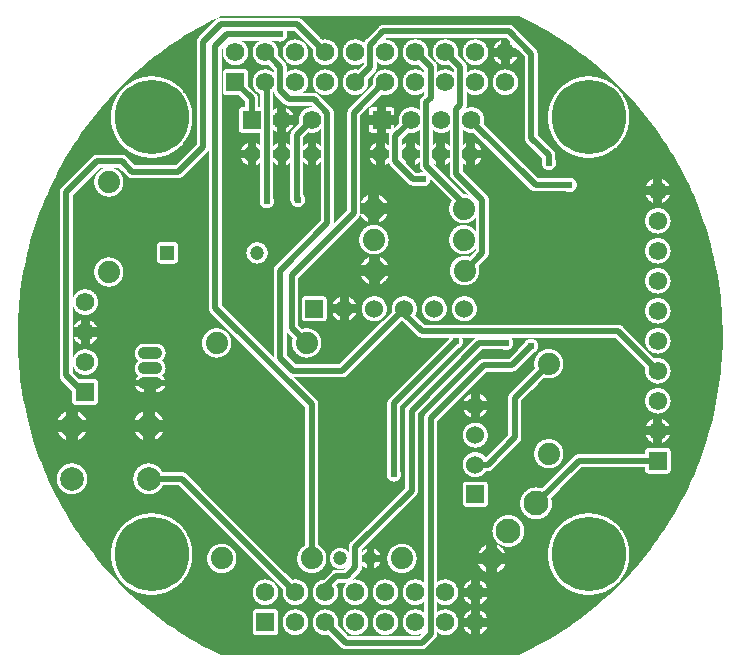
<source format=gbl>
G04 Layer: BottomLayer*
G04 EasyEDA v5.9.42, Sat, 20 Apr 2019 23:02:29 GMT*
G04 3fcfc4233d194f7ea776cce536db31cf*
G04 Gerber Generator version 0.2*
G04 Scale: 100 percent, Rotated: No, Reflected: No *
G04 Dimensions in millimeters *
G04 leading zeros omitted , absolute positions ,3 integer and 3 decimal *
%FSLAX33Y33*%
%MOMM*%
G90*
G71D02*

%ADD11C,0.499999*%
%ADD12C,0.619760*%
%ADD13C,1.879600*%
%ADD14C,1.574800*%
%ADD15R,1.574800X1.574800*%
%ADD16C,1.524000*%
%ADD17R,1.524000X1.524000*%
%ADD18R,1.554988X1.554988*%
%ADD19C,1.554988*%
%ADD20R,1.199998X1.199998*%
%ADD21C,1.199998*%
%ADD22C,1.999996*%
%ADD23C,2.099996*%
%ADD24C,1.193800*%
%ADD25C,6.299987*%
%ADD26C,1.399997*%
%ADD27C,0.999998*%

%LPD*%
G36*
G01X25777Y1839D02*
G01X14261Y1839D01*
G01X14766Y1532D01*
G01X15277Y1235D01*
G01X15794Y949D01*
G01X16317Y673D01*
G01X16845Y407D01*
G01X17378Y152D01*
G01X25777Y152D01*
G01X25777Y1839D01*
G37*

%LPD*%
G36*
G01X34159Y650D02*
G01X25777Y650D01*
G01X25777Y152D01*
G01X34159Y152D01*
G01X34159Y650D01*
G37*

%LPD*%
G36*
G01X26518Y1839D02*
G01X25777Y1839D01*
G01X25777Y650D01*
G01X27916Y650D01*
G01X27906Y651D01*
G01X27896Y651D01*
G01X27876Y653D01*
G01X27867Y654D01*
G01X27857Y655D01*
G01X27847Y657D01*
G01X27838Y658D01*
G01X27818Y662D01*
G01X27809Y664D01*
G01X27799Y667D01*
G01X27790Y669D01*
G01X27780Y672D01*
G01X27771Y675D01*
G01X27761Y678D01*
G01X27743Y684D01*
G01X27725Y692D01*
G01X27716Y695D01*
G01X27707Y699D01*
G01X27698Y704D01*
G01X27680Y712D01*
G01X27672Y717D01*
G01X27654Y727D01*
G01X27638Y737D01*
G01X27629Y743D01*
G01X27621Y748D01*
G01X27605Y760D01*
G01X27598Y765D01*
G01X27590Y772D01*
G01X27582Y778D01*
G01X27575Y784D01*
G01X27567Y791D01*
G01X27560Y797D01*
G01X26518Y1839D01*
G37*

%LPD*%
G36*
G01X23622Y1840D02*
G01X14259Y1840D01*
G01X14261Y1839D01*
G01X23645Y1839D01*
G01X23622Y1840D01*
G37*

%LPD*%
G36*
G01X25777Y1928D02*
G01X24100Y1928D01*
G01X24082Y1920D01*
G01X24046Y1906D01*
G01X24028Y1900D01*
G01X24010Y1893D01*
G01X23991Y1888D01*
G01X23973Y1882D01*
G01X23954Y1877D01*
G01X23936Y1872D01*
G01X23917Y1867D01*
G01X23879Y1859D01*
G01X23860Y1856D01*
G01X23841Y1852D01*
G01X23822Y1849D01*
G01X23746Y1841D01*
G01X23726Y1840D01*
G01X23707Y1839D01*
G01X25777Y1839D01*
G01X25777Y1928D01*
G37*

%LPD*%
G36*
G01X25795Y1920D02*
G01X25777Y1928D01*
G01X25777Y1839D01*
G01X26170Y1839D01*
G01X26132Y1841D01*
G01X26112Y1843D01*
G01X26055Y1849D01*
G01X26036Y1852D01*
G01X26017Y1856D01*
G01X25998Y1859D01*
G01X25960Y1867D01*
G01X25942Y1872D01*
G01X25904Y1882D01*
G01X25886Y1888D01*
G01X25868Y1893D01*
G01X25849Y1900D01*
G01X25831Y1906D01*
G01X25795Y1920D01*
G37*

%LPD*%
G36*
G01X42541Y650D02*
G01X34159Y650D01*
G01X34159Y152D01*
G01X42541Y152D01*
G01X42541Y650D01*
G37*

%LPD*%
G36*
G01X26518Y1839D02*
G01X26483Y1874D01*
G01X26445Y1864D01*
G01X26425Y1860D01*
G01X26406Y1857D01*
G01X26386Y1853D01*
G01X26367Y1850D01*
G01X26347Y1847D01*
G01X26327Y1845D01*
G01X26308Y1843D01*
G01X26288Y1841D01*
G01X26248Y1839D01*
G01X26518Y1839D01*
G37*

%LPD*%
G36*
G01X23631Y4014D02*
G01X21945Y4014D01*
G01X21951Y4013D01*
G01X21956Y4013D01*
G01X21971Y4010D01*
G01X21977Y4009D01*
G01X21987Y4007D01*
G01X21992Y4005D01*
G01X22002Y4003D01*
G01X22012Y3999D01*
G01X22017Y3998D01*
G01X22037Y3990D01*
G01X22041Y3988D01*
G01X22046Y3985D01*
G01X22056Y3981D01*
G01X22060Y3978D01*
G01X22065Y3976D01*
G01X22069Y3973D01*
G01X22074Y3970D01*
G01X22078Y3967D01*
G01X22083Y3965D01*
G01X22091Y3959D01*
G01X22096Y3955D01*
G01X22108Y3946D01*
G01X22112Y3942D01*
G01X22116Y3939D01*
G01X22120Y3935D01*
G01X22124Y3932D01*
G01X22127Y3928D01*
G01X22135Y3920D01*
G01X22138Y3916D01*
G01X22142Y3913D01*
G01X22145Y3909D01*
G01X22149Y3905D01*
G01X22152Y3900D01*
G01X22161Y3888D01*
G01X22164Y3883D01*
G01X22170Y3875D01*
G01X22173Y3870D01*
G01X22175Y3866D01*
G01X22181Y3856D01*
G01X22183Y3852D01*
G01X22185Y3847D01*
G01X22188Y3842D01*
G01X22190Y3837D01*
G01X22192Y3833D01*
G01X22200Y3813D01*
G01X22201Y3808D01*
G01X22203Y3803D01*
G01X22204Y3798D01*
G01X22206Y3793D01*
G01X22209Y3778D01*
G01X22210Y3772D01*
G01X22214Y3752D01*
G01X22214Y3746D01*
G01X22215Y3741D01*
G01X22215Y3736D01*
G01X22216Y3731D01*
G01X22216Y2124D01*
G01X22215Y2119D01*
G01X22215Y2114D01*
G01X22214Y2108D01*
G01X22214Y2103D01*
G01X22212Y2093D01*
G01X22211Y2087D01*
G01X22207Y2067D01*
G01X22206Y2061D01*
G01X22204Y2056D01*
G01X22203Y2051D01*
G01X22197Y2036D01*
G01X22196Y2031D01*
G01X22192Y2021D01*
G01X22189Y2017D01*
G01X22183Y2002D01*
G01X22180Y1998D01*
G01X22177Y1993D01*
G01X22175Y1988D01*
G01X22172Y1984D01*
G01X22169Y1979D01*
G01X22166Y1975D01*
G01X22163Y1970D01*
G01X22157Y1962D01*
G01X22154Y1957D01*
G01X22148Y1949D01*
G01X22144Y1945D01*
G01X22141Y1941D01*
G01X22137Y1937D01*
G01X22134Y1933D01*
G01X22130Y1929D01*
G01X22126Y1926D01*
G01X22118Y1918D01*
G01X22114Y1915D01*
G01X22110Y1911D01*
G01X22102Y1905D01*
G01X22098Y1901D01*
G01X22090Y1895D01*
G01X22085Y1892D01*
G01X22081Y1889D01*
G01X22076Y1886D01*
G01X22072Y1883D01*
G01X22067Y1881D01*
G01X22063Y1878D01*
G01X22058Y1876D01*
G01X22053Y1873D01*
G01X22049Y1871D01*
G01X22044Y1868D01*
G01X22014Y1856D01*
G01X22009Y1855D01*
G01X21999Y1851D01*
G01X21989Y1849D01*
G01X21984Y1847D01*
G01X21979Y1846D01*
G01X21973Y1845D01*
G01X21963Y1843D01*
G01X21958Y1843D01*
G01X21953Y1842D01*
G01X21947Y1841D01*
G01X21942Y1841D01*
G01X21937Y1840D01*
G01X23622Y1840D01*
G01X23584Y1842D01*
G01X23508Y1850D01*
G01X23489Y1853D01*
G01X23470Y1857D01*
G01X23452Y1860D01*
G01X23433Y1864D01*
G01X23414Y1869D01*
G01X23396Y1873D01*
G01X23378Y1878D01*
G01X23359Y1883D01*
G01X23305Y1901D01*
G01X23287Y1908D01*
G01X23269Y1914D01*
G01X23252Y1922D01*
G01X23234Y1929D01*
G01X23217Y1937D01*
G01X23199Y1945D01*
G01X23182Y1953D01*
G01X23165Y1962D01*
G01X23149Y1971D01*
G01X23132Y1980D01*
G01X23115Y1990D01*
G01X23099Y1999D01*
G01X23083Y2010D01*
G01X23067Y2020D01*
G01X23051Y2031D01*
G01X23036Y2042D01*
G01X23020Y2053D01*
G01X23005Y2064D01*
G01X22975Y2088D01*
G01X22961Y2100D01*
G01X22946Y2113D01*
G01X22918Y2139D01*
G01X22905Y2152D01*
G01X22891Y2165D01*
G01X22852Y2207D01*
G01X22840Y2222D01*
G01X22828Y2236D01*
G01X22804Y2266D01*
G01X22793Y2281D01*
G01X22781Y2297D01*
G01X22771Y2312D01*
G01X22760Y2328D01*
G01X22740Y2360D01*
G01X22730Y2377D01*
G01X22720Y2393D01*
G01X22702Y2427D01*
G01X22694Y2444D01*
G01X22685Y2461D01*
G01X22677Y2478D01*
G01X22670Y2496D01*
G01X22662Y2513D01*
G01X22648Y2549D01*
G01X22642Y2566D01*
G01X22636Y2584D01*
G01X22630Y2603D01*
G01X22624Y2621D01*
G01X22619Y2639D01*
G01X22614Y2658D01*
G01X22610Y2676D01*
G01X22606Y2695D01*
G01X22602Y2713D01*
G01X22598Y2732D01*
G01X22592Y2770D01*
G01X22589Y2788D01*
G01X22585Y2826D01*
G01X22584Y2845D01*
G01X22582Y2864D01*
G01X22582Y2883D01*
G01X22581Y2902D01*
G01X22581Y2959D01*
G01X22582Y2978D01*
G01X22583Y2998D01*
G01X22584Y3017D01*
G01X22586Y3035D01*
G01X22588Y3054D01*
G01X22591Y3073D01*
G01X22593Y3092D01*
G01X22596Y3111D01*
G01X22600Y3130D01*
G01X22604Y3148D01*
G01X22608Y3167D01*
G01X22612Y3185D01*
G01X22617Y3204D01*
G01X22622Y3222D01*
G01X22627Y3241D01*
G01X22645Y3295D01*
G01X22652Y3313D01*
G01X22658Y3330D01*
G01X22666Y3348D01*
G01X22673Y3366D01*
G01X22689Y3400D01*
G01X22698Y3417D01*
G01X22706Y3434D01*
G01X22715Y3451D01*
G01X22725Y3467D01*
G01X22734Y3484D01*
G01X22754Y3516D01*
G01X22776Y3548D01*
G01X22787Y3563D01*
G01X22798Y3579D01*
G01X22810Y3594D01*
G01X22821Y3609D01*
G01X22833Y3624D01*
G01X22846Y3638D01*
G01X22858Y3652D01*
G01X22884Y3680D01*
G01X22911Y3707D01*
G01X22953Y3746D01*
G01X22968Y3758D01*
G01X22982Y3771D01*
G01X22997Y3782D01*
G01X23012Y3794D01*
G01X23028Y3805D01*
G01X23043Y3816D01*
G01X23075Y3838D01*
G01X23123Y3868D01*
G01X23140Y3877D01*
G01X23156Y3886D01*
G01X23190Y3904D01*
G01X23208Y3912D01*
G01X23225Y3920D01*
G01X23242Y3927D01*
G01X23260Y3935D01*
G01X23278Y3942D01*
G01X23295Y3948D01*
G01X23313Y3955D01*
G01X23331Y3961D01*
G01X23350Y3967D01*
G01X23386Y3977D01*
G01X23405Y3982D01*
G01X23423Y3986D01*
G01X23442Y3990D01*
G01X23460Y3994D01*
G01X23479Y3998D01*
G01X23517Y4004D01*
G01X23555Y4008D01*
G01X23573Y4010D01*
G01X23592Y4012D01*
G01X23611Y4013D01*
G01X23631Y4014D01*
G37*

%LPD*%
G36*
G01X20319Y4015D02*
G01X11201Y4015D01*
G01X11621Y3681D01*
G01X12047Y3355D01*
G01X12478Y3036D01*
G01X12915Y2725D01*
G01X13358Y2422D01*
G01X13806Y2127D01*
G01X14259Y1840D01*
G01X20319Y1840D01*
G01X20314Y1841D01*
G01X20309Y1841D01*
G01X20304Y1842D01*
G01X20298Y1843D01*
G01X20293Y1843D01*
G01X20278Y1846D01*
G01X20272Y1847D01*
G01X20267Y1849D01*
G01X20257Y1851D01*
G01X20247Y1855D01*
G01X20242Y1856D01*
G01X20212Y1868D01*
G01X20208Y1871D01*
G01X20203Y1873D01*
G01X20198Y1876D01*
G01X20194Y1878D01*
G01X20189Y1881D01*
G01X20184Y1883D01*
G01X20180Y1886D01*
G01X20175Y1889D01*
G01X20167Y1895D01*
G01X20162Y1898D01*
G01X20158Y1901D01*
G01X20154Y1905D01*
G01X20146Y1911D01*
G01X20142Y1915D01*
G01X20138Y1918D01*
G01X20130Y1926D01*
G01X20126Y1929D01*
G01X20123Y1933D01*
G01X20115Y1941D01*
G01X20109Y1949D01*
G01X20105Y1953D01*
G01X20102Y1957D01*
G01X20099Y1962D01*
G01X20093Y1970D01*
G01X20090Y1975D01*
G01X20087Y1979D01*
G01X20084Y1984D01*
G01X20081Y1988D01*
G01X20079Y1993D01*
G01X20076Y1998D01*
G01X20074Y2002D01*
G01X20071Y2007D01*
G01X20067Y2017D01*
G01X20065Y2021D01*
G01X20055Y2046D01*
G01X20054Y2051D01*
G01X20052Y2056D01*
G01X20051Y2061D01*
G01X20049Y2067D01*
G01X20045Y2087D01*
G01X20044Y2093D01*
G01X20042Y2103D01*
G01X20042Y2108D01*
G01X20041Y2114D01*
G01X20041Y2124D01*
G01X20040Y2129D01*
G01X20040Y3725D01*
G01X20041Y3731D01*
G01X20041Y3741D01*
G01X20042Y3747D01*
G01X20042Y3752D01*
G01X20044Y3762D01*
G01X20045Y3768D01*
G01X20049Y3788D01*
G01X20051Y3793D01*
G01X20052Y3799D01*
G01X20054Y3804D01*
G01X20055Y3809D01*
G01X20065Y3834D01*
G01X20067Y3838D01*
G01X20071Y3848D01*
G01X20074Y3853D01*
G01X20076Y3857D01*
G01X20079Y3862D01*
G01X20081Y3867D01*
G01X20084Y3871D01*
G01X20087Y3876D01*
G01X20090Y3880D01*
G01X20093Y3885D01*
G01X20102Y3897D01*
G01X20105Y3902D01*
G01X20109Y3906D01*
G01X20115Y3914D01*
G01X20138Y3937D01*
G01X20142Y3940D01*
G01X20146Y3944D01*
G01X20154Y3950D01*
G01X20158Y3954D01*
G01X20162Y3957D01*
G01X20167Y3960D01*
G01X20175Y3966D01*
G01X20180Y3969D01*
G01X20184Y3971D01*
G01X20194Y3977D01*
G01X20198Y3979D01*
G01X20203Y3982D01*
G01X20208Y3984D01*
G01X20212Y3987D01*
G01X20242Y3999D01*
G01X20247Y4000D01*
G01X20252Y4002D01*
G01X20257Y4003D01*
G01X20262Y4005D01*
G01X20272Y4007D01*
G01X20278Y4009D01*
G01X20293Y4012D01*
G01X20298Y4012D01*
G01X20304Y4013D01*
G01X20309Y4014D01*
G01X20314Y4014D01*
G01X20319Y4015D01*
G37*

%LPD*%
G36*
G01X25777Y3925D02*
G01X24100Y3925D01*
G01X24117Y3918D01*
G01X24134Y3910D01*
G01X24168Y3893D01*
G01X24202Y3875D01*
G01X24218Y3865D01*
G01X24235Y3855D01*
G01X24267Y3835D01*
G01X24283Y3824D01*
G01X24298Y3814D01*
G01X24314Y3802D01*
G01X24329Y3791D01*
G01X24359Y3767D01*
G01X24373Y3755D01*
G01X24388Y3743D01*
G01X24430Y3704D01*
G01X24443Y3690D01*
G01X24456Y3677D01*
G01X24482Y3649D01*
G01X24495Y3634D01*
G01X24507Y3620D01*
G01X24531Y3590D01*
G01X24542Y3575D01*
G01X24553Y3559D01*
G01X24564Y3544D01*
G01X24575Y3528D01*
G01X24605Y3480D01*
G01X24615Y3463D01*
G01X24624Y3447D01*
G01X24642Y3413D01*
G01X24658Y3379D01*
G01X24666Y3361D01*
G01X24673Y3344D01*
G01X24694Y3290D01*
G01X24706Y3254D01*
G01X24711Y3236D01*
G01X24717Y3218D01*
G01X24722Y3199D01*
G01X24726Y3181D01*
G01X24731Y3162D01*
G01X24735Y3144D01*
G01X24738Y3125D01*
G01X24742Y3106D01*
G01X24744Y3088D01*
G01X24747Y3069D01*
G01X24753Y3012D01*
G01X24756Y2955D01*
G01X24756Y2898D01*
G01X24753Y2841D01*
G01X24747Y2784D01*
G01X24744Y2765D01*
G01X24742Y2746D01*
G01X24738Y2728D01*
G01X24735Y2709D01*
G01X24731Y2690D01*
G01X24726Y2672D01*
G01X24722Y2653D01*
G01X24717Y2635D01*
G01X24711Y2617D01*
G01X24706Y2599D01*
G01X24700Y2580D01*
G01X24694Y2562D01*
G01X24687Y2545D01*
G01X24673Y2509D01*
G01X24666Y2492D01*
G01X24658Y2474D01*
G01X24642Y2440D01*
G01X24624Y2406D01*
G01X24615Y2390D01*
G01X24605Y2373D01*
G01X24575Y2325D01*
G01X24553Y2293D01*
G01X24531Y2263D01*
G01X24507Y2233D01*
G01X24495Y2219D01*
G01X24482Y2204D01*
G01X24456Y2176D01*
G01X24443Y2163D01*
G01X24430Y2149D01*
G01X24388Y2110D01*
G01X24373Y2098D01*
G01X24359Y2086D01*
G01X24329Y2062D01*
G01X24314Y2051D01*
G01X24298Y2039D01*
G01X24283Y2028D01*
G01X24235Y1998D01*
G01X24218Y1988D01*
G01X24202Y1978D01*
G01X24168Y1960D01*
G01X24134Y1943D01*
G01X24117Y1935D01*
G01X24100Y1928D01*
G01X25777Y1928D01*
G01X25760Y1935D01*
G01X25743Y1943D01*
G01X25726Y1952D01*
G01X25709Y1960D01*
G01X25675Y1978D01*
G01X25659Y1988D01*
G01X25642Y1998D01*
G01X25594Y2028D01*
G01X25579Y2039D01*
G01X25563Y2051D01*
G01X25548Y2062D01*
G01X25518Y2086D01*
G01X25504Y2098D01*
G01X25489Y2110D01*
G01X25461Y2136D01*
G01X25421Y2176D01*
G01X25395Y2204D01*
G01X25383Y2219D01*
G01X25370Y2233D01*
G01X25358Y2248D01*
G01X25347Y2263D01*
G01X25335Y2278D01*
G01X25324Y2293D01*
G01X25302Y2325D01*
G01X25272Y2373D01*
G01X25262Y2390D01*
G01X25253Y2406D01*
G01X25244Y2423D01*
G01X25236Y2440D01*
G01X25227Y2457D01*
G01X25219Y2474D01*
G01X25211Y2492D01*
G01X25204Y2509D01*
G01X25190Y2545D01*
G01X25183Y2562D01*
G01X25177Y2580D01*
G01X25171Y2599D01*
G01X25166Y2617D01*
G01X25160Y2635D01*
G01X25156Y2653D01*
G01X25151Y2672D01*
G01X25147Y2690D01*
G01X25139Y2728D01*
G01X25136Y2746D01*
G01X25130Y2784D01*
G01X25124Y2841D01*
G01X25121Y2898D01*
G01X25121Y2955D01*
G01X25124Y3012D01*
G01X25130Y3069D01*
G01X25133Y3088D01*
G01X25136Y3106D01*
G01X25139Y3125D01*
G01X25143Y3144D01*
G01X25147Y3162D01*
G01X25151Y3181D01*
G01X25156Y3199D01*
G01X25160Y3218D01*
G01X25166Y3236D01*
G01X25171Y3254D01*
G01X25183Y3290D01*
G01X25204Y3344D01*
G01X25211Y3361D01*
G01X25219Y3379D01*
G01X25227Y3396D01*
G01X25236Y3413D01*
G01X25244Y3430D01*
G01X25253Y3447D01*
G01X25262Y3463D01*
G01X25272Y3480D01*
G01X25302Y3528D01*
G01X25313Y3544D01*
G01X25324Y3559D01*
G01X25335Y3575D01*
G01X25347Y3590D01*
G01X25358Y3605D01*
G01X25370Y3620D01*
G01X25383Y3634D01*
G01X25395Y3649D01*
G01X25421Y3677D01*
G01X25461Y3717D01*
G01X25489Y3743D01*
G01X25504Y3755D01*
G01X25518Y3767D01*
G01X25548Y3791D01*
G01X25563Y3802D01*
G01X25579Y3814D01*
G01X25594Y3824D01*
G01X25610Y3835D01*
G01X25642Y3855D01*
G01X25659Y3865D01*
G01X25675Y3875D01*
G01X25709Y3893D01*
G01X25726Y3901D01*
G01X25743Y3910D01*
G01X25760Y3918D01*
G01X25777Y3925D01*
G37*

%LPD*%
G36*
G01X42541Y1560D02*
G01X35513Y1560D01*
G01X34763Y811D01*
G01X34749Y797D01*
G01X34742Y791D01*
G01X34735Y784D01*
G01X34727Y778D01*
G01X34720Y772D01*
G01X34712Y765D01*
G01X34704Y760D01*
G01X34680Y742D01*
G01X34672Y737D01*
G01X34663Y732D01*
G01X34647Y722D01*
G01X34629Y712D01*
G01X34621Y708D01*
G01X34612Y704D01*
G01X34603Y699D01*
G01X34594Y695D01*
G01X34585Y692D01*
G01X34567Y684D01*
G01X34557Y681D01*
G01X34539Y675D01*
G01X34529Y672D01*
G01X34520Y669D01*
G01X34510Y667D01*
G01X34501Y664D01*
G01X34491Y662D01*
G01X34482Y660D01*
G01X34472Y658D01*
G01X34462Y657D01*
G01X34452Y655D01*
G01X34443Y654D01*
G01X34413Y651D01*
G01X34404Y651D01*
G01X34394Y650D01*
G01X42541Y650D01*
G01X42541Y1560D01*
G37*

%LPD*%
G36*
G01X50225Y5249D02*
G01X42541Y5249D01*
G01X42541Y152D01*
G01X42621Y152D01*
G01X43109Y385D01*
G01X43592Y627D01*
G01X44071Y877D01*
G01X44546Y1136D01*
G01X45016Y1404D01*
G01X45480Y1680D01*
G01X45940Y1965D01*
G01X46394Y2258D01*
G01X46843Y2559D01*
G01X47287Y2868D01*
G01X47725Y3185D01*
G01X48157Y3510D01*
G01X48583Y3843D01*
G01X49003Y4183D01*
G01X49416Y4531D01*
G01X49824Y4886D01*
G01X50225Y5249D01*
G37*

%LPD*%
G36*
G01X25777Y4014D02*
G01X23707Y4014D01*
G01X23726Y4013D01*
G01X23746Y4012D01*
G01X23803Y4006D01*
G01X23822Y4003D01*
G01X23841Y4001D01*
G01X23860Y3997D01*
G01X23879Y3994D01*
G01X23917Y3986D01*
G01X23936Y3981D01*
G01X23954Y3976D01*
G01X23973Y3971D01*
G01X23991Y3965D01*
G01X24010Y3960D01*
G01X24028Y3953D01*
G01X24046Y3947D01*
G01X24082Y3933D01*
G01X24100Y3925D01*
G01X25777Y3925D01*
G01X25777Y4014D01*
G37*

%LPD*%
G36*
G01X25777Y4015D02*
G01X21934Y4015D01*
G01X21940Y4014D01*
G01X25777Y4014D01*
G01X25777Y4015D01*
G37*

%LPD*%
G36*
G01X25777Y4379D02*
G01X10762Y4379D01*
G01X11201Y4015D01*
G01X25777Y4015D01*
G01X25777Y4379D01*
G37*

%LPD*%
G36*
G01X26170Y4014D02*
G01X25777Y4014D01*
G01X25777Y3925D01*
G01X25795Y3933D01*
G01X25831Y3947D01*
G01X25849Y3953D01*
G01X25868Y3960D01*
G01X25886Y3965D01*
G01X25904Y3971D01*
G01X25942Y3981D01*
G01X25960Y3986D01*
G01X25998Y3994D01*
G01X26017Y3997D01*
G01X26036Y4001D01*
G01X26055Y4003D01*
G01X26074Y4006D01*
G01X26112Y4010D01*
G01X26132Y4012D01*
G01X26170Y4014D01*
G37*

%LPD*%
G36*
G01X42541Y1839D02*
G01X35663Y1839D01*
G01X35661Y1829D01*
G01X35658Y1820D01*
G01X35656Y1810D01*
G01X35654Y1801D01*
G01X35651Y1791D01*
G01X35642Y1764D01*
G01X35638Y1755D01*
G01X35635Y1746D01*
G01X35615Y1701D01*
G01X35610Y1693D01*
G01X35606Y1684D01*
G01X35601Y1676D01*
G01X35596Y1667D01*
G01X35581Y1643D01*
G01X35569Y1627D01*
G01X35564Y1619D01*
G01X35558Y1611D01*
G01X35552Y1604D01*
G01X35546Y1596D01*
G01X35539Y1589D01*
G01X35533Y1581D01*
G01X35526Y1574D01*
G01X35520Y1567D01*
G01X35513Y1560D01*
G01X42541Y1560D01*
G01X42541Y1839D01*
G37*

%LPD*%
G36*
G01X42541Y4379D02*
G01X35674Y4379D01*
G01X35674Y4014D01*
G01X42541Y4014D01*
G01X42541Y4379D01*
G37*

%LPD*%
G36*
G01X42541Y1912D02*
G01X36762Y1912D01*
G01X36744Y1905D01*
G01X36690Y1887D01*
G01X36671Y1882D01*
G01X36653Y1876D01*
G01X36634Y1872D01*
G01X36616Y1867D01*
G01X36559Y1855D01*
G01X36541Y1852D01*
G01X36522Y1849D01*
G01X36503Y1847D01*
G01X36483Y1845D01*
G01X36445Y1841D01*
G01X36407Y1839D01*
G01X42541Y1839D01*
G01X42541Y1912D01*
G37*

%LPD*%
G36*
G01X42541Y4014D02*
G01X36407Y4014D01*
G01X36445Y4012D01*
G01X36483Y4008D01*
G01X36503Y4006D01*
G01X36522Y4004D01*
G01X36541Y4001D01*
G01X36559Y3997D01*
G01X36578Y3994D01*
G01X36616Y3986D01*
G01X36634Y3981D01*
G01X36653Y3977D01*
G01X36671Y3971D01*
G01X36690Y3966D01*
G01X36726Y3954D01*
G01X36744Y3947D01*
G01X36762Y3941D01*
G01X42541Y3941D01*
G01X42541Y4014D01*
G37*

%LPD*%
G36*
G01X42541Y4452D02*
G01X36762Y4452D01*
G01X36744Y4445D01*
G01X36690Y4427D01*
G01X36671Y4422D01*
G01X36653Y4416D01*
G01X36634Y4412D01*
G01X36616Y4407D01*
G01X36559Y4395D01*
G01X36541Y4392D01*
G01X36522Y4389D01*
G01X36503Y4387D01*
G01X36483Y4385D01*
G01X36445Y4381D01*
G01X36407Y4379D01*
G01X42541Y4379D01*
G01X42541Y4452D01*
G37*

%LPD*%
G36*
G01X42541Y3320D02*
G01X37383Y3320D01*
G01X37390Y3302D01*
G01X37408Y3248D01*
G01X37413Y3229D01*
G01X37419Y3211D01*
G01X37424Y3192D01*
G01X37428Y3174D01*
G01X37440Y3117D01*
G01X37446Y3079D01*
G01X37454Y3003D01*
G01X37456Y2965D01*
G01X37456Y2946D01*
G01X37457Y2926D01*
G01X37456Y2907D01*
G01X37456Y2888D01*
G01X37454Y2850D01*
G01X37448Y2793D01*
G01X37446Y2773D01*
G01X37443Y2755D01*
G01X37440Y2736D01*
G01X37428Y2679D01*
G01X37424Y2661D01*
G01X37419Y2642D01*
G01X37413Y2624D01*
G01X37408Y2605D01*
G01X37390Y2551D01*
G01X37383Y2533D01*
G01X42541Y2533D01*
G01X42541Y3320D01*
G37*

%LPD*%
G36*
G01X42541Y5860D02*
G01X37383Y5860D01*
G01X37390Y5842D01*
G01X37408Y5788D01*
G01X37413Y5769D01*
G01X37419Y5751D01*
G01X37424Y5732D01*
G01X37428Y5714D01*
G01X37440Y5657D01*
G01X37446Y5619D01*
G01X37454Y5543D01*
G01X37456Y5505D01*
G01X37456Y5486D01*
G01X37457Y5466D01*
G01X37456Y5447D01*
G01X37456Y5428D01*
G01X37454Y5390D01*
G01X37448Y5333D01*
G01X37446Y5313D01*
G01X37443Y5295D01*
G01X37440Y5276D01*
G01X37428Y5219D01*
G01X37424Y5201D01*
G01X37419Y5182D01*
G01X37413Y5164D01*
G01X37408Y5145D01*
G01X37390Y5091D01*
G01X37383Y5073D01*
G01X42541Y5073D01*
G01X42541Y5860D01*
G37*

%LPD*%
G36*
G01X42541Y5073D02*
G01X39923Y5073D01*
G01X39916Y5055D01*
G01X39908Y5037D01*
G01X39900Y5020D01*
G01X39892Y5002D01*
G01X39884Y4985D01*
G01X39848Y4917D01*
G01X39838Y4901D01*
G01X39828Y4884D01*
G01X39817Y4868D01*
G01X39807Y4852D01*
G01X39796Y4836D01*
G01X39784Y4821D01*
G01X39773Y4806D01*
G01X39761Y4790D01*
G01X39749Y4775D01*
G01X39737Y4761D01*
G01X39724Y4746D01*
G01X39685Y4704D01*
G01X39671Y4690D01*
G01X39629Y4651D01*
G01X39614Y4639D01*
G01X39600Y4626D01*
G01X39570Y4602D01*
G01X39554Y4591D01*
G01X39539Y4579D01*
G01X39523Y4569D01*
G01X39491Y4547D01*
G01X39474Y4537D01*
G01X39458Y4527D01*
G01X39390Y4491D01*
G01X39373Y4483D01*
G01X39355Y4475D01*
G01X39338Y4467D01*
G01X39320Y4459D01*
G01X39302Y4452D01*
G01X42541Y4452D01*
G01X42541Y5073D01*
G37*

%LPD*%
G36*
G01X42541Y2533D02*
G01X39923Y2533D01*
G01X39916Y2515D01*
G01X39908Y2497D01*
G01X39900Y2480D01*
G01X39892Y2462D01*
G01X39884Y2445D01*
G01X39848Y2377D01*
G01X39838Y2361D01*
G01X39828Y2344D01*
G01X39817Y2328D01*
G01X39807Y2312D01*
G01X39796Y2296D01*
G01X39784Y2281D01*
G01X39773Y2266D01*
G01X39761Y2250D01*
G01X39749Y2235D01*
G01X39737Y2221D01*
G01X39724Y2206D01*
G01X39685Y2164D01*
G01X39671Y2150D01*
G01X39629Y2111D01*
G01X39614Y2099D01*
G01X39600Y2086D01*
G01X39570Y2062D01*
G01X39554Y2051D01*
G01X39539Y2039D01*
G01X39523Y2029D01*
G01X39491Y2007D01*
G01X39474Y1997D01*
G01X39458Y1987D01*
G01X39390Y1951D01*
G01X39373Y1943D01*
G01X39355Y1935D01*
G01X39338Y1927D01*
G01X39320Y1919D01*
G01X39302Y1912D01*
G01X42541Y1912D01*
G01X42541Y2533D01*
G37*

%LPD*%
G36*
G01X42541Y3941D02*
G01X39302Y3941D01*
G01X39320Y3934D01*
G01X39338Y3926D01*
G01X39355Y3918D01*
G01X39373Y3910D01*
G01X39390Y3902D01*
G01X39441Y3875D01*
G01X39458Y3865D01*
G01X39474Y3856D01*
G01X39491Y3846D01*
G01X39539Y3813D01*
G01X39554Y3802D01*
G01X39570Y3791D01*
G01X39600Y3767D01*
G01X39614Y3754D01*
G01X39629Y3742D01*
G01X39657Y3716D01*
G01X39671Y3702D01*
G01X39685Y3689D01*
G01X39724Y3647D01*
G01X39737Y3632D01*
G01X39749Y3617D01*
G01X39761Y3603D01*
G01X39773Y3587D01*
G01X39784Y3572D01*
G01X39796Y3556D01*
G01X39807Y3541D01*
G01X39817Y3525D01*
G01X39828Y3509D01*
G01X39838Y3492D01*
G01X39848Y3476D01*
G01X39884Y3408D01*
G01X39892Y3391D01*
G01X39900Y3373D01*
G01X39908Y3356D01*
G01X39916Y3338D01*
G01X39923Y3320D01*
G01X42541Y3320D01*
G01X42541Y3941D01*
G37*

%LPD*%
G36*
G01X46696Y11641D02*
G01X42632Y11641D01*
G01X42649Y11625D01*
G01X42666Y11608D01*
G01X42682Y11591D01*
G01X42699Y11574D01*
G01X42715Y11557D01*
G01X42730Y11539D01*
G01X42746Y11521D01*
G01X42761Y11502D01*
G01X42775Y11484D01*
G01X42790Y11465D01*
G01X42804Y11446D01*
G01X42817Y11426D01*
G01X42831Y11407D01*
G01X42844Y11387D01*
G01X42856Y11367D01*
G01X42869Y11346D01*
G01X42881Y11326D01*
G01X42925Y11242D01*
G01X42935Y11220D01*
G01X42944Y11199D01*
G01X42954Y11177D01*
G01X42963Y11155D01*
G01X42971Y11133D01*
G01X42979Y11110D01*
G01X42987Y11088D01*
G01X42994Y11066D01*
G01X43008Y11020D01*
G01X43020Y10974D01*
G01X43035Y10905D01*
G01X43039Y10881D01*
G01X43043Y10858D01*
G01X43046Y10834D01*
G01X43049Y10811D01*
G01X43051Y10787D01*
G01X43053Y10764D01*
G01X43055Y10740D01*
G01X43057Y10692D01*
G01X43058Y10669D01*
G01X43058Y10645D01*
G01X43057Y10621D01*
G01X43056Y10598D01*
G01X43055Y10574D01*
G01X43053Y10550D01*
G01X43051Y10527D01*
G01X43049Y10503D01*
G01X43046Y10479D01*
G01X43043Y10456D01*
G01X43039Y10433D01*
G01X43035Y10409D01*
G01X43020Y10340D01*
G01X43008Y10294D01*
G01X42994Y10248D01*
G01X42987Y10226D01*
G01X42979Y10203D01*
G01X42971Y10181D01*
G01X42944Y10115D01*
G01X42934Y10093D01*
G01X42914Y10051D01*
G01X42892Y10009D01*
G01X42868Y9967D01*
G01X42856Y9947D01*
G01X42830Y9907D01*
G01X42817Y9888D01*
G01X42803Y9868D01*
G01X42775Y9830D01*
G01X42760Y9812D01*
G01X42745Y9793D01*
G01X42730Y9775D01*
G01X42714Y9757D01*
G01X42682Y9723D01*
G01X42665Y9706D01*
G01X42649Y9689D01*
G01X42631Y9672D01*
G01X42614Y9656D01*
G01X42596Y9641D01*
G01X42578Y9625D01*
G01X42560Y9610D01*
G01X42541Y9595D01*
G01X42541Y5249D01*
G01X48499Y5249D01*
G01X48379Y5251D01*
G01X48318Y5254D01*
G01X48198Y5262D01*
G01X48138Y5268D01*
G01X48077Y5275D01*
G01X48018Y5283D01*
G01X47958Y5292D01*
G01X47898Y5302D01*
G01X47839Y5313D01*
G01X47780Y5325D01*
G01X47721Y5338D01*
G01X47662Y5352D01*
G01X47603Y5367D01*
G01X47487Y5401D01*
G01X47430Y5419D01*
G01X47372Y5438D01*
G01X47315Y5459D01*
G01X47259Y5480D01*
G01X47203Y5502D01*
G01X47147Y5525D01*
G01X47092Y5549D01*
G01X46982Y5601D01*
G01X46928Y5628D01*
G01X46875Y5656D01*
G01X46821Y5685D01*
G01X46769Y5714D01*
G01X46717Y5745D01*
G01X46665Y5777D01*
G01X46615Y5809D01*
G01X46564Y5843D01*
G01X46514Y5877D01*
G01X46465Y5912D01*
G01X46417Y5948D01*
G01X46369Y5985D01*
G01X46322Y6023D01*
G01X46275Y6062D01*
G01X46229Y6101D01*
G01X46184Y6141D01*
G01X46140Y6182D01*
G01X46096Y6224D01*
G01X46053Y6266D01*
G01X46011Y6309D01*
G01X45969Y6353D01*
G01X45889Y6443D01*
G01X45850Y6489D01*
G01X45811Y6536D01*
G01X45737Y6632D01*
G01X45702Y6680D01*
G01X45667Y6730D01*
G01X45633Y6779D01*
G01X45599Y6830D01*
G01X45567Y6881D01*
G01X45505Y6985D01*
G01X45447Y7091D01*
G01X45419Y7144D01*
G01X45392Y7199D01*
G01X45367Y7253D01*
G01X45342Y7308D01*
G01X45318Y7364D01*
G01X45295Y7420D01*
G01X45273Y7476D01*
G01X45252Y7533D01*
G01X45232Y7590D01*
G01X45213Y7647D01*
G01X45195Y7705D01*
G01X45178Y7763D01*
G01X45163Y7821D01*
G01X45148Y7880D01*
G01X45134Y7938D01*
G01X45121Y7998D01*
G01X45109Y8057D01*
G01X45099Y8116D01*
G01X45089Y8176D01*
G01X45080Y8236D01*
G01X45066Y8356D01*
G01X45056Y8476D01*
G01X45053Y8536D01*
G01X45050Y8597D01*
G01X45049Y8657D01*
G01X45049Y8718D01*
G01X45050Y8778D01*
G01X45052Y8839D01*
G01X45055Y8899D01*
G01X45059Y8959D01*
G01X45064Y9019D01*
G01X45070Y9079D01*
G01X45077Y9139D01*
G01X45085Y9199D01*
G01X45105Y9319D01*
G01X45116Y9378D01*
G01X45142Y9496D01*
G01X45156Y9555D01*
G01X45188Y9671D01*
G01X45206Y9729D01*
G01X45225Y9786D01*
G01X45244Y9844D01*
G01X45265Y9900D01*
G01X45286Y9957D01*
G01X45332Y10069D01*
G01X45382Y10179D01*
G01X45408Y10233D01*
G01X45436Y10287D01*
G01X45464Y10340D01*
G01X45493Y10393D01*
G01X45523Y10446D01*
G01X45554Y10498D01*
G01X45586Y10549D01*
G01X45619Y10600D01*
G01X45653Y10650D01*
G01X45687Y10699D01*
G01X45723Y10748D01*
G01X45759Y10796D01*
G01X45796Y10844D01*
G01X45834Y10891D01*
G01X45873Y10937D01*
G01X45913Y10983D01*
G01X45953Y11028D01*
G01X45994Y11072D01*
G01X46036Y11116D01*
G01X46079Y11159D01*
G01X46122Y11201D01*
G01X46166Y11242D01*
G01X46211Y11282D01*
G01X46257Y11322D01*
G01X46303Y11361D01*
G01X46350Y11399D01*
G01X46398Y11436D01*
G01X46446Y11472D01*
G01X46495Y11508D01*
G01X46544Y11543D01*
G01X46594Y11577D01*
G01X46696Y11641D01*
G37*

%LPD*%
G36*
G01X55775Y12150D02*
G01X48560Y12150D01*
G01X48620Y12148D01*
G01X48681Y12145D01*
G01X48741Y12142D01*
G01X48802Y12137D01*
G01X48862Y12131D01*
G01X48922Y12124D01*
G01X48982Y12116D01*
G01X49042Y12107D01*
G01X49102Y12097D01*
G01X49161Y12086D01*
G01X49221Y12074D01*
G01X49280Y12061D01*
G01X49339Y12046D01*
G01X49397Y12031D01*
G01X49456Y12015D01*
G01X49514Y11998D01*
G01X49571Y11979D01*
G01X49629Y11960D01*
G01X49686Y11940D01*
G01X49743Y11918D01*
G01X49799Y11896D01*
G01X49855Y11873D01*
G01X49910Y11849D01*
G01X50020Y11797D01*
G01X50074Y11770D01*
G01X50128Y11742D01*
G01X50181Y11713D01*
G01X50233Y11683D01*
G01X50285Y11652D01*
G01X50337Y11620D01*
G01X50388Y11587D01*
G01X50438Y11554D01*
G01X50488Y11519D01*
G01X50537Y11484D01*
G01X50586Y11448D01*
G01X50634Y11411D01*
G01X50681Y11373D01*
G01X50728Y11334D01*
G01X50774Y11295D01*
G01X50819Y11254D01*
G01X50863Y11213D01*
G01X50907Y11171D01*
G01X50950Y11129D01*
G01X51034Y11041D01*
G01X51114Y10951D01*
G01X51153Y10905D01*
G01X51192Y10858D01*
G01X51266Y10762D01*
G01X51302Y10713D01*
G01X51336Y10664D01*
G01X51370Y10613D01*
G01X51404Y10563D01*
G01X51436Y10512D01*
G01X51467Y10460D01*
G01X51498Y10407D01*
G01X51556Y10301D01*
G01X51610Y10193D01*
G01X51636Y10138D01*
G01X51661Y10083D01*
G01X51707Y9971D01*
G01X51729Y9914D01*
G01X51750Y9858D01*
G01X51770Y9800D01*
G01X51788Y9743D01*
G01X51806Y9685D01*
G01X51823Y9627D01*
G01X51839Y9568D01*
G01X51853Y9510D01*
G01X51867Y9451D01*
G01X51880Y9391D01*
G01X51891Y9332D01*
G01X51902Y9272D01*
G01X51912Y9212D01*
G01X51920Y9152D01*
G01X51934Y9032D01*
G01X51939Y8972D01*
G01X51943Y8911D01*
G01X51947Y8851D01*
G01X51949Y8790D01*
G01X51950Y8730D01*
G01X51950Y8669D01*
G01X51949Y8609D01*
G01X51947Y8548D01*
G01X51943Y8488D01*
G01X51939Y8427D01*
G01X51934Y8367D01*
G01X51920Y8247D01*
G01X51912Y8187D01*
G01X51902Y8127D01*
G01X51891Y8067D01*
G01X51880Y8008D01*
G01X51867Y7949D01*
G01X51839Y7831D01*
G01X51823Y7772D01*
G01X51806Y7714D01*
G01X51788Y7656D01*
G01X51770Y7599D01*
G01X51750Y7542D01*
G01X51729Y7485D01*
G01X51707Y7428D01*
G01X51661Y7316D01*
G01X51636Y7261D01*
G01X51610Y7206D01*
G01X51556Y7098D01*
G01X51498Y6992D01*
G01X51436Y6888D01*
G01X51404Y6836D01*
G01X51302Y6686D01*
G01X51266Y6637D01*
G01X51229Y6589D01*
G01X51192Y6542D01*
G01X51114Y6448D01*
G01X51034Y6358D01*
G01X50950Y6270D01*
G01X50907Y6228D01*
G01X50863Y6186D01*
G01X50819Y6145D01*
G01X50774Y6105D01*
G01X50728Y6065D01*
G01X50681Y6026D01*
G01X50634Y5988D01*
G01X50586Y5951D01*
G01X50537Y5915D01*
G01X50488Y5880D01*
G01X50438Y5845D01*
G01X50388Y5812D01*
G01X50337Y5779D01*
G01X50285Y5747D01*
G01X50233Y5716D01*
G01X50181Y5686D01*
G01X50128Y5657D01*
G01X50074Y5629D01*
G01X50020Y5602D01*
G01X49965Y5576D01*
G01X49855Y5526D01*
G01X49799Y5503D01*
G01X49743Y5481D01*
G01X49629Y5439D01*
G01X49571Y5420D01*
G01X49514Y5402D01*
G01X49456Y5384D01*
G01X49397Y5368D01*
G01X49339Y5353D01*
G01X49221Y5325D01*
G01X49161Y5313D01*
G01X49102Y5302D01*
G01X49042Y5292D01*
G01X48982Y5283D01*
G01X48922Y5275D01*
G01X48862Y5268D01*
G01X48802Y5262D01*
G01X48741Y5258D01*
G01X48681Y5254D01*
G01X48620Y5251D01*
G01X48560Y5250D01*
G01X48499Y5249D01*
G01X50225Y5249D01*
G01X50606Y5607D01*
G01X50981Y5971D01*
G01X51350Y6342D01*
G01X51712Y6719D01*
G01X52067Y7103D01*
G01X52416Y7492D01*
G01X52758Y7888D01*
G01X53093Y8290D01*
G01X53420Y8697D01*
G01X53741Y9110D01*
G01X54054Y9529D01*
G01X54360Y9953D01*
G01X54658Y10382D01*
G01X54949Y10817D01*
G01X55232Y11256D01*
G01X55508Y11701D01*
G01X55775Y12150D01*
G37*

%LPD*%
G36*
G01X34159Y4379D02*
G01X25777Y4379D01*
G01X25777Y4014D01*
G01X34159Y4014D01*
G01X34159Y4379D01*
G37*

%LPD*%
G36*
G01X25795Y4460D02*
G01X25777Y4468D01*
G01X25777Y4379D01*
G01X26170Y4379D01*
G01X26132Y4381D01*
G01X26112Y4383D01*
G01X26055Y4389D01*
G01X26036Y4392D01*
G01X26017Y4396D01*
G01X25998Y4399D01*
G01X25960Y4407D01*
G01X25942Y4412D01*
G01X25904Y4422D01*
G01X25886Y4428D01*
G01X25868Y4433D01*
G01X25849Y4440D01*
G01X25831Y4446D01*
G01X25795Y4460D01*
G37*

%LPD*%
G36*
G01X25777Y4468D02*
G01X24100Y4468D01*
G01X24082Y4460D01*
G01X24046Y4446D01*
G01X24028Y4440D01*
G01X24010Y4433D01*
G01X23991Y4428D01*
G01X23973Y4422D01*
G01X23954Y4417D01*
G01X23936Y4412D01*
G01X23917Y4407D01*
G01X23879Y4399D01*
G01X23860Y4396D01*
G01X23841Y4392D01*
G01X23822Y4389D01*
G01X23746Y4381D01*
G01X23726Y4380D01*
G01X23707Y4379D01*
G01X25777Y4379D01*
G01X25777Y4468D01*
G37*

%LPD*%
G36*
G01X20063Y5249D02*
G01X9774Y5249D01*
G01X10263Y4808D01*
G01X10762Y4379D01*
G01X21090Y4379D01*
G01X21052Y4381D01*
G01X20976Y4389D01*
G01X20957Y4392D01*
G01X20939Y4395D01*
G01X20882Y4407D01*
G01X20864Y4411D01*
G01X20845Y4416D01*
G01X20827Y4421D01*
G01X20809Y4427D01*
G01X20790Y4432D01*
G01X20772Y4439D01*
G01X20754Y4445D01*
G01X20736Y4452D01*
G01X20719Y4459D01*
G01X20701Y4466D01*
G01X20684Y4474D01*
G01X20666Y4482D01*
G01X20649Y4490D01*
G01X20632Y4499D01*
G01X20615Y4507D01*
G01X20598Y4517D01*
G01X20582Y4526D01*
G01X20565Y4536D01*
G01X20533Y4556D01*
G01X20501Y4578D01*
G01X20486Y4589D01*
G01X20470Y4600D01*
G01X20440Y4624D01*
G01X20426Y4636D01*
G01X20411Y4649D01*
G01X20397Y4661D01*
G01X20369Y4687D01*
G01X20356Y4701D01*
G01X20329Y4728D01*
G01X20316Y4743D01*
G01X20304Y4757D01*
G01X20291Y4772D01*
G01X20279Y4786D01*
G01X20268Y4801D01*
G01X20256Y4817D01*
G01X20245Y4832D01*
G01X20234Y4848D01*
G01X20223Y4863D01*
G01X20213Y4879D01*
G01X20202Y4896D01*
G01X20193Y4912D01*
G01X20183Y4929D01*
G01X20174Y4945D01*
G01X20156Y4979D01*
G01X20148Y4996D01*
G01X20139Y5014D01*
G01X20132Y5031D01*
G01X20124Y5049D01*
G01X20117Y5066D01*
G01X20110Y5084D01*
G01X20104Y5102D01*
G01X20097Y5120D01*
G01X20091Y5138D01*
G01X20086Y5156D01*
G01X20080Y5175D01*
G01X20076Y5193D01*
G01X20071Y5212D01*
G01X20067Y5230D01*
G01X20063Y5249D01*
G37*

%LPD*%
G36*
G01X21802Y6554D02*
G01X21167Y6554D01*
G01X21205Y6552D01*
G01X21281Y6544D01*
G01X21319Y6538D01*
G01X21337Y6534D01*
G01X21375Y6526D01*
G01X21393Y6522D01*
G01X21412Y6517D01*
G01X21430Y6512D01*
G01X21448Y6506D01*
G01X21467Y6501D01*
G01X21485Y6494D01*
G01X21503Y6488D01*
G01X21521Y6481D01*
G01X21538Y6474D01*
G01X21556Y6467D01*
G01X21573Y6459D01*
G01X21591Y6451D01*
G01X21608Y6443D01*
G01X21625Y6434D01*
G01X21642Y6426D01*
G01X21659Y6416D01*
G01X21675Y6407D01*
G01X21692Y6397D01*
G01X21724Y6377D01*
G01X21756Y6355D01*
G01X21786Y6333D01*
G01X21802Y6321D01*
G01X21816Y6309D01*
G01X21846Y6285D01*
G01X21888Y6246D01*
G01X21901Y6232D01*
G01X21915Y6219D01*
G01X21928Y6205D01*
G01X21940Y6191D01*
G01X21953Y6176D01*
G01X21965Y6162D01*
G01X22001Y6117D01*
G01X22012Y6101D01*
G01X22023Y6086D01*
G01X22034Y6070D01*
G01X22054Y6038D01*
G01X22064Y6021D01*
G01X22074Y6005D01*
G01X22101Y5954D01*
G01X22125Y5903D01*
G01X22133Y5885D01*
G01X22147Y5849D01*
G01X22153Y5832D01*
G01X22160Y5814D01*
G01X22166Y5795D01*
G01X22176Y5759D01*
G01X22181Y5740D01*
G01X22186Y5722D01*
G01X22190Y5703D01*
G01X22194Y5685D01*
G01X22198Y5666D01*
G01X22207Y5609D01*
G01X22213Y5552D01*
G01X22216Y5495D01*
G01X22216Y5438D01*
G01X22213Y5381D01*
G01X22207Y5324D01*
G01X22198Y5267D01*
G01X22194Y5248D01*
G01X22190Y5230D01*
G01X22186Y5211D01*
G01X22181Y5193D01*
G01X22176Y5174D01*
G01X22166Y5138D01*
G01X22160Y5119D01*
G01X22153Y5101D01*
G01X22147Y5083D01*
G01X22140Y5066D01*
G01X22133Y5048D01*
G01X22125Y5030D01*
G01X22101Y4979D01*
G01X22074Y4928D01*
G01X22064Y4912D01*
G01X22054Y4895D01*
G01X22034Y4863D01*
G01X22023Y4847D01*
G01X22012Y4832D01*
G01X22001Y4816D01*
G01X21965Y4771D01*
G01X21953Y4757D01*
G01X21940Y4742D01*
G01X21928Y4728D01*
G01X21915Y4714D01*
G01X21901Y4701D01*
G01X21888Y4687D01*
G01X21846Y4648D01*
G01X21816Y4624D01*
G01X21802Y4612D01*
G01X21786Y4600D01*
G01X21771Y4589D01*
G01X21756Y4577D01*
G01X21740Y4567D01*
G01X21724Y4556D01*
G01X21692Y4536D01*
G01X21675Y4526D01*
G01X21659Y4516D01*
G01X21625Y4498D01*
G01X21591Y4482D01*
G01X21573Y4474D01*
G01X21556Y4466D01*
G01X21538Y4459D01*
G01X21521Y4452D01*
G01X21485Y4438D01*
G01X21467Y4432D01*
G01X21448Y4427D01*
G01X21430Y4421D01*
G01X21412Y4416D01*
G01X21393Y4411D01*
G01X21375Y4407D01*
G01X21337Y4399D01*
G01X21319Y4395D01*
G01X21281Y4389D01*
G01X21205Y4381D01*
G01X21167Y4379D01*
G01X23630Y4379D01*
G01X23592Y4381D01*
G01X23516Y4389D01*
G01X23497Y4392D01*
G01X23479Y4395D01*
G01X23422Y4407D01*
G01X23404Y4411D01*
G01X23385Y4416D01*
G01X23367Y4421D01*
G01X23349Y4427D01*
G01X23331Y4432D01*
G01X23312Y4438D01*
G01X23294Y4445D01*
G01X23277Y4452D01*
G01X23241Y4466D01*
G01X23224Y4474D01*
G01X23206Y4482D01*
G01X23172Y4498D01*
G01X23138Y4516D01*
G01X23122Y4526D01*
G01X23105Y4536D01*
G01X23073Y4556D01*
G01X23057Y4567D01*
G01X23041Y4577D01*
G01X23026Y4589D01*
G01X23011Y4600D01*
G01X22951Y4648D01*
G01X22909Y4687D01*
G01X22896Y4701D01*
G01X22869Y4728D01*
G01X22857Y4742D01*
G01X22844Y4757D01*
G01X22832Y4771D01*
G01X22796Y4816D01*
G01X22785Y4832D01*
G01X22774Y4847D01*
G01X22763Y4863D01*
G01X22743Y4895D01*
G01X22733Y4912D01*
G01X22723Y4928D01*
G01X22696Y4979D01*
G01X22680Y5013D01*
G01X22672Y5031D01*
G01X22664Y5048D01*
G01X22650Y5084D01*
G01X22644Y5102D01*
G01X22637Y5120D01*
G01X22632Y5138D01*
G01X22626Y5156D01*
G01X22621Y5174D01*
G01X22616Y5193D01*
G01X22611Y5211D01*
G01X22603Y5249D01*
G01X22599Y5267D01*
G01X22590Y5324D01*
G01X22584Y5381D01*
G01X22581Y5438D01*
G01X22581Y5495D01*
G01X22582Y5514D01*
G01X22583Y5534D01*
G01X22584Y5553D01*
G01X22590Y5610D01*
G01X22593Y5628D01*
G01X22599Y5666D01*
G01X22607Y5704D01*
G01X22611Y5722D01*
G01X22616Y5741D01*
G01X21802Y6554D01*
G37*

%LPD*%
G36*
G01X28710Y4014D02*
G01X26247Y4014D01*
G01X26285Y4012D01*
G01X26361Y4004D01*
G01X26399Y3998D01*
G01X26417Y3994D01*
G01X26455Y3986D01*
G01X26473Y3982D01*
G01X26492Y3977D01*
G01X26510Y3972D01*
G01X26528Y3966D01*
G01X26547Y3961D01*
G01X26565Y3954D01*
G01X26583Y3948D01*
G01X26601Y3941D01*
G01X26618Y3934D01*
G01X26636Y3927D01*
G01X26653Y3919D01*
G01X26671Y3911D01*
G01X26688Y3903D01*
G01X26705Y3894D01*
G01X26722Y3886D01*
G01X26739Y3876D01*
G01X26755Y3867D01*
G01X26772Y3857D01*
G01X26804Y3837D01*
G01X26836Y3815D01*
G01X26866Y3793D01*
G01X26882Y3781D01*
G01X26896Y3769D01*
G01X26926Y3745D01*
G01X26968Y3706D01*
G01X26981Y3692D01*
G01X26995Y3679D01*
G01X27008Y3665D01*
G01X27020Y3651D01*
G01X27033Y3636D01*
G01X27045Y3622D01*
G01X27081Y3577D01*
G01X27092Y3561D01*
G01X27103Y3546D01*
G01X27114Y3530D01*
G01X27134Y3498D01*
G01X27144Y3481D01*
G01X27154Y3465D01*
G01X27181Y3414D01*
G01X27205Y3363D01*
G01X27213Y3345D01*
G01X27227Y3309D01*
G01X27233Y3292D01*
G01X27240Y3274D01*
G01X27246Y3255D01*
G01X27256Y3219D01*
G01X27261Y3200D01*
G01X27266Y3182D01*
G01X27270Y3163D01*
G01X27274Y3145D01*
G01X27278Y3126D01*
G01X27287Y3069D01*
G01X27293Y3012D01*
G01X27296Y2955D01*
G01X27296Y2898D01*
G01X27293Y2841D01*
G01X27287Y2784D01*
G01X27278Y2727D01*
G01X27274Y2708D01*
G01X27270Y2690D01*
G01X27266Y2671D01*
G01X27261Y2653D01*
G01X28076Y1839D01*
G01X28710Y1839D01*
G01X28672Y1841D01*
G01X28596Y1849D01*
G01X28577Y1852D01*
G01X28559Y1855D01*
G01X28521Y1863D01*
G01X28503Y1867D01*
G01X28484Y1871D01*
G01X28465Y1876D01*
G01X28447Y1881D01*
G01X28429Y1887D01*
G01X28411Y1892D01*
G01X28393Y1898D01*
G01X28321Y1926D01*
G01X28304Y1934D01*
G01X28286Y1942D01*
G01X28252Y1958D01*
G01X28218Y1976D01*
G01X28202Y1986D01*
G01X28185Y1996D01*
G01X28153Y2016D01*
G01X28137Y2027D01*
G01X28122Y2037D01*
G01X28106Y2049D01*
G01X28091Y2060D01*
G01X28046Y2096D01*
G01X28032Y2108D01*
G01X28017Y2121D01*
G01X28003Y2134D01*
G01X27963Y2174D01*
G01X27937Y2202D01*
G01X27924Y2217D01*
G01X27912Y2231D01*
G01X27876Y2276D01*
G01X27865Y2292D01*
G01X27854Y2307D01*
G01X27843Y2323D01*
G01X27823Y2355D01*
G01X27813Y2372D01*
G01X27803Y2388D01*
G01X27776Y2439D01*
G01X27752Y2490D01*
G01X27744Y2508D01*
G01X27737Y2526D01*
G01X27730Y2543D01*
G01X27718Y2579D01*
G01X27712Y2598D01*
G01X27706Y2616D01*
G01X27701Y2634D01*
G01X27696Y2653D01*
G01X27691Y2671D01*
G01X27687Y2690D01*
G01X27683Y2708D01*
G01X27679Y2727D01*
G01X27670Y2784D01*
G01X27664Y2841D01*
G01X27661Y2898D01*
G01X27661Y2955D01*
G01X27664Y3012D01*
G01X27670Y3069D01*
G01X27679Y3126D01*
G01X27683Y3145D01*
G01X27687Y3163D01*
G01X27691Y3182D01*
G01X27696Y3200D01*
G01X27701Y3219D01*
G01X27706Y3237D01*
G01X27712Y3255D01*
G01X27718Y3274D01*
G01X27724Y3292D01*
G01X27730Y3309D01*
G01X27744Y3345D01*
G01X27752Y3363D01*
G01X27776Y3414D01*
G01X27803Y3465D01*
G01X27813Y3481D01*
G01X27823Y3498D01*
G01X27843Y3530D01*
G01X27854Y3546D01*
G01X27865Y3561D01*
G01X27876Y3577D01*
G01X27912Y3622D01*
G01X27924Y3636D01*
G01X27937Y3651D01*
G01X27963Y3679D01*
G01X28003Y3719D01*
G01X28017Y3732D01*
G01X28032Y3745D01*
G01X28046Y3757D01*
G01X28091Y3793D01*
G01X28106Y3804D01*
G01X28122Y3815D01*
G01X28137Y3826D01*
G01X28153Y3837D01*
G01X28185Y3857D01*
G01X28202Y3867D01*
G01X28218Y3876D01*
G01X28235Y3886D01*
G01X28252Y3894D01*
G01X28269Y3903D01*
G01X28286Y3911D01*
G01X28304Y3919D01*
G01X28321Y3927D01*
G01X28375Y3948D01*
G01X28393Y3954D01*
G01X28411Y3961D01*
G01X28429Y3966D01*
G01X28447Y3972D01*
G01X28465Y3977D01*
G01X28484Y3982D01*
G01X28503Y3986D01*
G01X28521Y3990D01*
G01X28559Y3998D01*
G01X28577Y4001D01*
G01X28596Y4004D01*
G01X28672Y4012D01*
G01X28710Y4014D01*
G37*

%LPD*%
G36*
G01X35704Y2065D02*
G01X35674Y2089D01*
G01X35674Y1929D01*
G01X35672Y1909D01*
G01X35672Y1899D01*
G01X35671Y1889D01*
G01X35669Y1879D01*
G01X35668Y1869D01*
G01X35666Y1859D01*
G01X35665Y1849D01*
G01X35663Y1839D01*
G01X36330Y1839D01*
G01X36311Y1840D01*
G01X36291Y1841D01*
G01X36215Y1849D01*
G01X36195Y1852D01*
G01X36176Y1856D01*
G01X36157Y1859D01*
G01X36139Y1863D01*
G01X36120Y1867D01*
G01X36082Y1877D01*
G01X36064Y1882D01*
G01X36045Y1888D01*
G01X36027Y1894D01*
G01X36008Y1900D01*
G01X35990Y1906D01*
G01X35954Y1920D01*
G01X35937Y1928D01*
G01X35901Y1944D01*
G01X35884Y1952D01*
G01X35850Y1970D01*
G01X35833Y1980D01*
G01X35816Y1989D01*
G01X35800Y1999D01*
G01X35783Y2009D01*
G01X35735Y2042D01*
G01X35720Y2053D01*
G01X35704Y2065D01*
G37*

%LPD*%
G36*
G01X36330Y4014D02*
G01X35674Y4014D01*
G01X35674Y3764D01*
G01X35704Y3788D01*
G01X35720Y3800D01*
G01X35735Y3811D01*
G01X35767Y3833D01*
G01X35783Y3843D01*
G01X35800Y3854D01*
G01X35816Y3864D01*
G01X35833Y3873D01*
G01X35850Y3883D01*
G01X35867Y3892D01*
G01X35884Y3900D01*
G01X35901Y3909D01*
G01X35937Y3925D01*
G01X35954Y3932D01*
G01X35972Y3940D01*
G01X35990Y3946D01*
G01X36008Y3953D01*
G01X36027Y3959D01*
G01X36045Y3965D01*
G01X36064Y3971D01*
G01X36082Y3976D01*
G01X36101Y3981D01*
G01X36120Y3985D01*
G01X36139Y3990D01*
G01X36157Y3994D01*
G01X36195Y4000D01*
G01X36215Y4003D01*
G01X36234Y4006D01*
G01X36291Y4012D01*
G01X36311Y4013D01*
G01X36330Y4014D01*
G37*

%LPD*%
G36*
G01X35704Y4605D02*
G01X35674Y4629D01*
G01X35674Y4379D01*
G01X36330Y4379D01*
G01X36311Y4380D01*
G01X36291Y4381D01*
G01X36215Y4389D01*
G01X36195Y4392D01*
G01X36176Y4396D01*
G01X36157Y4399D01*
G01X36139Y4403D01*
G01X36120Y4407D01*
G01X36082Y4417D01*
G01X36064Y4422D01*
G01X36045Y4428D01*
G01X36027Y4434D01*
G01X36008Y4440D01*
G01X35990Y4446D01*
G01X35954Y4460D01*
G01X35937Y4468D01*
G01X35901Y4484D01*
G01X35884Y4492D01*
G01X35850Y4510D01*
G01X35833Y4520D01*
G01X35816Y4529D01*
G01X35800Y4539D01*
G01X35783Y4549D01*
G01X35735Y4582D01*
G01X35720Y4593D01*
G01X35704Y4605D01*
G37*

%LPD*%
G36*
G01X37894Y2533D02*
G01X37383Y2533D01*
G01X37376Y2515D01*
G01X37368Y2497D01*
G01X37360Y2480D01*
G01X37352Y2462D01*
G01X37344Y2445D01*
G01X37308Y2377D01*
G01X37298Y2361D01*
G01X37288Y2344D01*
G01X37277Y2328D01*
G01X37267Y2312D01*
G01X37256Y2296D01*
G01X37244Y2281D01*
G01X37233Y2266D01*
G01X37221Y2250D01*
G01X37209Y2235D01*
G01X37197Y2221D01*
G01X37184Y2206D01*
G01X37145Y2164D01*
G01X37131Y2150D01*
G01X37089Y2111D01*
G01X37074Y2099D01*
G01X37060Y2086D01*
G01X37030Y2062D01*
G01X37014Y2051D01*
G01X36999Y2039D01*
G01X36983Y2029D01*
G01X36951Y2007D01*
G01X36934Y1997D01*
G01X36918Y1987D01*
G01X36850Y1951D01*
G01X36833Y1943D01*
G01X36815Y1935D01*
G01X36798Y1927D01*
G01X36780Y1919D01*
G01X36762Y1912D01*
G01X38515Y1912D01*
G01X38497Y1919D01*
G01X38479Y1927D01*
G01X38462Y1935D01*
G01X38444Y1943D01*
G01X38427Y1951D01*
G01X38359Y1987D01*
G01X38343Y1997D01*
G01X38326Y2007D01*
G01X38294Y2029D01*
G01X38279Y2039D01*
G01X38263Y2051D01*
G01X38248Y2062D01*
G01X38218Y2086D01*
G01X38203Y2099D01*
G01X38188Y2111D01*
G01X38146Y2150D01*
G01X38133Y2164D01*
G01X38119Y2178D01*
G01X38093Y2206D01*
G01X38081Y2221D01*
G01X38068Y2235D01*
G01X38056Y2250D01*
G01X38044Y2266D01*
G01X38022Y2296D01*
G01X38000Y2328D01*
G01X37990Y2344D01*
G01X37979Y2361D01*
G01X37970Y2377D01*
G01X37960Y2394D01*
G01X37933Y2445D01*
G01X37925Y2462D01*
G01X37917Y2480D01*
G01X37909Y2497D01*
G01X37902Y2515D01*
G01X37894Y2533D01*
G37*

%LPD*%
G36*
G01X39302Y2533D02*
G01X38515Y2533D01*
G01X38515Y1912D01*
G01X39302Y1912D01*
G01X39302Y2533D01*
G37*

%LPD*%
G36*
G01X38515Y3941D02*
G01X36762Y3941D01*
G01X36780Y3934D01*
G01X36798Y3926D01*
G01X36815Y3918D01*
G01X36833Y3910D01*
G01X36850Y3902D01*
G01X36901Y3875D01*
G01X36918Y3865D01*
G01X36934Y3856D01*
G01X36951Y3846D01*
G01X36999Y3813D01*
G01X37014Y3802D01*
G01X37030Y3791D01*
G01X37060Y3767D01*
G01X37074Y3754D01*
G01X37089Y3742D01*
G01X37117Y3716D01*
G01X37131Y3702D01*
G01X37145Y3689D01*
G01X37184Y3647D01*
G01X37197Y3632D01*
G01X37209Y3617D01*
G01X37221Y3603D01*
G01X37233Y3587D01*
G01X37244Y3572D01*
G01X37256Y3556D01*
G01X37267Y3541D01*
G01X37277Y3525D01*
G01X37288Y3509D01*
G01X37298Y3492D01*
G01X37308Y3476D01*
G01X37344Y3408D01*
G01X37352Y3391D01*
G01X37360Y3373D01*
G01X37368Y3356D01*
G01X37376Y3338D01*
G01X37383Y3320D01*
G01X37894Y3320D01*
G01X37902Y3338D01*
G01X37909Y3356D01*
G01X37917Y3373D01*
G01X37925Y3391D01*
G01X37933Y3408D01*
G01X37960Y3459D01*
G01X37970Y3476D01*
G01X37979Y3492D01*
G01X37990Y3509D01*
G01X38000Y3525D01*
G01X38011Y3541D01*
G01X38022Y3556D01*
G01X38033Y3572D01*
G01X38044Y3587D01*
G01X38056Y3603D01*
G01X38068Y3617D01*
G01X38081Y3632D01*
G01X38093Y3647D01*
G01X38119Y3675D01*
G01X38160Y3716D01*
G01X38188Y3742D01*
G01X38203Y3754D01*
G01X38218Y3767D01*
G01X38248Y3791D01*
G01X38263Y3802D01*
G01X38279Y3813D01*
G01X38294Y3824D01*
G01X38326Y3846D01*
G01X38343Y3856D01*
G01X38359Y3865D01*
G01X38376Y3875D01*
G01X38427Y3902D01*
G01X38444Y3910D01*
G01X38462Y3918D01*
G01X38479Y3926D01*
G01X38497Y3934D01*
G01X38515Y3941D01*
G37*

%LPD*%
G36*
G01X39302Y3941D02*
G01X38515Y3941D01*
G01X38515Y3320D01*
G01X39302Y3320D01*
G01X39302Y3941D01*
G37*

%LPD*%
G36*
G01X37894Y5073D02*
G01X37383Y5073D01*
G01X37376Y5055D01*
G01X37368Y5037D01*
G01X37360Y5020D01*
G01X37352Y5002D01*
G01X37344Y4985D01*
G01X37308Y4917D01*
G01X37298Y4901D01*
G01X37288Y4884D01*
G01X37277Y4868D01*
G01X37267Y4852D01*
G01X37256Y4836D01*
G01X37244Y4821D01*
G01X37233Y4806D01*
G01X37221Y4790D01*
G01X37209Y4775D01*
G01X37197Y4761D01*
G01X37184Y4746D01*
G01X37145Y4704D01*
G01X37131Y4690D01*
G01X37089Y4651D01*
G01X37074Y4639D01*
G01X37060Y4626D01*
G01X37030Y4602D01*
G01X37014Y4591D01*
G01X36999Y4579D01*
G01X36983Y4569D01*
G01X36951Y4547D01*
G01X36934Y4537D01*
G01X36918Y4527D01*
G01X36850Y4491D01*
G01X36833Y4483D01*
G01X36815Y4475D01*
G01X36798Y4467D01*
G01X36780Y4459D01*
G01X36762Y4452D01*
G01X38515Y4452D01*
G01X38497Y4459D01*
G01X38479Y4467D01*
G01X38462Y4475D01*
G01X38444Y4483D01*
G01X38427Y4491D01*
G01X38359Y4527D01*
G01X38343Y4537D01*
G01X38326Y4547D01*
G01X38294Y4569D01*
G01X38279Y4579D01*
G01X38263Y4591D01*
G01X38248Y4602D01*
G01X38218Y4626D01*
G01X38203Y4639D01*
G01X38188Y4651D01*
G01X38146Y4690D01*
G01X38133Y4704D01*
G01X38119Y4718D01*
G01X38093Y4746D01*
G01X38081Y4761D01*
G01X38068Y4775D01*
G01X38056Y4790D01*
G01X38044Y4806D01*
G01X38022Y4836D01*
G01X38000Y4868D01*
G01X37990Y4884D01*
G01X37979Y4901D01*
G01X37970Y4917D01*
G01X37960Y4934D01*
G01X37933Y4985D01*
G01X37925Y5002D01*
G01X37917Y5020D01*
G01X37909Y5037D01*
G01X37902Y5055D01*
G01X37894Y5073D01*
G37*

%LPD*%
G36*
G01X39302Y5073D02*
G01X38515Y5073D01*
G01X38515Y4452D01*
G01X39302Y4452D01*
G01X39302Y5073D01*
G37*

%LPD*%
G36*
G01X38515Y6481D02*
G01X36762Y6481D01*
G01X36780Y6474D01*
G01X36798Y6466D01*
G01X36815Y6458D01*
G01X36833Y6450D01*
G01X36850Y6442D01*
G01X36901Y6415D01*
G01X36918Y6405D01*
G01X36934Y6396D01*
G01X36951Y6386D01*
G01X36999Y6353D01*
G01X37014Y6342D01*
G01X37030Y6331D01*
G01X37060Y6307D01*
G01X37074Y6294D01*
G01X37089Y6282D01*
G01X37117Y6256D01*
G01X37131Y6242D01*
G01X37145Y6229D01*
G01X37184Y6187D01*
G01X37197Y6172D01*
G01X37209Y6157D01*
G01X37221Y6143D01*
G01X37233Y6127D01*
G01X37244Y6112D01*
G01X37256Y6096D01*
G01X37267Y6081D01*
G01X37277Y6065D01*
G01X37288Y6049D01*
G01X37298Y6032D01*
G01X37308Y6016D01*
G01X37344Y5948D01*
G01X37352Y5931D01*
G01X37360Y5913D01*
G01X37368Y5896D01*
G01X37376Y5878D01*
G01X37383Y5860D01*
G01X37894Y5860D01*
G01X37902Y5878D01*
G01X37909Y5896D01*
G01X37917Y5913D01*
G01X37925Y5931D01*
G01X37933Y5948D01*
G01X37960Y5999D01*
G01X37970Y6016D01*
G01X37979Y6032D01*
G01X37990Y6049D01*
G01X38000Y6065D01*
G01X38011Y6081D01*
G01X38022Y6096D01*
G01X38033Y6112D01*
G01X38044Y6127D01*
G01X38056Y6143D01*
G01X38068Y6157D01*
G01X38081Y6172D01*
G01X38093Y6187D01*
G01X38119Y6215D01*
G01X38160Y6256D01*
G01X38188Y6282D01*
G01X38203Y6294D01*
G01X38218Y6307D01*
G01X38248Y6331D01*
G01X38263Y6342D01*
G01X38279Y6353D01*
G01X38294Y6364D01*
G01X38326Y6386D01*
G01X38343Y6396D01*
G01X38359Y6405D01*
G01X38376Y6415D01*
G01X38427Y6442D01*
G01X38444Y6450D01*
G01X38462Y6458D01*
G01X38479Y6466D01*
G01X38497Y6474D01*
G01X38515Y6481D01*
G37*

%LPD*%
G36*
G01X39302Y6481D02*
G01X38515Y6481D01*
G01X38515Y5860D01*
G01X39302Y5860D01*
G01X39302Y6481D01*
G37*

%LPD*%
G36*
G01X42541Y6481D02*
G01X39302Y6481D01*
G01X39320Y6474D01*
G01X39338Y6466D01*
G01X39355Y6458D01*
G01X39373Y6450D01*
G01X39390Y6442D01*
G01X39441Y6415D01*
G01X39458Y6405D01*
G01X39474Y6396D01*
G01X39491Y6386D01*
G01X39539Y6353D01*
G01X39554Y6342D01*
G01X39570Y6331D01*
G01X39600Y6307D01*
G01X39614Y6294D01*
G01X39629Y6282D01*
G01X39657Y6256D01*
G01X39671Y6242D01*
G01X39685Y6229D01*
G01X39724Y6187D01*
G01X39737Y6172D01*
G01X39749Y6157D01*
G01X39761Y6143D01*
G01X39773Y6127D01*
G01X39784Y6112D01*
G01X39796Y6096D01*
G01X39807Y6081D01*
G01X39817Y6065D01*
G01X39828Y6049D01*
G01X39838Y6032D01*
G01X39848Y6016D01*
G01X39884Y5948D01*
G01X39892Y5931D01*
G01X39900Y5913D01*
G01X39908Y5896D01*
G01X39916Y5878D01*
G01X39923Y5860D01*
G01X42541Y5860D01*
G01X42541Y6481D01*
G37*

%LPD*%
G36*
G01X42541Y8794D02*
G01X35674Y8794D01*
G01X35674Y7855D01*
G01X42541Y7855D01*
G01X42541Y8794D01*
G37*

%LPD*%
G36*
G01X42541Y7177D02*
G01X35674Y7177D01*
G01X35674Y6554D01*
G01X42541Y6554D01*
G01X42541Y7177D01*
G37*

%LPD*%
G36*
G01X42541Y6554D02*
G01X36407Y6554D01*
G01X36445Y6552D01*
G01X36483Y6548D01*
G01X36503Y6546D01*
G01X36522Y6544D01*
G01X36541Y6541D01*
G01X36559Y6537D01*
G01X36578Y6534D01*
G01X36616Y6526D01*
G01X36634Y6521D01*
G01X36653Y6517D01*
G01X36671Y6511D01*
G01X36690Y6506D01*
G01X36726Y6494D01*
G01X36744Y6487D01*
G01X36762Y6481D01*
G01X42541Y6481D01*
G01X42541Y6554D01*
G37*

%LPD*%
G36*
G01X42541Y7855D02*
G01X41457Y7855D01*
G01X41449Y7834D01*
G01X41440Y7814D01*
G01X41431Y7795D01*
G01X41411Y7755D01*
G01X41391Y7717D01*
G01X41369Y7679D01*
G01X41357Y7660D01*
G01X41333Y7624D01*
G01X41320Y7606D01*
G01X41308Y7588D01*
G01X41294Y7571D01*
G01X41281Y7554D01*
G01X41267Y7536D01*
G01X41253Y7520D01*
G01X41239Y7503D01*
G01X41194Y7455D01*
G01X41179Y7440D01*
G01X41131Y7395D01*
G01X41063Y7339D01*
G01X41046Y7326D01*
G01X41028Y7313D01*
G01X40992Y7289D01*
G01X40973Y7277D01*
G01X40955Y7265D01*
G01X40917Y7243D01*
G01X40898Y7233D01*
G01X40879Y7222D01*
G01X40859Y7213D01*
G01X40839Y7203D01*
G01X40799Y7185D01*
G01X40779Y7177D01*
G01X42541Y7177D01*
G01X42541Y7855D01*
G37*

%LPD*%
G36*
G01X42541Y9307D02*
G01X41067Y9307D01*
G01X41084Y9293D01*
G01X41101Y9280D01*
G01X41117Y9266D01*
G01X41134Y9251D01*
G01X41150Y9237D01*
G01X41166Y9222D01*
G01X41212Y9176D01*
G01X41226Y9160D01*
G01X41241Y9144D01*
G01X41283Y9093D01*
G01X41309Y9059D01*
G01X41322Y9041D01*
G01X41358Y8987D01*
G01X41369Y8969D01*
G01X41402Y8912D01*
G01X41422Y8874D01*
G01X41449Y8814D01*
G01X41457Y8794D01*
G01X42541Y8794D01*
G01X42541Y9307D01*
G37*

%LPD*%
G36*
G01X42541Y9307D02*
G01X42541Y9595D01*
G01X42523Y9581D01*
G01X42485Y9553D01*
G01X42465Y9539D01*
G01X42445Y9526D01*
G01X42425Y9514D01*
G01X42405Y9501D01*
G01X42385Y9489D01*
G01X42364Y9477D01*
G01X42344Y9466D01*
G01X42323Y9455D01*
G01X42301Y9444D01*
G01X42259Y9424D01*
G01X42193Y9397D01*
G01X42149Y9381D01*
G01X42126Y9373D01*
G01X42104Y9366D01*
G01X42081Y9359D01*
G01X42035Y9347D01*
G01X42012Y9342D01*
G01X41989Y9336D01*
G01X41966Y9332D01*
G01X41943Y9327D01*
G01X41919Y9323D01*
G01X41896Y9320D01*
G01X41872Y9317D01*
G01X41849Y9314D01*
G01X41825Y9312D01*
G01X41802Y9310D01*
G01X41754Y9308D01*
G01X41731Y9307D01*
G01X42541Y9307D01*
G37*

%LPD*%
G36*
G01X43995Y14342D02*
G01X42541Y14342D01*
G01X42541Y11719D01*
G01X42560Y11704D01*
G01X42578Y11689D01*
G01X42597Y11673D01*
G01X42614Y11658D01*
G01X42632Y11641D01*
G01X44042Y11641D01*
G01X44018Y11642D01*
G01X43995Y11642D01*
G01X43971Y11643D01*
G01X43947Y11645D01*
G01X43924Y11647D01*
G01X43900Y11649D01*
G01X43876Y11652D01*
G01X43853Y11655D01*
G01X43829Y11658D01*
G01X43806Y11662D01*
G01X43783Y11667D01*
G01X43760Y11671D01*
G01X43736Y11676D01*
G01X43690Y11688D01*
G01X43668Y11694D01*
G01X43622Y11708D01*
G01X43578Y11724D01*
G01X43555Y11732D01*
G01X43511Y11750D01*
G01X43490Y11759D01*
G01X43468Y11769D01*
G01X43447Y11780D01*
G01X43426Y11790D01*
G01X43405Y11801D01*
G01X43384Y11813D01*
G01X43363Y11824D01*
G01X43343Y11836D01*
G01X43283Y11875D01*
G01X43264Y11888D01*
G01X43244Y11902D01*
G01X43225Y11916D01*
G01X43207Y11931D01*
G01X43188Y11946D01*
G01X43152Y11976D01*
G01X43134Y11992D01*
G01X43117Y12008D01*
G01X43100Y12025D01*
G01X43083Y12041D01*
G01X43066Y12058D01*
G01X43050Y12075D01*
G01X43018Y12111D01*
G01X42988Y12147D01*
G01X42974Y12166D01*
G01X42959Y12185D01*
G01X42945Y12204D01*
G01X42932Y12223D01*
G01X42918Y12243D01*
G01X42905Y12263D01*
G01X42893Y12283D01*
G01X42880Y12303D01*
G01X42868Y12324D01*
G01X42857Y12344D01*
G01X42835Y12386D01*
G01X42824Y12408D01*
G01X42814Y12429D01*
G01X42805Y12451D01*
G01X42795Y12472D01*
G01X42786Y12494D01*
G01X42778Y12516D01*
G01X42770Y12539D01*
G01X42762Y12561D01*
G01X42755Y12584D01*
G01X42748Y12606D01*
G01X42741Y12629D01*
G01X42729Y12675D01*
G01X42714Y12744D01*
G01X42710Y12768D01*
G01X42706Y12791D01*
G01X42703Y12815D01*
G01X42700Y12838D01*
G01X42698Y12862D01*
G01X42696Y12885D01*
G01X42694Y12909D01*
G01X42693Y12933D01*
G01X42692Y12956D01*
G01X42691Y12980D01*
G01X42691Y13004D01*
G01X42692Y13028D01*
G01X42693Y13051D01*
G01X42694Y13075D01*
G01X42696Y13099D01*
G01X42698Y13122D01*
G01X42700Y13146D01*
G01X42703Y13169D01*
G01X42706Y13193D01*
G01X42714Y13239D01*
G01X42719Y13263D01*
G01X42729Y13309D01*
G01X42741Y13355D01*
G01X42748Y13378D01*
G01X42755Y13400D01*
G01X42762Y13423D01*
G01X42778Y13467D01*
G01X42786Y13490D01*
G01X42795Y13512D01*
G01X42805Y13533D01*
G01X42814Y13555D01*
G01X42824Y13576D01*
G01X42835Y13598D01*
G01X42857Y13640D01*
G01X42868Y13660D01*
G01X42880Y13681D01*
G01X42893Y13701D01*
G01X42905Y13721D01*
G01X42918Y13741D01*
G01X42932Y13761D01*
G01X42945Y13780D01*
G01X42959Y13799D01*
G01X42974Y13818D01*
G01X42988Y13837D01*
G01X43018Y13873D01*
G01X43034Y13891D01*
G01X43050Y13908D01*
G01X43066Y13926D01*
G01X43083Y13943D01*
G01X43100Y13959D01*
G01X43117Y13976D01*
G01X43134Y13992D01*
G01X43152Y14008D01*
G01X43188Y14038D01*
G01X43207Y14053D01*
G01X43225Y14068D01*
G01X43244Y14082D01*
G01X43264Y14096D01*
G01X43283Y14109D01*
G01X43323Y14135D01*
G01X43343Y14147D01*
G01X43363Y14160D01*
G01X43384Y14171D01*
G01X43405Y14183D01*
G01X43426Y14194D01*
G01X43447Y14204D01*
G01X43468Y14215D01*
G01X43490Y14224D01*
G01X43511Y14234D01*
G01X43555Y14252D01*
G01X43578Y14260D01*
G01X43622Y14276D01*
G01X43668Y14290D01*
G01X43690Y14296D01*
G01X43713Y14302D01*
G01X43736Y14307D01*
G01X43760Y14313D01*
G01X43783Y14317D01*
G01X43806Y14322D01*
G01X43829Y14326D01*
G01X43853Y14329D01*
G01X43876Y14332D01*
G01X43900Y14335D01*
G01X43924Y14337D01*
G01X43947Y14339D01*
G01X43971Y14341D01*
G01X43995Y14342D01*
G37*

%LPD*%
G36*
G01X48438Y12150D02*
G01X45098Y12150D01*
G01X45083Y12132D01*
G01X45068Y12113D01*
G01X45052Y12096D01*
G01X45036Y12078D01*
G01X45020Y12061D01*
G01X45003Y12043D01*
G01X44986Y12027D01*
G01X44969Y12010D01*
G01X44952Y11994D01*
G01X44934Y11978D01*
G01X44916Y11963D01*
G01X44898Y11947D01*
G01X44879Y11933D01*
G01X44861Y11918D01*
G01X44842Y11904D01*
G01X44822Y11890D01*
G01X44803Y11876D01*
G01X44763Y11850D01*
G01X44743Y11838D01*
G01X44722Y11825D01*
G01X44702Y11814D01*
G01X44681Y11802D01*
G01X44639Y11780D01*
G01X44617Y11770D01*
G01X44596Y11760D01*
G01X44574Y11751D01*
G01X44552Y11741D01*
G01X44530Y11733D01*
G01X44508Y11724D01*
G01X44485Y11716D01*
G01X44463Y11709D01*
G01X44440Y11701D01*
G01X44417Y11695D01*
G01X44394Y11688D01*
G01X44371Y11682D01*
G01X44348Y11677D01*
G01X44325Y11671D01*
G01X44302Y11667D01*
G01X44278Y11662D01*
G01X44255Y11658D01*
G01X44231Y11655D01*
G01X44208Y11652D01*
G01X44184Y11649D01*
G01X44161Y11647D01*
G01X44113Y11643D01*
G01X44089Y11642D01*
G01X44066Y11642D01*
G01X44042Y11641D01*
G01X46696Y11641D01*
G01X46749Y11673D01*
G01X46802Y11704D01*
G01X46855Y11733D01*
G01X46909Y11762D01*
G01X46964Y11790D01*
G01X47074Y11842D01*
G01X47130Y11867D01*
G01X47187Y11891D01*
G01X47301Y11935D01*
G01X47358Y11956D01*
G01X47416Y11976D01*
G01X47475Y11994D01*
G01X47533Y12012D01*
G01X47592Y12029D01*
G01X47651Y12044D01*
G01X47711Y12059D01*
G01X47770Y12072D01*
G01X47830Y12085D01*
G01X47891Y12096D01*
G01X47951Y12106D01*
G01X48011Y12115D01*
G01X48072Y12124D01*
G01X48133Y12131D01*
G01X48194Y12137D01*
G01X48316Y12145D01*
G01X48377Y12148D01*
G01X48438Y12150D01*
G37*

%LPD*%
G36*
G01X56874Y14213D02*
G01X46042Y14213D01*
G01X45303Y13475D01*
G01X45312Y13452D01*
G01X45319Y13430D01*
G01X45327Y13407D01*
G01X45334Y13385D01*
G01X45341Y13362D01*
G01X45353Y13316D01*
G01X45358Y13293D01*
G01X45364Y13270D01*
G01X45368Y13246D01*
G01X45373Y13223D01*
G01X45376Y13200D01*
G01X45380Y13176D01*
G01X45383Y13152D01*
G01X45385Y13129D01*
G01X45388Y13105D01*
G01X45389Y13081D01*
G01X45391Y13058D01*
G01X45392Y13034D01*
G01X45392Y12963D01*
G01X45389Y12891D01*
G01X45387Y12868D01*
G01X45384Y12844D01*
G01X45382Y12820D01*
G01X45378Y12797D01*
G01X45375Y12773D01*
G01X45371Y12750D01*
G01X45366Y12727D01*
G01X45361Y12703D01*
G01X45356Y12680D01*
G01X45338Y12611D01*
G01X45331Y12589D01*
G01X45323Y12566D01*
G01X45316Y12543D01*
G01X45308Y12521D01*
G01X45281Y12455D01*
G01X45271Y12433D01*
G01X45261Y12412D01*
G01X45251Y12390D01*
G01X45218Y12327D01*
G01X45206Y12307D01*
G01X45193Y12286D01*
G01X45181Y12266D01*
G01X45155Y12226D01*
G01X45113Y12169D01*
G01X45098Y12150D01*
G01X55775Y12150D01*
G01X56065Y12658D01*
G01X56345Y13171D01*
G01X56615Y13690D01*
G01X56874Y14213D01*
G37*

%LPD*%
G36*
G01X34159Y4014D02*
G01X33868Y4014D01*
G01X33888Y4013D01*
G01X33908Y4011D01*
G01X33927Y4010D01*
G01X33967Y4006D01*
G01X33986Y4003D01*
G01X34006Y4000D01*
G01X34025Y3996D01*
G01X34045Y3993D01*
G01X34064Y3989D01*
G01X34102Y3979D01*
G01X34122Y3974D01*
G01X34141Y3969D01*
G01X34159Y3963D01*
G01X34159Y4014D01*
G37*

%LPD*%
G36*
G01X34573Y3720D02*
G01X34573Y4673D01*
G01X34559Y4660D01*
G01X34544Y4647D01*
G01X34530Y4635D01*
G01X34515Y4622D01*
G01X34500Y4610D01*
G01X34484Y4598D01*
G01X34469Y4587D01*
G01X34421Y4554D01*
G01X34405Y4544D01*
G01X34388Y4533D01*
G01X34371Y4524D01*
G01X34355Y4514D01*
G01X34338Y4505D01*
G01X34320Y4496D01*
G01X34303Y4487D01*
G01X34286Y4479D01*
G01X34268Y4471D01*
G01X34250Y4464D01*
G01X34232Y4456D01*
G01X34196Y4442D01*
G01X34178Y4436D01*
G01X34159Y4430D01*
G01X34159Y3963D01*
G01X34178Y3957D01*
G01X34196Y3950D01*
G01X34214Y3944D01*
G01X34232Y3937D01*
G01X34250Y3929D01*
G01X34268Y3922D01*
G01X34286Y3914D01*
G01X34303Y3905D01*
G01X34320Y3897D01*
G01X34338Y3888D01*
G01X34355Y3879D01*
G01X34371Y3869D01*
G01X34405Y3849D01*
G01X34421Y3839D01*
G01X34469Y3806D01*
G01X34484Y3795D01*
G01X34500Y3783D01*
G01X34515Y3771D01*
G01X34530Y3758D01*
G01X34544Y3746D01*
G01X34559Y3733D01*
G01X34573Y3720D01*
G37*

%LPD*%
G36*
G01X34159Y4379D02*
G01X34159Y4430D01*
G01X34141Y4424D01*
G01X34122Y4419D01*
G01X34102Y4414D01*
G01X34064Y4404D01*
G01X34045Y4400D01*
G01X34025Y4396D01*
G01X34006Y4393D01*
G01X33986Y4390D01*
G01X33967Y4387D01*
G01X33927Y4383D01*
G01X33908Y4381D01*
G01X33868Y4379D01*
G01X34159Y4379D01*
G37*

%LPD*%
G36*
G01X28019Y6273D02*
G01X27353Y6273D01*
G01X27127Y6049D01*
G01X27138Y6033D01*
G01X27147Y6016D01*
G01X27157Y6000D01*
G01X27175Y5966D01*
G01X27183Y5949D01*
G01X27192Y5932D01*
G01X27200Y5915D01*
G01X27207Y5897D01*
G01X27215Y5880D01*
G01X27229Y5844D01*
G01X27235Y5827D01*
G01X27241Y5809D01*
G01X27247Y5790D01*
G01X27253Y5772D01*
G01X27258Y5754D01*
G01X27263Y5735D01*
G01X27267Y5717D01*
G01X27272Y5698D01*
G01X27275Y5680D01*
G01X27279Y5661D01*
G01X27285Y5623D01*
G01X27288Y5605D01*
G01X27292Y5567D01*
G01X27293Y5548D01*
G01X27295Y5529D01*
G01X27296Y5510D01*
G01X27296Y5434D01*
G01X27295Y5414D01*
G01X27293Y5376D01*
G01X27291Y5358D01*
G01X27287Y5320D01*
G01X27281Y5282D01*
G01X27277Y5263D01*
G01X27274Y5245D01*
G01X27270Y5226D01*
G01X27265Y5207D01*
G01X27261Y5189D01*
G01X27256Y5171D01*
G01X27250Y5152D01*
G01X27245Y5134D01*
G01X27239Y5116D01*
G01X27232Y5098D01*
G01X27226Y5080D01*
G01X27219Y5063D01*
G01X27212Y5045D01*
G01X27204Y5027D01*
G01X27180Y4976D01*
G01X27162Y4942D01*
G01X27152Y4925D01*
G01X27143Y4909D01*
G01X27123Y4877D01*
G01X27112Y4861D01*
G01X27102Y4845D01*
G01X27091Y4829D01*
G01X27079Y4814D01*
G01X27068Y4799D01*
G01X27044Y4769D01*
G01X27031Y4755D01*
G01X27019Y4741D01*
G01X27006Y4726D01*
G01X26993Y4713D01*
G01X26980Y4699D01*
G01X26966Y4686D01*
G01X26952Y4672D01*
G01X26938Y4660D01*
G01X26924Y4647D01*
G01X26910Y4635D01*
G01X26895Y4622D01*
G01X26880Y4611D01*
G01X26865Y4599D01*
G01X26850Y4588D01*
G01X26834Y4576D01*
G01X26819Y4566D01*
G01X26803Y4555D01*
G01X26787Y4545D01*
G01X26770Y4535D01*
G01X26754Y4525D01*
G01X26737Y4516D01*
G01X26721Y4507D01*
G01X26687Y4489D01*
G01X26670Y4481D01*
G01X26652Y4473D01*
G01X26635Y4466D01*
G01X26617Y4458D01*
G01X26600Y4451D01*
G01X26582Y4445D01*
G01X26564Y4438D01*
G01X26528Y4426D01*
G01X26509Y4421D01*
G01X26473Y4411D01*
G01X26454Y4407D01*
G01X26435Y4402D01*
G01X26417Y4399D01*
G01X26398Y4395D01*
G01X26360Y4389D01*
G01X26342Y4387D01*
G01X26285Y4381D01*
G01X26247Y4379D01*
G01X28710Y4379D01*
G01X28672Y4381D01*
G01X28596Y4389D01*
G01X28558Y4395D01*
G01X28540Y4399D01*
G01X28502Y4407D01*
G01X28484Y4411D01*
G01X28465Y4416D01*
G01X28447Y4421D01*
G01X28429Y4427D01*
G01X28410Y4432D01*
G01X28392Y4439D01*
G01X28374Y4445D01*
G01X28356Y4452D01*
G01X28339Y4459D01*
G01X28321Y4466D01*
G01X28303Y4474D01*
G01X28269Y4490D01*
G01X28252Y4499D01*
G01X28235Y4507D01*
G01X28218Y4517D01*
G01X28201Y4526D01*
G01X28153Y4556D01*
G01X28121Y4578D01*
G01X28106Y4589D01*
G01X28090Y4600D01*
G01X28060Y4624D01*
G01X28046Y4636D01*
G01X28031Y4649D01*
G01X28017Y4661D01*
G01X28003Y4674D01*
G01X27989Y4688D01*
G01X27975Y4701D01*
G01X27936Y4743D01*
G01X27924Y4757D01*
G01X27911Y4772D01*
G01X27887Y4802D01*
G01X27865Y4832D01*
G01X27832Y4880D01*
G01X27812Y4912D01*
G01X27794Y4946D01*
G01X27785Y4962D01*
G01X27776Y4979D01*
G01X27767Y4997D01*
G01X27759Y5014D01*
G01X27752Y5031D01*
G01X27744Y5049D01*
G01X27737Y5067D01*
G01X27730Y5084D01*
G01X27723Y5102D01*
G01X27717Y5120D01*
G01X27711Y5139D01*
G01X27706Y5157D01*
G01X27700Y5175D01*
G01X27695Y5194D01*
G01X27691Y5212D01*
G01X27683Y5250D01*
G01X27679Y5268D01*
G01X27670Y5325D01*
G01X27664Y5382D01*
G01X27661Y5439D01*
G01X27661Y5496D01*
G01X27662Y5516D01*
G01X27664Y5554D01*
G01X27670Y5611D01*
G01X27673Y5630D01*
G01X27676Y5648D01*
G01X27679Y5667D01*
G01X27687Y5705D01*
G01X27691Y5723D01*
G01X27696Y5742D01*
G01X27701Y5760D01*
G01X27706Y5779D01*
G01X27724Y5833D01*
G01X27745Y5887D01*
G01X27753Y5904D01*
G01X27760Y5922D01*
G01X27769Y5939D01*
G01X27777Y5956D01*
G01X27795Y5990D01*
G01X27804Y6006D01*
G01X27814Y6023D01*
G01X27844Y6071D01*
G01X27866Y6103D01*
G01X27878Y6118D01*
G01X27889Y6133D01*
G01X27925Y6178D01*
G01X27977Y6234D01*
G01X28019Y6273D01*
G37*

%LPD*%
G36*
G01X33790Y6554D02*
G01X31327Y6554D01*
G01X31365Y6552D01*
G01X31441Y6544D01*
G01X31479Y6538D01*
G01X31497Y6534D01*
G01X31535Y6526D01*
G01X31553Y6522D01*
G01X31572Y6517D01*
G01X31590Y6512D01*
G01X31608Y6506D01*
G01X31627Y6501D01*
G01X31645Y6494D01*
G01X31663Y6488D01*
G01X31681Y6481D01*
G01X31698Y6474D01*
G01X31716Y6467D01*
G01X31733Y6459D01*
G01X31751Y6451D01*
G01X31768Y6443D01*
G01X31785Y6434D01*
G01X31802Y6426D01*
G01X31819Y6416D01*
G01X31835Y6407D01*
G01X31852Y6397D01*
G01X31884Y6377D01*
G01X31916Y6355D01*
G01X31946Y6333D01*
G01X31962Y6321D01*
G01X31976Y6309D01*
G01X32006Y6285D01*
G01X32048Y6246D01*
G01X32061Y6232D01*
G01X32075Y6219D01*
G01X32088Y6205D01*
G01X32100Y6191D01*
G01X32113Y6176D01*
G01X32125Y6162D01*
G01X32161Y6117D01*
G01X32172Y6101D01*
G01X32183Y6086D01*
G01X32194Y6070D01*
G01X32214Y6038D01*
G01X32224Y6021D01*
G01X32234Y6005D01*
G01X32261Y5954D01*
G01X32285Y5903D01*
G01X32293Y5885D01*
G01X32307Y5849D01*
G01X32313Y5832D01*
G01X32320Y5814D01*
G01X32326Y5795D01*
G01X32336Y5759D01*
G01X32341Y5740D01*
G01X32346Y5722D01*
G01X32350Y5703D01*
G01X32354Y5685D01*
G01X32358Y5666D01*
G01X32367Y5609D01*
G01X32373Y5552D01*
G01X32376Y5495D01*
G01X32376Y5438D01*
G01X32373Y5381D01*
G01X32367Y5324D01*
G01X32358Y5267D01*
G01X32354Y5248D01*
G01X32350Y5230D01*
G01X32346Y5211D01*
G01X32341Y5193D01*
G01X32336Y5174D01*
G01X32326Y5138D01*
G01X32320Y5119D01*
G01X32313Y5101D01*
G01X32307Y5083D01*
G01X32300Y5066D01*
G01X32293Y5048D01*
G01X32285Y5030D01*
G01X32261Y4979D01*
G01X32234Y4928D01*
G01X32224Y4912D01*
G01X32214Y4895D01*
G01X32194Y4863D01*
G01X32183Y4847D01*
G01X32172Y4832D01*
G01X32161Y4816D01*
G01X32125Y4771D01*
G01X32113Y4757D01*
G01X32100Y4742D01*
G01X32088Y4728D01*
G01X32075Y4714D01*
G01X32061Y4701D01*
G01X32048Y4687D01*
G01X32006Y4648D01*
G01X31976Y4624D01*
G01X31962Y4612D01*
G01X31946Y4600D01*
G01X31931Y4589D01*
G01X31916Y4577D01*
G01X31900Y4567D01*
G01X31884Y4556D01*
G01X31852Y4536D01*
G01X31835Y4526D01*
G01X31819Y4516D01*
G01X31785Y4498D01*
G01X31751Y4482D01*
G01X31733Y4474D01*
G01X31716Y4466D01*
G01X31698Y4459D01*
G01X31681Y4452D01*
G01X31645Y4438D01*
G01X31627Y4432D01*
G01X31608Y4427D01*
G01X31590Y4421D01*
G01X31572Y4416D01*
G01X31553Y4411D01*
G01X31535Y4407D01*
G01X31497Y4399D01*
G01X31479Y4395D01*
G01X31441Y4389D01*
G01X31365Y4381D01*
G01X31327Y4379D01*
G01X33790Y4379D01*
G01X33752Y4381D01*
G01X33676Y4389D01*
G01X33657Y4392D01*
G01X33639Y4395D01*
G01X33601Y4403D01*
G01X33583Y4407D01*
G01X33564Y4411D01*
G01X33545Y4416D01*
G01X33527Y4421D01*
G01X33509Y4427D01*
G01X33491Y4432D01*
G01X33473Y4438D01*
G01X33401Y4466D01*
G01X33384Y4474D01*
G01X33366Y4482D01*
G01X33332Y4498D01*
G01X33298Y4516D01*
G01X33282Y4526D01*
G01X33265Y4536D01*
G01X33233Y4556D01*
G01X33217Y4567D01*
G01X33202Y4577D01*
G01X33186Y4589D01*
G01X33171Y4600D01*
G01X33126Y4636D01*
G01X33112Y4648D01*
G01X33097Y4661D01*
G01X33083Y4674D01*
G01X33043Y4714D01*
G01X33017Y4742D01*
G01X33004Y4757D01*
G01X32992Y4771D01*
G01X32956Y4816D01*
G01X32945Y4832D01*
G01X32934Y4847D01*
G01X32923Y4863D01*
G01X32903Y4895D01*
G01X32893Y4912D01*
G01X32883Y4928D01*
G01X32856Y4979D01*
G01X32832Y5030D01*
G01X32824Y5048D01*
G01X32817Y5066D01*
G01X32810Y5083D01*
G01X32798Y5119D01*
G01X32792Y5138D01*
G01X32786Y5156D01*
G01X32781Y5174D01*
G01X32776Y5193D01*
G01X32771Y5211D01*
G01X32767Y5230D01*
G01X32763Y5248D01*
G01X32759Y5267D01*
G01X32750Y5324D01*
G01X32744Y5381D01*
G01X32741Y5438D01*
G01X32741Y5495D01*
G01X32744Y5552D01*
G01X32750Y5609D01*
G01X32759Y5666D01*
G01X32763Y5685D01*
G01X32767Y5703D01*
G01X32771Y5722D01*
G01X32776Y5740D01*
G01X32781Y5759D01*
G01X32786Y5777D01*
G01X32792Y5795D01*
G01X32798Y5814D01*
G01X32804Y5832D01*
G01X32810Y5849D01*
G01X32824Y5885D01*
G01X32832Y5903D01*
G01X32856Y5954D01*
G01X32883Y6005D01*
G01X32893Y6021D01*
G01X32903Y6038D01*
G01X32923Y6070D01*
G01X32934Y6086D01*
G01X32945Y6101D01*
G01X32956Y6117D01*
G01X32992Y6162D01*
G01X33004Y6176D01*
G01X33017Y6191D01*
G01X33043Y6219D01*
G01X33083Y6259D01*
G01X33097Y6272D01*
G01X33112Y6285D01*
G01X33126Y6297D01*
G01X33171Y6333D01*
G01X33186Y6344D01*
G01X33202Y6355D01*
G01X33217Y6366D01*
G01X33233Y6377D01*
G01X33265Y6397D01*
G01X33282Y6407D01*
G01X33298Y6416D01*
G01X33315Y6426D01*
G01X33332Y6434D01*
G01X33349Y6443D01*
G01X33366Y6451D01*
G01X33384Y6459D01*
G01X33401Y6467D01*
G01X33455Y6488D01*
G01X33473Y6494D01*
G01X33491Y6501D01*
G01X33509Y6506D01*
G01X33527Y6512D01*
G01X33545Y6517D01*
G01X33564Y6522D01*
G01X33583Y6526D01*
G01X33601Y6530D01*
G01X33639Y6538D01*
G01X33657Y6541D01*
G01X33676Y6544D01*
G01X33752Y6552D01*
G01X33790Y6554D01*
G37*

%LPD*%
G36*
G01X31250Y6554D02*
G01X28787Y6554D01*
G01X28825Y6552D01*
G01X28901Y6544D01*
G01X28939Y6538D01*
G01X28957Y6534D01*
G01X28995Y6526D01*
G01X29013Y6522D01*
G01X29032Y6517D01*
G01X29050Y6512D01*
G01X29068Y6506D01*
G01X29087Y6501D01*
G01X29105Y6494D01*
G01X29123Y6488D01*
G01X29141Y6481D01*
G01X29158Y6474D01*
G01X29176Y6467D01*
G01X29193Y6459D01*
G01X29211Y6451D01*
G01X29228Y6443D01*
G01X29245Y6434D01*
G01X29262Y6426D01*
G01X29279Y6416D01*
G01X29295Y6407D01*
G01X29312Y6397D01*
G01X29344Y6377D01*
G01X29376Y6355D01*
G01X29406Y6333D01*
G01X29422Y6321D01*
G01X29436Y6309D01*
G01X29466Y6285D01*
G01X29508Y6246D01*
G01X29521Y6232D01*
G01X29535Y6219D01*
G01X29548Y6205D01*
G01X29560Y6191D01*
G01X29573Y6176D01*
G01X29585Y6162D01*
G01X29621Y6117D01*
G01X29632Y6101D01*
G01X29643Y6086D01*
G01X29654Y6070D01*
G01X29674Y6038D01*
G01X29684Y6021D01*
G01X29694Y6005D01*
G01X29721Y5954D01*
G01X29745Y5903D01*
G01X29753Y5885D01*
G01X29767Y5849D01*
G01X29773Y5832D01*
G01X29780Y5814D01*
G01X29786Y5795D01*
G01X29796Y5759D01*
G01X29801Y5740D01*
G01X29806Y5722D01*
G01X29810Y5703D01*
G01X29814Y5685D01*
G01X29818Y5666D01*
G01X29827Y5609D01*
G01X29833Y5552D01*
G01X29836Y5495D01*
G01X29836Y5438D01*
G01X29833Y5381D01*
G01X29827Y5324D01*
G01X29818Y5267D01*
G01X29814Y5248D01*
G01X29810Y5230D01*
G01X29806Y5211D01*
G01X29801Y5193D01*
G01X29796Y5174D01*
G01X29786Y5138D01*
G01X29780Y5119D01*
G01X29773Y5101D01*
G01X29767Y5083D01*
G01X29760Y5066D01*
G01X29753Y5048D01*
G01X29745Y5030D01*
G01X29721Y4979D01*
G01X29694Y4928D01*
G01X29684Y4912D01*
G01X29674Y4895D01*
G01X29654Y4863D01*
G01X29643Y4847D01*
G01X29632Y4832D01*
G01X29621Y4816D01*
G01X29585Y4771D01*
G01X29573Y4757D01*
G01X29560Y4742D01*
G01X29548Y4728D01*
G01X29535Y4714D01*
G01X29521Y4701D01*
G01X29508Y4687D01*
G01X29466Y4648D01*
G01X29436Y4624D01*
G01X29422Y4612D01*
G01X29406Y4600D01*
G01X29391Y4589D01*
G01X29376Y4577D01*
G01X29360Y4567D01*
G01X29344Y4556D01*
G01X29312Y4536D01*
G01X29295Y4526D01*
G01X29279Y4516D01*
G01X29245Y4498D01*
G01X29211Y4482D01*
G01X29193Y4474D01*
G01X29176Y4466D01*
G01X29158Y4459D01*
G01X29141Y4452D01*
G01X29105Y4438D01*
G01X29087Y4432D01*
G01X29068Y4427D01*
G01X29050Y4421D01*
G01X29032Y4416D01*
G01X29013Y4411D01*
G01X28995Y4407D01*
G01X28957Y4399D01*
G01X28939Y4395D01*
G01X28901Y4389D01*
G01X28825Y4381D01*
G01X28787Y4379D01*
G01X31250Y4379D01*
G01X31212Y4381D01*
G01X31136Y4389D01*
G01X31117Y4392D01*
G01X31099Y4395D01*
G01X31061Y4403D01*
G01X31043Y4407D01*
G01X31024Y4411D01*
G01X31005Y4416D01*
G01X30987Y4421D01*
G01X30969Y4427D01*
G01X30951Y4432D01*
G01X30933Y4438D01*
G01X30861Y4466D01*
G01X30844Y4474D01*
G01X30826Y4482D01*
G01X30792Y4498D01*
G01X30758Y4516D01*
G01X30742Y4526D01*
G01X30725Y4536D01*
G01X30693Y4556D01*
G01X30677Y4567D01*
G01X30662Y4577D01*
G01X30646Y4589D01*
G01X30631Y4600D01*
G01X30586Y4636D01*
G01X30572Y4648D01*
G01X30557Y4661D01*
G01X30543Y4674D01*
G01X30503Y4714D01*
G01X30477Y4742D01*
G01X30464Y4757D01*
G01X30452Y4771D01*
G01X30416Y4816D01*
G01X30405Y4832D01*
G01X30394Y4847D01*
G01X30383Y4863D01*
G01X30363Y4895D01*
G01X30353Y4912D01*
G01X30343Y4928D01*
G01X30316Y4979D01*
G01X30292Y5030D01*
G01X30284Y5048D01*
G01X30277Y5066D01*
G01X30270Y5083D01*
G01X30258Y5119D01*
G01X30252Y5138D01*
G01X30246Y5156D01*
G01X30241Y5174D01*
G01X30236Y5193D01*
G01X30231Y5211D01*
G01X30227Y5230D01*
G01X30223Y5248D01*
G01X30219Y5267D01*
G01X30210Y5324D01*
G01X30204Y5381D01*
G01X30201Y5438D01*
G01X30201Y5495D01*
G01X30204Y5552D01*
G01X30210Y5609D01*
G01X30219Y5666D01*
G01X30223Y5685D01*
G01X30227Y5703D01*
G01X30231Y5722D01*
G01X30236Y5740D01*
G01X30241Y5759D01*
G01X30246Y5777D01*
G01X30252Y5795D01*
G01X30258Y5814D01*
G01X30264Y5832D01*
G01X30270Y5849D01*
G01X30284Y5885D01*
G01X30292Y5903D01*
G01X30316Y5954D01*
G01X30343Y6005D01*
G01X30353Y6021D01*
G01X30363Y6038D01*
G01X30383Y6070D01*
G01X30394Y6086D01*
G01X30405Y6101D01*
G01X30416Y6117D01*
G01X30452Y6162D01*
G01X30464Y6176D01*
G01X30477Y6191D01*
G01X30503Y6219D01*
G01X30543Y6259D01*
G01X30557Y6272D01*
G01X30572Y6285D01*
G01X30586Y6297D01*
G01X30631Y6333D01*
G01X30646Y6344D01*
G01X30662Y6355D01*
G01X30677Y6366D01*
G01X30693Y6377D01*
G01X30725Y6397D01*
G01X30742Y6407D01*
G01X30758Y6416D01*
G01X30775Y6426D01*
G01X30792Y6434D01*
G01X30809Y6443D01*
G01X30826Y6451D01*
G01X30844Y6459D01*
G01X30861Y6467D01*
G01X30915Y6488D01*
G01X30933Y6494D01*
G01X30951Y6501D01*
G01X30969Y6506D01*
G01X30987Y6512D01*
G01X31005Y6517D01*
G01X31024Y6522D01*
G01X31043Y6526D01*
G01X31061Y6530D01*
G01X31099Y6538D01*
G01X31117Y6541D01*
G01X31136Y6544D01*
G01X31212Y6552D01*
G01X31250Y6554D01*
G37*

%LPD*%
G36*
G01X33790Y4014D02*
G01X31327Y4014D01*
G01X31365Y4012D01*
G01X31441Y4004D01*
G01X31479Y3998D01*
G01X31497Y3994D01*
G01X31535Y3986D01*
G01X31553Y3982D01*
G01X31572Y3977D01*
G01X31590Y3972D01*
G01X31608Y3966D01*
G01X31627Y3961D01*
G01X31645Y3954D01*
G01X31663Y3948D01*
G01X31681Y3941D01*
G01X31698Y3934D01*
G01X31716Y3927D01*
G01X31733Y3919D01*
G01X31751Y3911D01*
G01X31768Y3903D01*
G01X31785Y3894D01*
G01X31802Y3886D01*
G01X31819Y3876D01*
G01X31835Y3867D01*
G01X31852Y3857D01*
G01X31884Y3837D01*
G01X31916Y3815D01*
G01X31946Y3793D01*
G01X31962Y3781D01*
G01X31976Y3769D01*
G01X32006Y3745D01*
G01X32048Y3706D01*
G01X32061Y3692D01*
G01X32075Y3679D01*
G01X32088Y3665D01*
G01X32100Y3651D01*
G01X32113Y3636D01*
G01X32125Y3622D01*
G01X32161Y3577D01*
G01X32172Y3561D01*
G01X32183Y3546D01*
G01X32194Y3530D01*
G01X32214Y3498D01*
G01X32224Y3481D01*
G01X32234Y3465D01*
G01X32261Y3414D01*
G01X32285Y3363D01*
G01X32293Y3345D01*
G01X32307Y3309D01*
G01X32313Y3292D01*
G01X32320Y3274D01*
G01X32326Y3255D01*
G01X32336Y3219D01*
G01X32341Y3200D01*
G01X32346Y3182D01*
G01X32350Y3163D01*
G01X32354Y3145D01*
G01X32358Y3126D01*
G01X32367Y3069D01*
G01X32373Y3012D01*
G01X32376Y2955D01*
G01X32376Y2898D01*
G01X32373Y2841D01*
G01X32367Y2784D01*
G01X32358Y2727D01*
G01X32354Y2708D01*
G01X32350Y2690D01*
G01X32346Y2671D01*
G01X32341Y2653D01*
G01X32336Y2634D01*
G01X32326Y2598D01*
G01X32320Y2579D01*
G01X32313Y2561D01*
G01X32307Y2543D01*
G01X32300Y2526D01*
G01X32293Y2508D01*
G01X32285Y2490D01*
G01X32261Y2439D01*
G01X32234Y2388D01*
G01X32224Y2372D01*
G01X32214Y2355D01*
G01X32194Y2323D01*
G01X32183Y2307D01*
G01X32172Y2292D01*
G01X32161Y2276D01*
G01X32125Y2231D01*
G01X32113Y2217D01*
G01X32100Y2202D01*
G01X32088Y2188D01*
G01X32075Y2174D01*
G01X32061Y2161D01*
G01X32048Y2147D01*
G01X32006Y2108D01*
G01X31976Y2084D01*
G01X31962Y2072D01*
G01X31946Y2060D01*
G01X31931Y2049D01*
G01X31916Y2037D01*
G01X31900Y2027D01*
G01X31884Y2016D01*
G01X31852Y1996D01*
G01X31835Y1986D01*
G01X31819Y1976D01*
G01X31785Y1958D01*
G01X31751Y1942D01*
G01X31733Y1934D01*
G01X31716Y1926D01*
G01X31698Y1919D01*
G01X31681Y1912D01*
G01X31645Y1898D01*
G01X31627Y1892D01*
G01X31608Y1887D01*
G01X31590Y1881D01*
G01X31572Y1876D01*
G01X31553Y1871D01*
G01X31535Y1867D01*
G01X31497Y1859D01*
G01X31479Y1855D01*
G01X31441Y1849D01*
G01X31365Y1841D01*
G01X31327Y1839D01*
G01X33790Y1839D01*
G01X33752Y1841D01*
G01X33676Y1849D01*
G01X33657Y1852D01*
G01X33639Y1855D01*
G01X33601Y1863D01*
G01X33583Y1867D01*
G01X33564Y1871D01*
G01X33545Y1876D01*
G01X33527Y1881D01*
G01X33509Y1887D01*
G01X33491Y1892D01*
G01X33473Y1898D01*
G01X33401Y1926D01*
G01X33384Y1934D01*
G01X33366Y1942D01*
G01X33332Y1958D01*
G01X33298Y1976D01*
G01X33282Y1986D01*
G01X33265Y1996D01*
G01X33233Y2016D01*
G01X33217Y2027D01*
G01X33202Y2037D01*
G01X33186Y2049D01*
G01X33171Y2060D01*
G01X33126Y2096D01*
G01X33112Y2108D01*
G01X33097Y2121D01*
G01X33083Y2134D01*
G01X33043Y2174D01*
G01X33017Y2202D01*
G01X33004Y2217D01*
G01X32992Y2231D01*
G01X32956Y2276D01*
G01X32945Y2292D01*
G01X32934Y2307D01*
G01X32923Y2323D01*
G01X32903Y2355D01*
G01X32893Y2372D01*
G01X32883Y2388D01*
G01X32856Y2439D01*
G01X32832Y2490D01*
G01X32824Y2508D01*
G01X32817Y2526D01*
G01X32810Y2543D01*
G01X32798Y2579D01*
G01X32792Y2598D01*
G01X32786Y2616D01*
G01X32781Y2634D01*
G01X32776Y2653D01*
G01X32771Y2671D01*
G01X32767Y2690D01*
G01X32763Y2708D01*
G01X32759Y2727D01*
G01X32750Y2784D01*
G01X32744Y2841D01*
G01X32741Y2898D01*
G01X32741Y2955D01*
G01X32744Y3012D01*
G01X32750Y3069D01*
G01X32759Y3126D01*
G01X32763Y3145D01*
G01X32767Y3163D01*
G01X32771Y3182D01*
G01X32776Y3200D01*
G01X32781Y3219D01*
G01X32786Y3237D01*
G01X32792Y3255D01*
G01X32798Y3274D01*
G01X32804Y3292D01*
G01X32810Y3309D01*
G01X32824Y3345D01*
G01X32832Y3363D01*
G01X32856Y3414D01*
G01X32883Y3465D01*
G01X32893Y3481D01*
G01X32903Y3498D01*
G01X32923Y3530D01*
G01X32934Y3546D01*
G01X32945Y3561D01*
G01X32956Y3577D01*
G01X32992Y3622D01*
G01X33004Y3636D01*
G01X33017Y3651D01*
G01X33043Y3679D01*
G01X33083Y3719D01*
G01X33097Y3732D01*
G01X33112Y3745D01*
G01X33126Y3757D01*
G01X33171Y3793D01*
G01X33186Y3804D01*
G01X33202Y3815D01*
G01X33217Y3826D01*
G01X33233Y3837D01*
G01X33265Y3857D01*
G01X33282Y3867D01*
G01X33298Y3876D01*
G01X33315Y3886D01*
G01X33332Y3894D01*
G01X33349Y3903D01*
G01X33366Y3911D01*
G01X33384Y3919D01*
G01X33401Y3927D01*
G01X33455Y3948D01*
G01X33473Y3954D01*
G01X33491Y3961D01*
G01X33509Y3966D01*
G01X33527Y3972D01*
G01X33545Y3977D01*
G01X33564Y3982D01*
G01X33583Y3986D01*
G01X33601Y3990D01*
G01X33639Y3998D01*
G01X33657Y4001D01*
G01X33676Y4004D01*
G01X33752Y4012D01*
G01X33790Y4014D01*
G37*

%LPD*%
G36*
G01X31250Y4014D02*
G01X28787Y4014D01*
G01X28825Y4012D01*
G01X28901Y4004D01*
G01X28939Y3998D01*
G01X28957Y3994D01*
G01X28995Y3986D01*
G01X29013Y3982D01*
G01X29032Y3977D01*
G01X29050Y3972D01*
G01X29068Y3966D01*
G01X29087Y3961D01*
G01X29105Y3954D01*
G01X29123Y3948D01*
G01X29141Y3941D01*
G01X29158Y3934D01*
G01X29176Y3927D01*
G01X29193Y3919D01*
G01X29211Y3911D01*
G01X29228Y3903D01*
G01X29245Y3894D01*
G01X29262Y3886D01*
G01X29279Y3876D01*
G01X29295Y3867D01*
G01X29312Y3857D01*
G01X29344Y3837D01*
G01X29376Y3815D01*
G01X29406Y3793D01*
G01X29422Y3781D01*
G01X29436Y3769D01*
G01X29466Y3745D01*
G01X29508Y3706D01*
G01X29521Y3692D01*
G01X29535Y3679D01*
G01X29548Y3665D01*
G01X29560Y3651D01*
G01X29573Y3636D01*
G01X29585Y3622D01*
G01X29621Y3577D01*
G01X29632Y3561D01*
G01X29643Y3546D01*
G01X29654Y3530D01*
G01X29674Y3498D01*
G01X29684Y3481D01*
G01X29694Y3465D01*
G01X29721Y3414D01*
G01X29745Y3363D01*
G01X29753Y3345D01*
G01X29767Y3309D01*
G01X29773Y3292D01*
G01X29780Y3274D01*
G01X29786Y3255D01*
G01X29796Y3219D01*
G01X29801Y3200D01*
G01X29806Y3182D01*
G01X29810Y3163D01*
G01X29814Y3145D01*
G01X29818Y3126D01*
G01X29827Y3069D01*
G01X29833Y3012D01*
G01X29836Y2955D01*
G01X29836Y2898D01*
G01X29833Y2841D01*
G01X29827Y2784D01*
G01X29818Y2727D01*
G01X29814Y2708D01*
G01X29810Y2690D01*
G01X29806Y2671D01*
G01X29801Y2653D01*
G01X29796Y2634D01*
G01X29786Y2598D01*
G01X29780Y2579D01*
G01X29773Y2561D01*
G01X29767Y2543D01*
G01X29760Y2526D01*
G01X29753Y2508D01*
G01X29745Y2490D01*
G01X29721Y2439D01*
G01X29694Y2388D01*
G01X29684Y2372D01*
G01X29674Y2355D01*
G01X29654Y2323D01*
G01X29643Y2307D01*
G01X29632Y2292D01*
G01X29621Y2276D01*
G01X29585Y2231D01*
G01X29573Y2217D01*
G01X29560Y2202D01*
G01X29548Y2188D01*
G01X29535Y2174D01*
G01X29521Y2161D01*
G01X29508Y2147D01*
G01X29466Y2108D01*
G01X29436Y2084D01*
G01X29422Y2072D01*
G01X29406Y2060D01*
G01X29391Y2049D01*
G01X29376Y2037D01*
G01X29360Y2027D01*
G01X29344Y2016D01*
G01X29312Y1996D01*
G01X29295Y1986D01*
G01X29279Y1976D01*
G01X29245Y1958D01*
G01X29211Y1942D01*
G01X29193Y1934D01*
G01X29176Y1926D01*
G01X29158Y1919D01*
G01X29141Y1912D01*
G01X29105Y1898D01*
G01X29087Y1892D01*
G01X29068Y1887D01*
G01X29050Y1881D01*
G01X29032Y1876D01*
G01X29013Y1871D01*
G01X28995Y1867D01*
G01X28957Y1859D01*
G01X28939Y1855D01*
G01X28901Y1849D01*
G01X28825Y1841D01*
G01X28787Y1839D01*
G01X31250Y1839D01*
G01X31212Y1841D01*
G01X31136Y1849D01*
G01X31117Y1852D01*
G01X31099Y1855D01*
G01X31061Y1863D01*
G01X31043Y1867D01*
G01X31024Y1871D01*
G01X31005Y1876D01*
G01X30987Y1881D01*
G01X30969Y1887D01*
G01X30951Y1892D01*
G01X30933Y1898D01*
G01X30861Y1926D01*
G01X30844Y1934D01*
G01X30826Y1942D01*
G01X30792Y1958D01*
G01X30758Y1976D01*
G01X30742Y1986D01*
G01X30725Y1996D01*
G01X30693Y2016D01*
G01X30677Y2027D01*
G01X30662Y2037D01*
G01X30646Y2049D01*
G01X30631Y2060D01*
G01X30586Y2096D01*
G01X30572Y2108D01*
G01X30557Y2121D01*
G01X30543Y2134D01*
G01X30503Y2174D01*
G01X30477Y2202D01*
G01X30464Y2217D01*
G01X30452Y2231D01*
G01X30416Y2276D01*
G01X30405Y2292D01*
G01X30394Y2307D01*
G01X30383Y2323D01*
G01X30363Y2355D01*
G01X30353Y2372D01*
G01X30343Y2388D01*
G01X30316Y2439D01*
G01X30292Y2490D01*
G01X30284Y2508D01*
G01X30277Y2526D01*
G01X30270Y2543D01*
G01X30258Y2579D01*
G01X30252Y2598D01*
G01X30246Y2616D01*
G01X30241Y2634D01*
G01X30236Y2653D01*
G01X30231Y2671D01*
G01X30227Y2690D01*
G01X30223Y2708D01*
G01X30219Y2727D01*
G01X30210Y2784D01*
G01X30204Y2841D01*
G01X30201Y2898D01*
G01X30201Y2955D01*
G01X30204Y3012D01*
G01X30210Y3069D01*
G01X30219Y3126D01*
G01X30223Y3145D01*
G01X30227Y3163D01*
G01X30231Y3182D01*
G01X30236Y3200D01*
G01X30241Y3219D01*
G01X30246Y3237D01*
G01X30252Y3255D01*
G01X30258Y3274D01*
G01X30264Y3292D01*
G01X30270Y3309D01*
G01X30284Y3345D01*
G01X30292Y3363D01*
G01X30316Y3414D01*
G01X30343Y3465D01*
G01X30353Y3481D01*
G01X30363Y3498D01*
G01X30383Y3530D01*
G01X30394Y3546D01*
G01X30405Y3561D01*
G01X30416Y3577D01*
G01X30452Y3622D01*
G01X30464Y3636D01*
G01X30477Y3651D01*
G01X30503Y3679D01*
G01X30543Y3719D01*
G01X30557Y3732D01*
G01X30572Y3745D01*
G01X30586Y3757D01*
G01X30631Y3793D01*
G01X30646Y3804D01*
G01X30662Y3815D01*
G01X30677Y3826D01*
G01X30693Y3837D01*
G01X30725Y3857D01*
G01X30742Y3867D01*
G01X30758Y3876D01*
G01X30775Y3886D01*
G01X30792Y3894D01*
G01X30809Y3903D01*
G01X30826Y3911D01*
G01X30844Y3919D01*
G01X30861Y3927D01*
G01X30915Y3948D01*
G01X30933Y3954D01*
G01X30951Y3961D01*
G01X30969Y3966D01*
G01X30987Y3972D01*
G01X31005Y3977D01*
G01X31024Y3982D01*
G01X31043Y3986D01*
G01X31061Y3990D01*
G01X31099Y3998D01*
G01X31117Y4001D01*
G01X31136Y4004D01*
G01X31212Y4012D01*
G01X31250Y4014D01*
G37*

%LPD*%
G36*
G01X25777Y6465D02*
G01X24100Y6465D01*
G01X24117Y6458D01*
G01X24134Y6450D01*
G01X24168Y6433D01*
G01X24202Y6415D01*
G01X24218Y6405D01*
G01X24235Y6395D01*
G01X24267Y6375D01*
G01X24283Y6364D01*
G01X24298Y6354D01*
G01X24314Y6342D01*
G01X24329Y6331D01*
G01X24359Y6307D01*
G01X24373Y6295D01*
G01X24388Y6283D01*
G01X24430Y6244D01*
G01X24443Y6230D01*
G01X24456Y6217D01*
G01X24482Y6189D01*
G01X24495Y6174D01*
G01X24507Y6160D01*
G01X24531Y6130D01*
G01X24542Y6115D01*
G01X24553Y6099D01*
G01X24564Y6084D01*
G01X24575Y6068D01*
G01X24605Y6020D01*
G01X24615Y6003D01*
G01X24624Y5987D01*
G01X24642Y5953D01*
G01X24658Y5919D01*
G01X24666Y5901D01*
G01X24673Y5884D01*
G01X24694Y5830D01*
G01X24706Y5794D01*
G01X24711Y5776D01*
G01X24717Y5758D01*
G01X24722Y5739D01*
G01X24726Y5721D01*
G01X24731Y5702D01*
G01X24735Y5684D01*
G01X24738Y5665D01*
G01X24742Y5646D01*
G01X24744Y5628D01*
G01X24747Y5609D01*
G01X24753Y5552D01*
G01X24756Y5495D01*
G01X24756Y5438D01*
G01X24753Y5381D01*
G01X24747Y5324D01*
G01X24744Y5305D01*
G01X24742Y5286D01*
G01X24738Y5268D01*
G01X24735Y5249D01*
G01X24731Y5230D01*
G01X24726Y5212D01*
G01X24722Y5193D01*
G01X24717Y5175D01*
G01X24711Y5157D01*
G01X24706Y5139D01*
G01X24700Y5120D01*
G01X24694Y5102D01*
G01X24687Y5085D01*
G01X24673Y5049D01*
G01X24666Y5032D01*
G01X24658Y5014D01*
G01X24642Y4980D01*
G01X24624Y4946D01*
G01X24615Y4930D01*
G01X24605Y4913D01*
G01X24575Y4865D01*
G01X24553Y4833D01*
G01X24531Y4803D01*
G01X24507Y4773D01*
G01X24495Y4759D01*
G01X24482Y4744D01*
G01X24456Y4716D01*
G01X24443Y4703D01*
G01X24430Y4689D01*
G01X24388Y4650D01*
G01X24373Y4638D01*
G01X24359Y4626D01*
G01X24329Y4602D01*
G01X24314Y4591D01*
G01X24298Y4579D01*
G01X24283Y4568D01*
G01X24235Y4538D01*
G01X24218Y4528D01*
G01X24202Y4518D01*
G01X24168Y4500D01*
G01X24134Y4483D01*
G01X24117Y4475D01*
G01X24100Y4468D01*
G01X25777Y4468D01*
G01X25760Y4475D01*
G01X25743Y4483D01*
G01X25726Y4492D01*
G01X25709Y4500D01*
G01X25675Y4518D01*
G01X25659Y4528D01*
G01X25642Y4538D01*
G01X25594Y4568D01*
G01X25579Y4579D01*
G01X25563Y4591D01*
G01X25548Y4602D01*
G01X25518Y4626D01*
G01X25504Y4638D01*
G01X25489Y4650D01*
G01X25461Y4676D01*
G01X25421Y4716D01*
G01X25395Y4744D01*
G01X25383Y4759D01*
G01X25370Y4773D01*
G01X25358Y4788D01*
G01X25347Y4803D01*
G01X25335Y4818D01*
G01X25324Y4833D01*
G01X25302Y4865D01*
G01X25272Y4913D01*
G01X25262Y4930D01*
G01X25253Y4946D01*
G01X25244Y4963D01*
G01X25236Y4980D01*
G01X25227Y4997D01*
G01X25219Y5014D01*
G01X25211Y5032D01*
G01X25204Y5049D01*
G01X25190Y5085D01*
G01X25183Y5102D01*
G01X25177Y5120D01*
G01X25171Y5139D01*
G01X25166Y5157D01*
G01X25160Y5175D01*
G01X25156Y5193D01*
G01X25151Y5212D01*
G01X25147Y5230D01*
G01X25139Y5268D01*
G01X25136Y5286D01*
G01X25130Y5324D01*
G01X25124Y5381D01*
G01X25121Y5438D01*
G01X25121Y5495D01*
G01X25124Y5552D01*
G01X25130Y5609D01*
G01X25133Y5628D01*
G01X25136Y5646D01*
G01X25139Y5665D01*
G01X25143Y5684D01*
G01X25147Y5702D01*
G01X25151Y5721D01*
G01X25156Y5739D01*
G01X25160Y5758D01*
G01X25166Y5776D01*
G01X25171Y5794D01*
G01X25183Y5830D01*
G01X25204Y5884D01*
G01X25211Y5901D01*
G01X25219Y5919D01*
G01X25227Y5936D01*
G01X25236Y5953D01*
G01X25244Y5970D01*
G01X25253Y5987D01*
G01X25262Y6003D01*
G01X25272Y6020D01*
G01X25302Y6068D01*
G01X25313Y6084D01*
G01X25324Y6099D01*
G01X25335Y6115D01*
G01X25347Y6130D01*
G01X25358Y6145D01*
G01X25370Y6160D01*
G01X25383Y6174D01*
G01X25395Y6189D01*
G01X25421Y6217D01*
G01X25461Y6257D01*
G01X25489Y6283D01*
G01X25504Y6295D01*
G01X25518Y6307D01*
G01X25548Y6331D01*
G01X25563Y6342D01*
G01X25579Y6354D01*
G01X25594Y6364D01*
G01X25610Y6375D01*
G01X25642Y6395D01*
G01X25659Y6405D01*
G01X25675Y6415D01*
G01X25709Y6433D01*
G01X25726Y6441D01*
G01X25743Y6450D01*
G01X25760Y6458D01*
G01X25777Y6465D01*
G37*

%LPD*%
G36*
G01X11439Y12150D02*
G01X4224Y12150D01*
G01X4491Y11701D01*
G01X4767Y11256D01*
G01X5050Y10817D01*
G01X5341Y10382D01*
G01X5639Y9953D01*
G01X5945Y9529D01*
G01X6258Y9110D01*
G01X6579Y8697D01*
G01X6906Y8290D01*
G01X7241Y7888D01*
G01X7583Y7492D01*
G01X7932Y7103D01*
G01X8287Y6719D01*
G01X8649Y6342D01*
G01X9018Y5971D01*
G01X9393Y5607D01*
G01X9774Y5249D01*
G01X11499Y5249D01*
G01X11439Y5250D01*
G01X11378Y5251D01*
G01X11318Y5254D01*
G01X11257Y5258D01*
G01X11197Y5262D01*
G01X11137Y5268D01*
G01X11077Y5275D01*
G01X11017Y5283D01*
G01X10957Y5292D01*
G01X10897Y5302D01*
G01X10837Y5313D01*
G01X10778Y5325D01*
G01X10660Y5353D01*
G01X10602Y5368D01*
G01X10543Y5384D01*
G01X10427Y5420D01*
G01X10370Y5439D01*
G01X10256Y5481D01*
G01X10200Y5503D01*
G01X10144Y5526D01*
G01X10034Y5576D01*
G01X9979Y5602D01*
G01X9925Y5629D01*
G01X9871Y5657D01*
G01X9818Y5686D01*
G01X9765Y5716D01*
G01X9713Y5747D01*
G01X9662Y5779D01*
G01X9560Y5845D01*
G01X9462Y5915D01*
G01X9413Y5951D01*
G01X9365Y5988D01*
G01X9318Y6026D01*
G01X9271Y6065D01*
G01X9225Y6105D01*
G01X9180Y6145D01*
G01X9136Y6186D01*
G01X9092Y6228D01*
G01X9049Y6270D01*
G01X8965Y6358D01*
G01X8924Y6403D01*
G01X8885Y6448D01*
G01X8845Y6495D01*
G01X8807Y6542D01*
G01X8770Y6589D01*
G01X8733Y6637D01*
G01X8697Y6686D01*
G01X8662Y6736D01*
G01X8628Y6786D01*
G01X8595Y6836D01*
G01X8563Y6888D01*
G01X8501Y6992D01*
G01X8443Y7098D01*
G01X8415Y7152D01*
G01X8389Y7206D01*
G01X8363Y7261D01*
G01X8338Y7316D01*
G01X8292Y7428D01*
G01X8270Y7485D01*
G01X8249Y7542D01*
G01X8229Y7599D01*
G01X8210Y7656D01*
G01X8176Y7772D01*
G01X8160Y7831D01*
G01X8145Y7890D01*
G01X8119Y8008D01*
G01X8107Y8067D01*
G01X8087Y8187D01*
G01X8071Y8307D01*
G01X8065Y8367D01*
G01X8060Y8427D01*
G01X8055Y8488D01*
G01X8052Y8548D01*
G01X8050Y8609D01*
G01X8049Y8669D01*
G01X8049Y8730D01*
G01X8050Y8790D01*
G01X8052Y8851D01*
G01X8055Y8911D01*
G01X8060Y8972D01*
G01X8065Y9032D01*
G01X8071Y9092D01*
G01X8087Y9212D01*
G01X8107Y9332D01*
G01X8119Y9391D01*
G01X8132Y9451D01*
G01X8145Y9510D01*
G01X8160Y9568D01*
G01X8176Y9627D01*
G01X8210Y9743D01*
G01X8229Y9800D01*
G01X8249Y9858D01*
G01X8270Y9914D01*
G01X8292Y9971D01*
G01X8338Y10083D01*
G01X8363Y10138D01*
G01X8389Y10193D01*
G01X8415Y10247D01*
G01X8443Y10301D01*
G01X8501Y10407D01*
G01X8532Y10460D01*
G01X8563Y10512D01*
G01X8595Y10563D01*
G01X8628Y10613D01*
G01X8662Y10664D01*
G01X8697Y10713D01*
G01X8733Y10762D01*
G01X8807Y10858D01*
G01X8845Y10905D01*
G01X8885Y10951D01*
G01X8924Y10996D01*
G01X8965Y11041D01*
G01X9049Y11129D01*
G01X9092Y11171D01*
G01X9136Y11213D01*
G01X9180Y11254D01*
G01X9225Y11295D01*
G01X9271Y11334D01*
G01X9318Y11373D01*
G01X9365Y11411D01*
G01X9413Y11448D01*
G01X9462Y11484D01*
G01X9560Y11554D01*
G01X9662Y11620D01*
G01X9713Y11652D01*
G01X9765Y11683D01*
G01X9818Y11713D01*
G01X9871Y11742D01*
G01X9925Y11770D01*
G01X9979Y11797D01*
G01X10089Y11849D01*
G01X10144Y11873D01*
G01X10200Y11896D01*
G01X10256Y11918D01*
G01X10313Y11940D01*
G01X10370Y11960D01*
G01X10427Y11979D01*
G01X10485Y11998D01*
G01X10543Y12015D01*
G01X10602Y12031D01*
G01X10660Y12046D01*
G01X10719Y12061D01*
G01X10778Y12074D01*
G01X10837Y12086D01*
G01X10897Y12097D01*
G01X10957Y12107D01*
G01X11017Y12116D01*
G01X11077Y12124D01*
G01X11137Y12131D01*
G01X11197Y12137D01*
G01X11257Y12142D01*
G01X11318Y12145D01*
G01X11378Y12148D01*
G01X11439Y12150D01*
G37*

%LPD*%
G36*
G01X21090Y6554D02*
G01X14202Y6554D01*
G01X14164Y6507D01*
G01X14125Y6460D01*
G01X14085Y6414D01*
G01X14044Y6369D01*
G01X13960Y6281D01*
G01X13917Y6238D01*
G01X13873Y6195D01*
G01X13829Y6154D01*
G01X13784Y6113D01*
G01X13738Y6073D01*
G01X13691Y6034D01*
G01X13643Y5996D01*
G01X13547Y5922D01*
G01X13497Y5886D01*
G01X13397Y5818D01*
G01X13346Y5785D01*
G01X13242Y5721D01*
G01X13189Y5691D01*
G01X13136Y5662D01*
G01X13082Y5633D01*
G01X13027Y5606D01*
G01X12973Y5579D01*
G01X12917Y5554D01*
G01X12862Y5529D01*
G01X12805Y5506D01*
G01X12749Y5483D01*
G01X12635Y5441D01*
G01X12519Y5403D01*
G01X12461Y5386D01*
G01X12402Y5369D01*
G01X12284Y5339D01*
G01X12225Y5326D01*
G01X12165Y5314D01*
G01X12105Y5303D01*
G01X11985Y5283D01*
G01X11925Y5275D01*
G01X11864Y5268D01*
G01X11803Y5263D01*
G01X11743Y5258D01*
G01X11682Y5254D01*
G01X11621Y5251D01*
G01X11499Y5249D01*
G01X20063Y5249D01*
G01X20059Y5268D01*
G01X20056Y5287D01*
G01X20053Y5305D01*
G01X20050Y5324D01*
G01X20044Y5381D01*
G01X20041Y5438D01*
G01X20041Y5496D01*
G01X20044Y5553D01*
G01X20050Y5610D01*
G01X20056Y5648D01*
G01X20059Y5666D01*
G01X20067Y5704D01*
G01X20071Y5722D01*
G01X20076Y5741D01*
G01X20081Y5759D01*
G01X20086Y5778D01*
G01X20104Y5832D01*
G01X20111Y5850D01*
G01X20117Y5868D01*
G01X20125Y5885D01*
G01X20132Y5903D01*
G01X20140Y5920D01*
G01X20148Y5938D01*
G01X20156Y5955D01*
G01X20174Y5989D01*
G01X20184Y6005D01*
G01X20193Y6022D01*
G01X20213Y6054D01*
G01X20224Y6070D01*
G01X20234Y6086D01*
G01X20245Y6102D01*
G01X20257Y6117D01*
G01X20268Y6132D01*
G01X20304Y6177D01*
G01X20356Y6233D01*
G01X20412Y6285D01*
G01X20426Y6297D01*
G01X20471Y6333D01*
G01X20486Y6344D01*
G01X20502Y6356D01*
G01X20517Y6366D01*
G01X20533Y6377D01*
G01X20549Y6387D01*
G01X20566Y6397D01*
G01X20582Y6407D01*
G01X20599Y6417D01*
G01X20615Y6426D01*
G01X20632Y6435D01*
G01X20649Y6443D01*
G01X20667Y6451D01*
G01X20701Y6467D01*
G01X20755Y6488D01*
G01X20773Y6494D01*
G01X20791Y6501D01*
G01X20809Y6506D01*
G01X20827Y6512D01*
G01X20846Y6517D01*
G01X20864Y6522D01*
G01X20883Y6526D01*
G01X20901Y6530D01*
G01X20939Y6538D01*
G01X20958Y6541D01*
G01X20976Y6544D01*
G01X21052Y6552D01*
G01X21090Y6554D01*
G37*

%LPD*%
G36*
G01X21272Y7084D02*
G01X14548Y7084D01*
G01X14518Y7028D01*
G01X14487Y6973D01*
G01X14455Y6919D01*
G01X14422Y6865D01*
G01X14387Y6811D01*
G01X14352Y6759D01*
G01X14316Y6706D01*
G01X14279Y6655D01*
G01X14241Y6604D01*
G01X14202Y6554D01*
G01X21802Y6554D01*
G01X21272Y7084D01*
G37*

%LPD*%
G36*
G01X34159Y1839D02*
G01X28076Y1839D01*
G01X28163Y1751D01*
G01X34146Y1751D01*
G01X34159Y1764D01*
G01X34159Y1839D01*
G37*

%LPD*%
G36*
G01X39840Y9472D02*
G01X35674Y9472D01*
G01X35674Y8794D01*
G01X39162Y8794D01*
G01X39170Y8815D01*
G01X39179Y8835D01*
G01X39188Y8854D01*
G01X39198Y8874D01*
G01X39207Y8894D01*
G01X39218Y8913D01*
G01X39228Y8932D01*
G01X39250Y8970D01*
G01X39262Y8988D01*
G01X39274Y9007D01*
G01X39298Y9043D01*
G01X39311Y9061D01*
G01X39324Y9078D01*
G01X39380Y9146D01*
G01X39395Y9162D01*
G01X39409Y9178D01*
G01X39440Y9209D01*
G01X39488Y9254D01*
G01X39505Y9268D01*
G01X39521Y9282D01*
G01X39538Y9296D01*
G01X39556Y9309D01*
G01X39573Y9323D01*
G01X39591Y9335D01*
G01X39609Y9348D01*
G01X39645Y9372D01*
G01X39664Y9384D01*
G01X39702Y9406D01*
G01X39740Y9426D01*
G01X39760Y9436D01*
G01X39779Y9446D01*
G01X39819Y9464D01*
G01X39840Y9472D01*
G37*

%LPD*%
G36*
G01X39162Y7855D02*
G01X35674Y7855D01*
G01X35674Y7177D01*
G01X39840Y7177D01*
G01X39819Y7185D01*
G01X39779Y7203D01*
G01X39760Y7213D01*
G01X39740Y7222D01*
G01X39721Y7233D01*
G01X39702Y7243D01*
G01X39664Y7265D01*
G01X39645Y7277D01*
G01X39591Y7313D01*
G01X39573Y7326D01*
G01X39556Y7339D01*
G01X39538Y7353D01*
G01X39521Y7367D01*
G01X39505Y7381D01*
G01X39488Y7395D01*
G01X39440Y7440D01*
G01X39409Y7471D01*
G01X39395Y7487D01*
G01X39380Y7503D01*
G01X39366Y7520D01*
G01X39352Y7536D01*
G01X39338Y7554D01*
G01X39324Y7571D01*
G01X39311Y7588D01*
G01X39298Y7606D01*
G01X39262Y7660D01*
G01X39250Y7679D01*
G01X39228Y7717D01*
G01X39218Y7736D01*
G01X39207Y7755D01*
G01X39198Y7775D01*
G01X39188Y7795D01*
G01X39179Y7814D01*
G01X39170Y7834D01*
G01X39162Y7855D01*
G37*

%LPD*%
G36*
G01X40779Y9472D02*
G01X39840Y9472D01*
G01X39840Y8794D01*
G01X40779Y8794D01*
G01X40779Y9472D01*
G37*

%LPD*%
G36*
G01X40779Y7855D02*
G01X39840Y7855D01*
G01X39840Y7177D01*
G01X40779Y7177D01*
G01X40779Y7855D01*
G37*

%LPD*%
G36*
G01X36330Y6554D02*
G01X35674Y6554D01*
G01X35674Y6304D01*
G01X35704Y6328D01*
G01X35720Y6340D01*
G01X35735Y6351D01*
G01X35767Y6373D01*
G01X35783Y6383D01*
G01X35800Y6394D01*
G01X35816Y6404D01*
G01X35833Y6413D01*
G01X35850Y6423D01*
G01X35867Y6432D01*
G01X35884Y6440D01*
G01X35901Y6449D01*
G01X35937Y6465D01*
G01X35954Y6472D01*
G01X35972Y6480D01*
G01X35990Y6486D01*
G01X36008Y6493D01*
G01X36027Y6499D01*
G01X36045Y6505D01*
G01X36064Y6511D01*
G01X36082Y6516D01*
G01X36101Y6521D01*
G01X36120Y6525D01*
G01X36139Y6530D01*
G01X36157Y6534D01*
G01X36195Y6540D01*
G01X36215Y6543D01*
G01X36234Y6546D01*
G01X36291Y6552D01*
G01X36311Y6553D01*
G01X36330Y6554D01*
G37*

%LPD*%
G36*
G01X41059Y9472D02*
G01X40779Y9472D01*
G01X40800Y9464D01*
G01X40820Y9455D01*
G01X40840Y9445D01*
G01X40860Y9436D01*
G01X40880Y9426D01*
G01X40900Y9415D01*
G01X40919Y9405D01*
G01X40938Y9394D01*
G01X40995Y9358D01*
G01X41013Y9346D01*
G01X41067Y9307D01*
G01X41683Y9307D01*
G01X41611Y9310D01*
G01X41563Y9314D01*
G01X41515Y9320D01*
G01X41467Y9328D01*
G01X41443Y9333D01*
G01X41420Y9338D01*
G01X41396Y9343D01*
G01X41373Y9349D01*
G01X41349Y9355D01*
G01X41280Y9376D01*
G01X41257Y9384D01*
G01X41235Y9392D01*
G01X41212Y9401D01*
G01X41190Y9410D01*
G01X41167Y9419D01*
G01X41145Y9429D01*
G01X41124Y9439D01*
G01X41080Y9461D01*
G01X41059Y9472D01*
G37*

%LPD*%
G36*
G01X42541Y12711D02*
G01X35674Y12711D01*
G01X35674Y12008D01*
G01X42541Y12008D01*
G01X42541Y12711D01*
G37*

%LPD*%
G36*
G01X42541Y14836D02*
G01X39673Y14836D01*
G01X39678Y14835D01*
G01X39689Y14835D01*
G01X39699Y14833D01*
G01X39705Y14833D01*
G01X39720Y14830D01*
G01X39726Y14829D01*
G01X39736Y14827D01*
G01X39741Y14825D01*
G01X39746Y14824D01*
G01X39751Y14822D01*
G01X39756Y14821D01*
G01X39796Y14805D01*
G01X39800Y14802D01*
G01X39805Y14800D01*
G01X39810Y14797D01*
G01X39814Y14795D01*
G01X39819Y14792D01*
G01X39823Y14789D01*
G01X39828Y14786D01*
G01X39832Y14783D01*
G01X39837Y14780D01*
G01X39849Y14771D01*
G01X39853Y14767D01*
G01X39857Y14764D01*
G01X39861Y14760D01*
G01X39865Y14757D01*
G01X39869Y14753D01*
G01X39873Y14750D01*
G01X39881Y14742D01*
G01X39884Y14738D01*
G01X39888Y14734D01*
G01X39891Y14730D01*
G01X39895Y14726D01*
G01X39904Y14714D01*
G01X39907Y14709D01*
G01X39913Y14701D01*
G01X39916Y14696D01*
G01X39919Y14692D01*
G01X39922Y14687D01*
G01X39924Y14682D01*
G01X39927Y14678D01*
G01X39929Y14673D01*
G01X39932Y14668D01*
G01X39934Y14664D01*
G01X39936Y14659D01*
G01X39939Y14654D01*
G01X39943Y14644D01*
G01X39944Y14639D01*
G01X39950Y14624D01*
G01X39951Y14619D01*
G01X39953Y14614D01*
G01X39955Y14604D01*
G01X39956Y14598D01*
G01X39960Y14578D01*
G01X39961Y14572D01*
G01X39961Y14567D01*
G01X39962Y14562D01*
G01X39962Y14556D01*
G01X39963Y14551D01*
G01X39963Y12996D01*
G01X39962Y12990D01*
G01X39962Y12985D01*
G01X39961Y12980D01*
G01X39961Y12975D01*
G01X39960Y12969D01*
G01X39954Y12939D01*
G01X39953Y12933D01*
G01X39951Y12928D01*
G01X39950Y12923D01*
G01X39948Y12918D01*
G01X39947Y12913D01*
G01X39945Y12908D01*
G01X39943Y12904D01*
G01X39935Y12884D01*
G01X39933Y12880D01*
G01X39930Y12875D01*
G01X39928Y12870D01*
G01X39925Y12866D01*
G01X39923Y12861D01*
G01X39920Y12856D01*
G01X39914Y12848D01*
G01X39912Y12843D01*
G01X39906Y12835D01*
G01X39902Y12830D01*
G01X39893Y12818D01*
G01X39889Y12814D01*
G01X39886Y12810D01*
G01X39860Y12784D01*
G01X39852Y12778D01*
G01X39847Y12774D01*
G01X39831Y12762D01*
G01X39826Y12759D01*
G01X39822Y12756D01*
G01X39817Y12754D01*
G01X39813Y12751D01*
G01X39808Y12748D01*
G01X39804Y12746D01*
G01X39799Y12744D01*
G01X39794Y12741D01*
G01X39789Y12739D01*
G01X39785Y12737D01*
G01X39755Y12725D01*
G01X39750Y12724D01*
G01X39745Y12722D01*
G01X39735Y12720D01*
G01X39730Y12718D01*
G01X39715Y12715D01*
G01X39709Y12714D01*
G01X39704Y12714D01*
G01X39694Y12712D01*
G01X39689Y12712D01*
G01X39683Y12711D01*
G01X42541Y12711D01*
G01X42541Y14836D01*
G37*

%LPD*%
G36*
G01X42541Y12008D02*
G01X41707Y12008D01*
G01X41731Y12007D01*
G01X41754Y12007D01*
G01X41778Y12006D01*
G01X41802Y12004D01*
G01X41825Y12003D01*
G01X41849Y12000D01*
G01X41872Y11998D01*
G01X41896Y11994D01*
G01X41919Y11991D01*
G01X41943Y11987D01*
G01X41966Y11983D01*
G01X42012Y11973D01*
G01X42081Y11955D01*
G01X42104Y11948D01*
G01X42126Y11941D01*
G01X42149Y11934D01*
G01X42171Y11926D01*
G01X42193Y11917D01*
G01X42215Y11909D01*
G01X42237Y11899D01*
G01X42259Y11890D01*
G01X42301Y11870D01*
G01X42323Y11859D01*
G01X42344Y11848D01*
G01X42364Y11837D01*
G01X42385Y11825D01*
G01X42425Y11801D01*
G01X42485Y11762D01*
G01X42523Y11734D01*
G01X42541Y11719D01*
G01X42541Y12008D01*
G37*

%LPD*%
G36*
G01X44614Y14342D02*
G01X44091Y14342D01*
G01X44116Y14340D01*
G01X44141Y14339D01*
G01X44165Y14337D01*
G01X44190Y14334D01*
G01X44214Y14331D01*
G01X44239Y14328D01*
G01X44287Y14320D01*
G01X44312Y14315D01*
G01X44360Y14305D01*
G01X44384Y14298D01*
G01X44408Y14292D01*
G01X44431Y14285D01*
G01X44455Y14278D01*
G01X44478Y14270D01*
G01X44502Y14262D01*
G01X44525Y14253D01*
G01X44614Y14342D01*
G37*

%LPD*%
G36*
G01X46231Y15959D02*
G01X42541Y15959D01*
G01X42541Y14342D01*
G01X44614Y14342D01*
G01X46231Y15959D01*
G37*

%LPD*%
G36*
G01X50923Y16044D02*
G01X47873Y16044D01*
G01X46042Y14213D01*
G01X50923Y14213D01*
G01X50923Y16044D01*
G37*

%LPD*%
G36*
G01X57466Y15517D02*
G01X50923Y15517D01*
G01X50923Y14213D01*
G01X56874Y14213D01*
G01X57178Y14862D01*
G01X57466Y15517D01*
G37*

%LPD*%
G36*
G01X28019Y6273D02*
G01X28019Y6274D01*
G01X28009Y6273D01*
G01X28019Y6273D01*
G37*

%LPD*%
G36*
G01X34159Y6554D02*
G01X33868Y6554D01*
G01X33888Y6553D01*
G01X33908Y6551D01*
G01X33927Y6550D01*
G01X33967Y6546D01*
G01X33986Y6543D01*
G01X34006Y6540D01*
G01X34025Y6536D01*
G01X34045Y6533D01*
G01X34064Y6529D01*
G01X34102Y6519D01*
G01X34122Y6514D01*
G01X34141Y6509D01*
G01X34159Y6503D01*
G01X34159Y6554D01*
G37*

%LPD*%
G36*
G01X34159Y7084D02*
G01X29038Y7084D01*
G01X28508Y6554D01*
G01X34159Y6554D01*
G01X34159Y7084D01*
G37*

%LPD*%
G36*
G01X28709Y6554D02*
G01X28508Y6554D01*
G01X28472Y6519D01*
G01X28492Y6524D01*
G01X28530Y6532D01*
G01X28570Y6540D01*
G01X28589Y6543D01*
G01X28609Y6545D01*
G01X28629Y6548D01*
G01X28649Y6550D01*
G01X28669Y6551D01*
G01X28689Y6553D01*
G01X28709Y6554D01*
G37*

%LPD*%
G36*
G01X34159Y1839D02*
G01X34159Y1890D01*
G01X34141Y1884D01*
G01X34122Y1879D01*
G01X34102Y1874D01*
G01X34064Y1864D01*
G01X34045Y1860D01*
G01X34025Y1856D01*
G01X34006Y1853D01*
G01X33986Y1850D01*
G01X33967Y1847D01*
G01X33927Y1843D01*
G01X33908Y1841D01*
G01X33868Y1839D01*
G01X34159Y1839D01*
G37*

%LPD*%
G36*
G01X25777Y6554D02*
G01X23707Y6554D01*
G01X23726Y6553D01*
G01X23746Y6552D01*
G01X23803Y6546D01*
G01X23822Y6543D01*
G01X23841Y6541D01*
G01X23860Y6537D01*
G01X23879Y6534D01*
G01X23917Y6526D01*
G01X23936Y6521D01*
G01X23954Y6516D01*
G01X23973Y6511D01*
G01X23991Y6505D01*
G01X24010Y6500D01*
G01X24028Y6493D01*
G01X24046Y6487D01*
G01X24082Y6473D01*
G01X24100Y6465D01*
G01X25777Y6465D01*
G01X25777Y6554D01*
G37*

%LPD*%
G36*
G01X27096Y7374D02*
G01X25857Y7374D01*
G01X25837Y7358D01*
G01X25818Y7343D01*
G01X25798Y7328D01*
G01X25777Y7313D01*
G01X25777Y6465D01*
G01X25796Y6473D01*
G01X25814Y6480D01*
G01X25833Y6488D01*
G01X25852Y6494D01*
G01X25871Y6501D01*
G01X25890Y6507D01*
G01X25909Y6512D01*
G01X25928Y6518D01*
G01X25948Y6523D01*
G01X25967Y6527D01*
G01X25987Y6532D01*
G01X26006Y6535D01*
G01X26026Y6539D01*
G01X26066Y6545D01*
G01X26736Y7214D01*
G01X26743Y7221D01*
G01X26750Y7227D01*
G01X26758Y7234D01*
G01X26765Y7240D01*
G01X26772Y7247D01*
G01X26796Y7265D01*
G01X26803Y7271D01*
G01X26811Y7276D01*
G01X26820Y7282D01*
G01X26836Y7292D01*
G01X26845Y7298D01*
G01X26853Y7302D01*
G01X26862Y7307D01*
G01X26870Y7312D01*
G01X26879Y7316D01*
G01X26888Y7321D01*
G01X26915Y7333D01*
G01X26924Y7336D01*
G01X26933Y7340D01*
G01X26951Y7346D01*
G01X26961Y7349D01*
G01X26970Y7352D01*
G01X26980Y7355D01*
G01X26989Y7357D01*
G01X26999Y7360D01*
G01X27008Y7362D01*
G01X27018Y7364D01*
G01X27027Y7366D01*
G01X27037Y7367D01*
G01X27047Y7369D01*
G01X27056Y7370D01*
G01X27096Y7374D01*
G37*

%LPD*%
G36*
G01X16206Y12150D02*
G01X11560Y12150D01*
G01X11621Y12148D01*
G01X11681Y12145D01*
G01X11742Y12142D01*
G01X11802Y12137D01*
G01X11862Y12131D01*
G01X11923Y12124D01*
G01X11983Y12116D01*
G01X12043Y12107D01*
G01X12102Y12097D01*
G01X12162Y12086D01*
G01X12221Y12074D01*
G01X12281Y12061D01*
G01X12339Y12046D01*
G01X12398Y12031D01*
G01X12456Y12015D01*
G01X12515Y11997D01*
G01X12572Y11979D01*
G01X12630Y11960D01*
G01X12744Y11918D01*
G01X12800Y11896D01*
G01X12856Y11872D01*
G01X12911Y11848D01*
G01X12966Y11823D01*
G01X13021Y11797D01*
G01X13129Y11741D01*
G01X13182Y11712D01*
G01X13235Y11682D01*
G01X13287Y11651D01*
G01X13389Y11587D01*
G01X13440Y11553D01*
G01X13490Y11518D01*
G01X13539Y11483D01*
G01X13587Y11447D01*
G01X13635Y11410D01*
G01X13683Y11372D01*
G01X13729Y11333D01*
G01X13775Y11293D01*
G01X13820Y11253D01*
G01X13865Y11212D01*
G01X13909Y11170D01*
G01X13952Y11127D01*
G01X13994Y11084D01*
G01X14035Y11040D01*
G01X14076Y10995D01*
G01X14116Y10949D01*
G01X14155Y10903D01*
G01X14193Y10856D01*
G01X14231Y10808D01*
G01X14267Y10760D01*
G01X14303Y10711D01*
G01X14338Y10661D01*
G01X14372Y10611D01*
G01X14405Y10560D01*
G01X14437Y10509D01*
G01X14469Y10457D01*
G01X14499Y10405D01*
G01X14529Y10352D01*
G01X14585Y10244D01*
G01X14611Y10190D01*
G01X14637Y10135D01*
G01X14662Y10080D01*
G01X14686Y10024D01*
G01X14708Y9968D01*
G01X14730Y9911D01*
G01X14751Y9854D01*
G01X14771Y9797D01*
G01X14790Y9739D01*
G01X14807Y9682D01*
G01X14824Y9623D01*
G01X14840Y9565D01*
G01X18792Y9565D01*
G01X16206Y12150D01*
G37*

%LPD*%
G36*
G01X14583Y13774D02*
G01X3342Y13774D01*
G01X3625Y13227D01*
G01X3919Y12685D01*
G01X4224Y12150D01*
G01X16206Y12150D01*
G01X14583Y13774D01*
G37*

%LPD*%
G36*
G01X17418Y9565D02*
G01X14840Y9565D01*
G01X14854Y9506D01*
G01X14868Y9446D01*
G01X14881Y9387D01*
G01X14903Y9267D01*
G01X14921Y9147D01*
G01X14928Y9086D01*
G01X14934Y9026D01*
G01X14940Y8965D01*
G01X14944Y8905D01*
G01X14947Y8844D01*
G01X14949Y8783D01*
G01X14950Y8722D01*
G01X14950Y8661D01*
G01X14949Y8601D01*
G01X14943Y8479D01*
G01X14938Y8418D01*
G01X14933Y8358D01*
G01X14926Y8297D01*
G01X14919Y8237D01*
G01X14910Y8177D01*
G01X14890Y8057D01*
G01X14878Y7997D01*
G01X14865Y7937D01*
G01X14851Y7878D01*
G01X14836Y7819D01*
G01X14820Y7761D01*
G01X14803Y7702D01*
G01X14785Y7644D01*
G01X14765Y7586D01*
G01X14745Y7529D01*
G01X14724Y7472D01*
G01X14702Y7415D01*
G01X14679Y7359D01*
G01X14655Y7303D01*
G01X14630Y7248D01*
G01X14576Y7138D01*
G01X14548Y7084D01*
G01X17418Y7084D01*
G01X17396Y7085D01*
G01X17375Y7086D01*
G01X17353Y7087D01*
G01X17331Y7089D01*
G01X17310Y7091D01*
G01X17288Y7093D01*
G01X17267Y7096D01*
G01X17245Y7099D01*
G01X17182Y7111D01*
G01X17160Y7116D01*
G01X17118Y7126D01*
G01X17098Y7132D01*
G01X17077Y7138D01*
G01X17056Y7145D01*
G01X17036Y7152D01*
G01X17015Y7159D01*
G01X16995Y7167D01*
G01X16975Y7174D01*
G01X16955Y7183D01*
G01X16935Y7191D01*
G01X16915Y7200D01*
G01X16896Y7210D01*
G01X16876Y7219D01*
G01X16857Y7229D01*
G01X16838Y7240D01*
G01X16819Y7250D01*
G01X16801Y7261D01*
G01X16782Y7273D01*
G01X16764Y7284D01*
G01X16728Y7308D01*
G01X16710Y7321D01*
G01X16676Y7347D01*
G01X16659Y7361D01*
G01X16642Y7374D01*
G01X16626Y7388D01*
G01X16610Y7403D01*
G01X16594Y7417D01*
G01X16562Y7447D01*
G01X16532Y7479D01*
G01X16518Y7495D01*
G01X16503Y7511D01*
G01X16489Y7527D01*
G01X16476Y7544D01*
G01X16462Y7561D01*
G01X16436Y7595D01*
G01X16423Y7613D01*
G01X16399Y7649D01*
G01X16388Y7667D01*
G01X16376Y7686D01*
G01X16365Y7704D01*
G01X16355Y7723D01*
G01X16344Y7742D01*
G01X16334Y7761D01*
G01X16325Y7781D01*
G01X16315Y7800D01*
G01X16306Y7820D01*
G01X16274Y7900D01*
G01X16267Y7921D01*
G01X16260Y7941D01*
G01X16253Y7962D01*
G01X16247Y7983D01*
G01X16241Y8003D01*
G01X16231Y8045D01*
G01X16226Y8067D01*
G01X16214Y8130D01*
G01X16211Y8152D01*
G01X16208Y8173D01*
G01X16206Y8195D01*
G01X16204Y8216D01*
G01X16202Y8238D01*
G01X16201Y8260D01*
G01X16200Y8281D01*
G01X16199Y8303D01*
G01X16199Y8346D01*
G01X16200Y8368D01*
G01X16201Y8389D01*
G01X16202Y8411D01*
G01X16204Y8433D01*
G01X16206Y8454D01*
G01X16208Y8476D01*
G01X16214Y8518D01*
G01X16218Y8540D01*
G01X16226Y8582D01*
G01X16231Y8603D01*
G01X16236Y8625D01*
G01X16241Y8645D01*
G01X16253Y8687D01*
G01X16260Y8708D01*
G01X16267Y8728D01*
G01X16274Y8749D01*
G01X16306Y8829D01*
G01X16315Y8849D01*
G01X16325Y8868D01*
G01X16334Y8888D01*
G01X16344Y8907D01*
G01X16355Y8926D01*
G01X16365Y8945D01*
G01X16376Y8963D01*
G01X16388Y8982D01*
G01X16399Y9000D01*
G01X16423Y9036D01*
G01X16436Y9053D01*
G01X16449Y9071D01*
G01X16462Y9088D01*
G01X16476Y9105D01*
G01X16489Y9122D01*
G01X16503Y9138D01*
G01X16518Y9154D01*
G01X16532Y9170D01*
G01X16547Y9186D01*
G01X16578Y9217D01*
G01X16594Y9232D01*
G01X16610Y9246D01*
G01X16626Y9261D01*
G01X16642Y9275D01*
G01X16659Y9288D01*
G01X16676Y9302D01*
G01X16710Y9328D01*
G01X16728Y9340D01*
G01X16746Y9353D01*
G01X16764Y9365D01*
G01X16782Y9376D01*
G01X16801Y9388D01*
G01X16819Y9399D01*
G01X16838Y9409D01*
G01X16857Y9420D01*
G01X16876Y9430D01*
G01X16896Y9439D01*
G01X16915Y9449D01*
G01X16935Y9458D01*
G01X17015Y9490D01*
G01X17036Y9497D01*
G01X17056Y9504D01*
G01X17077Y9511D01*
G01X17098Y9517D01*
G01X17118Y9522D01*
G01X17139Y9528D01*
G01X17160Y9533D01*
G01X17182Y9538D01*
G01X17224Y9546D01*
G01X17245Y9549D01*
G01X17267Y9553D01*
G01X17288Y9556D01*
G01X17310Y9558D01*
G01X17331Y9560D01*
G01X17353Y9562D01*
G01X17375Y9563D01*
G01X17396Y9564D01*
G01X17418Y9565D01*
G37*

%LPD*%
G36*
G01X18792Y9565D02*
G01X17461Y9565D01*
G01X17483Y9564D01*
G01X17504Y9563D01*
G01X17526Y9562D01*
G01X17548Y9560D01*
G01X17569Y9558D01*
G01X17591Y9556D01*
G01X17612Y9553D01*
G01X17634Y9549D01*
G01X17655Y9546D01*
G01X17697Y9538D01*
G01X17719Y9533D01*
G01X17740Y9528D01*
G01X17761Y9522D01*
G01X17781Y9517D01*
G01X17802Y9511D01*
G01X17823Y9504D01*
G01X17843Y9497D01*
G01X17864Y9490D01*
G01X17944Y9458D01*
G01X17964Y9449D01*
G01X17983Y9439D01*
G01X18003Y9430D01*
G01X18022Y9420D01*
G01X18041Y9409D01*
G01X18060Y9399D01*
G01X18078Y9388D01*
G01X18097Y9376D01*
G01X18115Y9365D01*
G01X18133Y9353D01*
G01X18151Y9340D01*
G01X18169Y9328D01*
G01X18203Y9302D01*
G01X18220Y9288D01*
G01X18237Y9275D01*
G01X18253Y9261D01*
G01X18269Y9246D01*
G01X18285Y9232D01*
G01X18301Y9217D01*
G01X18332Y9186D01*
G01X18347Y9170D01*
G01X18361Y9154D01*
G01X18376Y9138D01*
G01X18390Y9122D01*
G01X18403Y9105D01*
G01X18417Y9088D01*
G01X18430Y9071D01*
G01X18443Y9053D01*
G01X18455Y9036D01*
G01X18468Y9018D01*
G01X18480Y9000D01*
G01X18491Y8982D01*
G01X18503Y8963D01*
G01X18514Y8945D01*
G01X18524Y8926D01*
G01X18535Y8907D01*
G01X18545Y8888D01*
G01X18554Y8868D01*
G01X18564Y8849D01*
G01X18573Y8829D01*
G01X18605Y8749D01*
G01X18612Y8728D01*
G01X18619Y8708D01*
G01X18626Y8687D01*
G01X18638Y8645D01*
G01X18643Y8625D01*
G01X18648Y8603D01*
G01X18653Y8582D01*
G01X18661Y8540D01*
G01X18665Y8518D01*
G01X18671Y8476D01*
G01X18673Y8454D01*
G01X18675Y8433D01*
G01X18677Y8411D01*
G01X18678Y8389D01*
G01X18679Y8368D01*
G01X18680Y8346D01*
G01X18680Y8303D01*
G01X18679Y8281D01*
G01X18678Y8260D01*
G01X18677Y8238D01*
G01X18675Y8216D01*
G01X18673Y8195D01*
G01X18671Y8173D01*
G01X18668Y8152D01*
G01X18665Y8130D01*
G01X18653Y8067D01*
G01X18648Y8045D01*
G01X18638Y8003D01*
G01X18632Y7983D01*
G01X18626Y7962D01*
G01X18619Y7941D01*
G01X18612Y7921D01*
G01X18605Y7900D01*
G01X18573Y7820D01*
G01X18564Y7800D01*
G01X18554Y7781D01*
G01X18545Y7761D01*
G01X18535Y7742D01*
G01X18524Y7723D01*
G01X18514Y7704D01*
G01X18503Y7686D01*
G01X18491Y7667D01*
G01X18480Y7649D01*
G01X18468Y7631D01*
G01X18455Y7613D01*
G01X18443Y7595D01*
G01X18417Y7561D01*
G01X18403Y7544D01*
G01X18390Y7527D01*
G01X18376Y7511D01*
G01X18361Y7495D01*
G01X18347Y7479D01*
G01X18317Y7447D01*
G01X18285Y7417D01*
G01X18269Y7403D01*
G01X18253Y7388D01*
G01X18237Y7374D01*
G01X18220Y7361D01*
G01X18203Y7347D01*
G01X18169Y7321D01*
G01X18151Y7308D01*
G01X18115Y7284D01*
G01X18097Y7273D01*
G01X18078Y7261D01*
G01X18060Y7250D01*
G01X18041Y7240D01*
G01X18022Y7229D01*
G01X18003Y7219D01*
G01X17983Y7210D01*
G01X17964Y7200D01*
G01X17944Y7191D01*
G01X17924Y7183D01*
G01X17904Y7174D01*
G01X17884Y7167D01*
G01X17864Y7159D01*
G01X17843Y7152D01*
G01X17823Y7145D01*
G01X17802Y7138D01*
G01X17781Y7132D01*
G01X17761Y7126D01*
G01X17719Y7116D01*
G01X17697Y7111D01*
G01X17634Y7099D01*
G01X17612Y7096D01*
G01X17591Y7093D01*
G01X17569Y7091D01*
G01X17548Y7089D01*
G01X17526Y7087D01*
G01X17504Y7086D01*
G01X17483Y7085D01*
G01X17461Y7084D01*
G01X21272Y7084D01*
G01X18792Y9565D01*
G37*

%LPD*%
G36*
G01X34159Y1764D02*
G01X34390Y1995D01*
G01X34356Y1975D01*
G01X34322Y1957D01*
G01X34304Y1948D01*
G01X34287Y1940D01*
G01X34233Y1916D01*
G01X34215Y1909D01*
G01X34196Y1903D01*
G01X34178Y1896D01*
G01X34159Y1890D01*
G01X34159Y1764D01*
G37*

%LPD*%
G36*
G01X41707Y12008D02*
G01X35674Y12008D01*
G01X35674Y9472D01*
G01X41059Y9472D01*
G01X41039Y9484D01*
G01X41018Y9496D01*
G01X40978Y9520D01*
G01X40958Y9533D01*
G01X40939Y9547D01*
G01X40919Y9560D01*
G01X40900Y9574D01*
G01X40881Y9589D01*
G01X40863Y9603D01*
G01X40827Y9633D01*
G01X40791Y9665D01*
G01X40757Y9697D01*
G01X40740Y9714D01*
G01X40724Y9731D01*
G01X40708Y9749D01*
G01X40692Y9766D01*
G01X40662Y9802D01*
G01X40647Y9821D01*
G01X40633Y9839D01*
G01X40618Y9858D01*
G01X40605Y9877D01*
G01X40591Y9897D01*
G01X40578Y9916D01*
G01X40565Y9936D01*
G01X40553Y9956D01*
G01X40541Y9977D01*
G01X40529Y9997D01*
G01X40496Y10060D01*
G01X40486Y10081D01*
G01X40476Y10103D01*
G01X40466Y10124D01*
G01X40448Y10168D01*
G01X40432Y10212D01*
G01X40424Y10235D01*
G01X40417Y10257D01*
G01X40410Y10280D01*
G01X40404Y10302D01*
G01X40392Y10348D01*
G01X40382Y10394D01*
G01X40378Y10418D01*
G01X40374Y10441D01*
G01X40371Y10464D01*
G01X40367Y10488D01*
G01X40365Y10511D01*
G01X40362Y10535D01*
G01X40360Y10558D01*
G01X40359Y10582D01*
G01X40358Y10605D01*
G01X40357Y10629D01*
G01X40357Y10700D01*
G01X40358Y10723D01*
G01X40360Y10747D01*
G01X40361Y10771D01*
G01X40364Y10794D01*
G01X40366Y10818D01*
G01X40369Y10841D01*
G01X40373Y10864D01*
G01X40376Y10888D01*
G01X40381Y10911D01*
G01X40385Y10934D01*
G01X40390Y10957D01*
G01X40408Y11026D01*
G01X40415Y11048D01*
G01X40422Y11071D01*
G01X40429Y11093D01*
G01X40437Y11116D01*
G01X40445Y11138D01*
G01X40463Y11182D01*
G01X40472Y11203D01*
G01X40482Y11225D01*
G01X40502Y11267D01*
G01X40524Y11309D01*
G01X40536Y11330D01*
G01X40560Y11370D01*
G01X40599Y11430D01*
G01X40641Y11487D01*
G01X40686Y11541D01*
G01X40702Y11559D01*
G01X40718Y11576D01*
G01X40734Y11594D01*
G01X40767Y11627D01*
G01X40785Y11643D01*
G01X40802Y11659D01*
G01X40820Y11675D01*
G01X40874Y11720D01*
G01X40893Y11735D01*
G01X40912Y11749D01*
G01X40931Y11762D01*
G01X40951Y11776D01*
G01X40970Y11789D01*
G01X40990Y11802D01*
G01X41010Y11814D01*
G01X41031Y11826D01*
G01X41051Y11838D01*
G01X41093Y11860D01*
G01X41114Y11870D01*
G01X41135Y11881D01*
G01X41157Y11890D01*
G01X41178Y11900D01*
G01X41222Y11918D01*
G01X41244Y11926D01*
G01X41267Y11934D01*
G01X41311Y11948D01*
G01X41334Y11955D01*
G01X41403Y11973D01*
G01X41449Y11983D01*
G01X41495Y11991D01*
G01X41519Y11994D01*
G01X41542Y11998D01*
G01X41566Y12000D01*
G01X41589Y12003D01*
G01X41613Y12004D01*
G01X41636Y12006D01*
G01X41660Y12007D01*
G01X41684Y12007D01*
G01X41707Y12008D01*
G37*

%LPD*%
G36*
G01X38128Y14836D02*
G01X35674Y14836D01*
G01X35674Y12711D01*
G01X38118Y12711D01*
G01X38112Y12712D01*
G01X38107Y12712D01*
G01X38097Y12714D01*
G01X38091Y12714D01*
G01X38071Y12718D01*
G01X38066Y12720D01*
G01X38056Y12722D01*
G01X38051Y12724D01*
G01X38046Y12725D01*
G01X38011Y12739D01*
G01X38007Y12741D01*
G01X38002Y12744D01*
G01X37997Y12746D01*
G01X37993Y12748D01*
G01X37988Y12751D01*
G01X37984Y12754D01*
G01X37979Y12756D01*
G01X37975Y12759D01*
G01X37970Y12762D01*
G01X37958Y12771D01*
G01X37953Y12774D01*
G01X37949Y12778D01*
G01X37941Y12784D01*
G01X37915Y12810D01*
G01X37912Y12814D01*
G01X37908Y12818D01*
G01X37902Y12826D01*
G01X37898Y12830D01*
G01X37895Y12835D01*
G01X37889Y12843D01*
G01X37886Y12848D01*
G01X37884Y12852D01*
G01X37881Y12856D01*
G01X37878Y12861D01*
G01X37876Y12866D01*
G01X37873Y12870D01*
G01X37871Y12875D01*
G01X37868Y12880D01*
G01X37866Y12884D01*
G01X37858Y12904D01*
G01X37856Y12908D01*
G01X37854Y12913D01*
G01X37853Y12918D01*
G01X37851Y12923D01*
G01X37850Y12928D01*
G01X37848Y12933D01*
G01X37847Y12939D01*
G01X37845Y12949D01*
G01X37843Y12954D01*
G01X37843Y12959D01*
G01X37841Y12969D01*
G01X37840Y12975D01*
G01X37840Y12980D01*
G01X37839Y12985D01*
G01X37839Y12990D01*
G01X37838Y12996D01*
G01X37838Y14551D01*
G01X37839Y14556D01*
G01X37839Y14562D01*
G01X37840Y14567D01*
G01X37840Y14572D01*
G01X37841Y14578D01*
G01X37845Y14598D01*
G01X37846Y14604D01*
G01X37848Y14614D01*
G01X37850Y14619D01*
G01X37851Y14624D01*
G01X37855Y14634D01*
G01X37856Y14639D01*
G01X37862Y14654D01*
G01X37865Y14659D01*
G01X37867Y14664D01*
G01X37869Y14668D01*
G01X37871Y14673D01*
G01X37874Y14678D01*
G01X37876Y14682D01*
G01X37882Y14692D01*
G01X37885Y14696D01*
G01X37888Y14701D01*
G01X37890Y14705D01*
G01X37893Y14709D01*
G01X37897Y14714D01*
G01X37906Y14726D01*
G01X37910Y14730D01*
G01X37913Y14734D01*
G01X37917Y14738D01*
G01X37920Y14742D01*
G01X37928Y14750D01*
G01X37932Y14753D01*
G01X37939Y14760D01*
G01X37944Y14764D01*
G01X37948Y14767D01*
G01X37952Y14771D01*
G01X37964Y14780D01*
G01X37969Y14783D01*
G01X37973Y14786D01*
G01X37978Y14789D01*
G01X37982Y14792D01*
G01X37987Y14795D01*
G01X37991Y14797D01*
G01X37996Y14800D01*
G01X38001Y14802D01*
G01X38005Y14805D01*
G01X38045Y14821D01*
G01X38050Y14822D01*
G01X38055Y14824D01*
G01X38060Y14825D01*
G01X38065Y14827D01*
G01X38080Y14830D01*
G01X38086Y14831D01*
G01X38096Y14833D01*
G01X38101Y14833D01*
G01X38107Y14834D01*
G01X38112Y14835D01*
G01X38123Y14835D01*
G01X38128Y14836D01*
G37*

%LPD*%
G36*
G01X42541Y15212D02*
G01X35674Y15212D01*
G01X35674Y14836D01*
G01X42541Y14836D01*
G01X42541Y15212D01*
G37*

%LPD*%
G36*
G01X42541Y15724D02*
G01X39808Y15724D01*
G01X39788Y15692D01*
G01X39778Y15677D01*
G01X39767Y15661D01*
G01X39745Y15631D01*
G01X39733Y15616D01*
G01X39722Y15601D01*
G01X39710Y15587D01*
G01X39697Y15573D01*
G01X39685Y15559D01*
G01X39659Y15531D01*
G01X39646Y15518D01*
G01X39604Y15479D01*
G01X39576Y15455D01*
G01X39561Y15443D01*
G01X39546Y15432D01*
G01X39531Y15420D01*
G01X39501Y15398D01*
G01X39437Y15358D01*
G01X39405Y15340D01*
G01X39371Y15322D01*
G01X39337Y15306D01*
G01X39320Y15299D01*
G01X39303Y15291D01*
G01X39285Y15284D01*
G01X39268Y15278D01*
G01X39250Y15271D01*
G01X39232Y15265D01*
G01X39214Y15260D01*
G01X39196Y15254D01*
G01X39160Y15244D01*
G01X39142Y15240D01*
G01X39123Y15236D01*
G01X39105Y15232D01*
G01X39086Y15228D01*
G01X39068Y15225D01*
G01X39049Y15223D01*
G01X39031Y15220D01*
G01X38993Y15216D01*
G01X38975Y15215D01*
G01X38956Y15213D01*
G01X38937Y15213D01*
G01X38918Y15212D01*
G01X42541Y15212D01*
G01X42541Y15724D01*
G37*

%LPD*%
G36*
G01X42541Y15724D02*
G01X42541Y18088D01*
G01X40339Y15885D01*
G01X40332Y15879D01*
G01X40318Y15865D01*
G01X40311Y15859D01*
G01X40303Y15853D01*
G01X40296Y15847D01*
G01X40288Y15841D01*
G01X40281Y15835D01*
G01X40273Y15829D01*
G01X40265Y15824D01*
G01X40257Y15818D01*
G01X40225Y15798D01*
G01X40216Y15793D01*
G01X40208Y15788D01*
G01X40199Y15784D01*
G01X40191Y15780D01*
G01X40173Y15772D01*
G01X40165Y15768D01*
G01X40156Y15764D01*
G01X40147Y15761D01*
G01X40138Y15757D01*
G01X40120Y15751D01*
G01X40110Y15748D01*
G01X40101Y15745D01*
G01X40092Y15743D01*
G01X40083Y15740D01*
G01X40073Y15738D01*
G01X40055Y15734D01*
G01X40045Y15732D01*
G01X40036Y15731D01*
G01X40026Y15729D01*
G01X40017Y15728D01*
G01X39997Y15726D01*
G01X39988Y15725D01*
G01X39978Y15725D01*
G01X39969Y15724D01*
G01X42541Y15724D01*
G37*

%LPD*%
G36*
G01X45103Y18440D02*
G01X42783Y18440D01*
G01X42781Y18430D01*
G01X42778Y18421D01*
G01X42775Y18411D01*
G01X42769Y18393D01*
G01X42766Y18383D01*
G01X42762Y18374D01*
G01X42759Y18365D01*
G01X42747Y18338D01*
G01X42742Y18329D01*
G01X42738Y18320D01*
G01X42733Y18311D01*
G01X42728Y18303D01*
G01X42723Y18294D01*
G01X42718Y18286D01*
G01X42713Y18277D01*
G01X42708Y18269D01*
G01X42678Y18229D01*
G01X42672Y18222D01*
G01X42666Y18214D01*
G01X42659Y18207D01*
G01X42652Y18199D01*
G01X42646Y18192D01*
G01X42639Y18185D01*
G01X42541Y18088D01*
G01X42541Y15959D01*
G01X45124Y15959D01*
G01X45103Y15960D01*
G01X45081Y15960D01*
G01X45060Y15961D01*
G01X45038Y15962D01*
G01X45016Y15964D01*
G01X44995Y15966D01*
G01X44973Y15969D01*
G01X44952Y15971D01*
G01X44930Y15975D01*
G01X44909Y15978D01*
G01X44888Y15982D01*
G01X44867Y15987D01*
G01X44845Y15991D01*
G01X44824Y15996D01*
G01X44803Y16002D01*
G01X44783Y16007D01*
G01X44762Y16014D01*
G01X44741Y16020D01*
G01X44721Y16027D01*
G01X44700Y16034D01*
G01X44640Y16058D01*
G01X44600Y16076D01*
G01X44581Y16085D01*
G01X44561Y16095D01*
G01X44523Y16115D01*
G01X44504Y16126D01*
G01X44486Y16137D01*
G01X44467Y16148D01*
G01X44449Y16160D01*
G01X44431Y16171D01*
G01X44413Y16184D01*
G01X44395Y16196D01*
G01X44361Y16222D01*
G01X44327Y16250D01*
G01X44295Y16278D01*
G01X44247Y16323D01*
G01X44232Y16338D01*
G01X44217Y16354D01*
G01X44203Y16370D01*
G01X44188Y16386D01*
G01X44174Y16402D01*
G01X44161Y16419D01*
G01X44147Y16436D01*
G01X44134Y16453D01*
G01X44121Y16471D01*
G01X44108Y16488D01*
G01X44084Y16524D01*
G01X44073Y16542D01*
G01X44061Y16561D01*
G01X44050Y16580D01*
G01X44040Y16598D01*
G01X44029Y16617D01*
G01X44019Y16637D01*
G01X44010Y16656D01*
G01X44000Y16676D01*
G01X43991Y16695D01*
G01X43983Y16715D01*
G01X43974Y16735D01*
G01X43967Y16755D01*
G01X43959Y16776D01*
G01X43945Y16816D01*
G01X43938Y16837D01*
G01X43926Y16879D01*
G01X43911Y16942D01*
G01X43903Y16984D01*
G01X43899Y17006D01*
G01X43896Y17027D01*
G01X43893Y17049D01*
G01X43891Y17070D01*
G01X43889Y17092D01*
G01X43887Y17113D01*
G01X43886Y17135D01*
G01X43885Y17156D01*
G01X43884Y17178D01*
G01X43884Y17221D01*
G01X43886Y17265D01*
G01X43887Y17286D01*
G01X43889Y17308D01*
G01X43891Y17329D01*
G01X43893Y17351D01*
G01X43896Y17372D01*
G01X43899Y17394D01*
G01X43907Y17436D01*
G01X43911Y17458D01*
G01X43926Y17521D01*
G01X43932Y17542D01*
G01X43938Y17562D01*
G01X43952Y17604D01*
G01X43959Y17624D01*
G01X43967Y17644D01*
G01X43974Y17664D01*
G01X43983Y17684D01*
G01X43991Y17704D01*
G01X44000Y17724D01*
G01X44010Y17743D01*
G01X44019Y17763D01*
G01X44029Y17782D01*
G01X44040Y17801D01*
G01X44050Y17820D01*
G01X44061Y17839D01*
G01X44073Y17857D01*
G01X44084Y17875D01*
G01X44108Y17911D01*
G01X44121Y17929D01*
G01X44147Y17963D01*
G01X44161Y17980D01*
G01X44174Y17997D01*
G01X44188Y18013D01*
G01X44203Y18030D01*
G01X44217Y18046D01*
G01X44232Y18061D01*
G01X44247Y18077D01*
G01X44279Y18107D01*
G01X44295Y18121D01*
G01X44311Y18136D01*
G01X44327Y18150D01*
G01X44344Y18164D01*
G01X44395Y18203D01*
G01X44413Y18216D01*
G01X44467Y18252D01*
G01X44486Y18263D01*
G01X44504Y18274D01*
G01X44523Y18285D01*
G01X44561Y18305D01*
G01X44581Y18315D01*
G01X44600Y18324D01*
G01X44620Y18333D01*
G01X44640Y18341D01*
G01X44660Y18350D01*
G01X44680Y18358D01*
G01X44700Y18365D01*
G01X44721Y18372D01*
G01X44741Y18379D01*
G01X44762Y18386D01*
G01X44783Y18392D01*
G01X44803Y18398D01*
G01X44845Y18408D01*
G01X44867Y18413D01*
G01X44930Y18425D01*
G01X44952Y18428D01*
G01X44973Y18431D01*
G01X44995Y18433D01*
G01X45016Y18435D01*
G01X45038Y18437D01*
G01X45060Y18438D01*
G01X45081Y18439D01*
G01X45103Y18440D01*
G37*

%LPD*%
G36*
G01X47616Y17145D02*
G01X46364Y17145D01*
G01X46362Y17124D01*
G01X46361Y17102D01*
G01X46359Y17080D01*
G01X46357Y17059D01*
G01X46351Y17015D01*
G01X46348Y16994D01*
G01X46344Y16973D01*
G01X46340Y16951D01*
G01X46325Y16888D01*
G01X46307Y16825D01*
G01X46300Y16804D01*
G01X46293Y16784D01*
G01X46285Y16763D01*
G01X46278Y16743D01*
G01X46269Y16723D01*
G01X46261Y16703D01*
G01X46243Y16663D01*
G01X46233Y16644D01*
G01X46223Y16624D01*
G01X46213Y16605D01*
G01X46180Y16548D01*
G01X46168Y16530D01*
G01X46157Y16512D01*
G01X46144Y16494D01*
G01X46132Y16476D01*
G01X46119Y16458D01*
G01X46106Y16441D01*
G01X46092Y16424D01*
G01X46079Y16407D01*
G01X46064Y16391D01*
G01X46050Y16374D01*
G01X46036Y16358D01*
G01X46021Y16342D01*
G01X46005Y16327D01*
G01X45990Y16311D01*
G01X45958Y16281D01*
G01X45942Y16267D01*
G01X45925Y16253D01*
G01X45909Y16239D01*
G01X45892Y16225D01*
G01X45875Y16212D01*
G01X45839Y16186D01*
G01X45822Y16174D01*
G01X45803Y16162D01*
G01X45785Y16150D01*
G01X45767Y16139D01*
G01X45748Y16127D01*
G01X45729Y16117D01*
G01X45710Y16106D01*
G01X45691Y16096D01*
G01X45671Y16086D01*
G01X45651Y16077D01*
G01X45632Y16068D01*
G01X45612Y16059D01*
G01X45592Y16051D01*
G01X45571Y16043D01*
G01X45551Y16035D01*
G01X45530Y16028D01*
G01X45510Y16021D01*
G01X45489Y16014D01*
G01X45447Y16002D01*
G01X45384Y15987D01*
G01X45362Y15982D01*
G01X45341Y15978D01*
G01X45320Y15975D01*
G01X45276Y15969D01*
G01X45255Y15966D01*
G01X45211Y15962D01*
G01X45190Y15961D01*
G01X45168Y15960D01*
G01X45146Y15960D01*
G01X45124Y15959D01*
G01X46231Y15959D01*
G01X47263Y16991D01*
G01X47269Y16998D01*
G01X47277Y17004D01*
G01X47284Y17010D01*
G01X47291Y17017D01*
G01X47298Y17023D01*
G01X47314Y17035D01*
G01X47321Y17040D01*
G01X47329Y17046D01*
G01X47337Y17051D01*
G01X47345Y17057D01*
G01X47361Y17067D01*
G01X47370Y17072D01*
G01X47378Y17076D01*
G01X47386Y17081D01*
G01X47395Y17085D01*
G01X47404Y17090D01*
G01X47412Y17094D01*
G01X47430Y17102D01*
G01X47439Y17105D01*
G01X47448Y17109D01*
G01X47466Y17115D01*
G01X47475Y17119D01*
G01X47484Y17121D01*
G01X47502Y17127D01*
G01X47512Y17129D01*
G01X47530Y17133D01*
G01X47540Y17135D01*
G01X47549Y17137D01*
G01X47559Y17139D01*
G01X47568Y17140D01*
G01X47578Y17141D01*
G01X47587Y17142D01*
G01X47607Y17144D01*
G01X47616Y17145D01*
G37*

%LPD*%
G36*
G01X53276Y16044D02*
G01X50923Y16044D01*
G01X50923Y15517D01*
G01X53571Y15517D01*
G01X53566Y15518D01*
G01X53555Y15518D01*
G01X53550Y15519D01*
G01X53545Y15519D01*
G01X53540Y15520D01*
G01X53534Y15520D01*
G01X53519Y15523D01*
G01X53513Y15524D01*
G01X53508Y15525D01*
G01X53503Y15527D01*
G01X53493Y15529D01*
G01X53488Y15531D01*
G01X53483Y15532D01*
G01X53448Y15546D01*
G01X53443Y15549D01*
G01X53439Y15551D01*
G01X53434Y15553D01*
G01X53429Y15556D01*
G01X53425Y15559D01*
G01X53420Y15561D01*
G01X53416Y15564D01*
G01X53411Y15567D01*
G01X53403Y15573D01*
G01X53398Y15576D01*
G01X53394Y15579D01*
G01X53390Y15583D01*
G01X53382Y15589D01*
G01X53378Y15593D01*
G01X53374Y15596D01*
G01X53366Y15604D01*
G01X53362Y15607D01*
G01X53359Y15611D01*
G01X53351Y15619D01*
G01X53345Y15627D01*
G01X53341Y15631D01*
G01X53338Y15635D01*
G01X53335Y15640D01*
G01X53329Y15648D01*
G01X53326Y15653D01*
G01X53323Y15657D01*
G01X53320Y15662D01*
G01X53317Y15666D01*
G01X53315Y15671D01*
G01X53312Y15675D01*
G01X53310Y15680D01*
G01X53307Y15685D01*
G01X53305Y15690D01*
G01X53303Y15694D01*
G01X53301Y15699D01*
G01X53298Y15704D01*
G01X53296Y15709D01*
G01X53295Y15714D01*
G01X53291Y15724D01*
G01X53290Y15729D01*
G01X53288Y15734D01*
G01X53287Y15739D01*
G01X53285Y15744D01*
G01X53284Y15750D01*
G01X53280Y15770D01*
G01X53279Y15776D01*
G01X53278Y15781D01*
G01X53278Y15786D01*
G01X53277Y15791D01*
G01X53277Y15802D01*
G01X53276Y15807D01*
G01X53276Y16044D01*
G37*

%LPD*%
G36*
G01X58286Y17673D02*
G01X55150Y17673D01*
G01X55155Y17672D01*
G01X55160Y17672D01*
G01X55165Y17671D01*
G01X55171Y17671D01*
G01X55186Y17668D01*
G01X55192Y17667D01*
G01X55207Y17664D01*
G01X55212Y17662D01*
G01X55222Y17660D01*
G01X55227Y17658D01*
G01X55233Y17656D01*
G01X55237Y17654D01*
G01X55242Y17653D01*
G01X55252Y17649D01*
G01X55257Y17646D01*
G01X55267Y17642D01*
G01X55271Y17639D01*
G01X55276Y17637D01*
G01X55281Y17634D01*
G01X55285Y17632D01*
G01X55290Y17629D01*
G01X55294Y17626D01*
G01X55299Y17623D01*
G01X55303Y17620D01*
G01X55308Y17617D01*
G01X55320Y17608D01*
G01X55325Y17605D01*
G01X55329Y17601D01*
G01X55333Y17598D01*
G01X55337Y17594D01*
G01X55340Y17590D01*
G01X55344Y17587D01*
G01X55352Y17579D01*
G01X55355Y17575D01*
G01X55359Y17571D01*
G01X55362Y17567D01*
G01X55366Y17563D01*
G01X55375Y17551D01*
G01X55379Y17546D01*
G01X55385Y17538D01*
G01X55387Y17533D01*
G01X55390Y17529D01*
G01X55393Y17524D01*
G01X55396Y17520D01*
G01X55398Y17515D01*
G01X55401Y17510D01*
G01X55403Y17506D01*
G01X55405Y17501D01*
G01X55408Y17496D01*
G01X55416Y17476D01*
G01X55417Y17471D01*
G01X55421Y17461D01*
G01X55422Y17456D01*
G01X55424Y17451D01*
G01X55427Y17436D01*
G01X55428Y17430D01*
G01X55431Y17415D01*
G01X55432Y17409D01*
G01X55432Y17404D01*
G01X55433Y17399D01*
G01X55433Y17394D01*
G01X55434Y17388D01*
G01X55434Y15802D01*
G01X55433Y15797D01*
G01X55433Y15791D01*
G01X55432Y15786D01*
G01X55432Y15781D01*
G01X55431Y15776D01*
G01X55430Y15770D01*
G01X55426Y15750D01*
G01X55425Y15744D01*
G01X55424Y15739D01*
G01X55422Y15734D01*
G01X55421Y15729D01*
G01X55417Y15719D01*
G01X55416Y15714D01*
G01X55408Y15694D01*
G01X55405Y15690D01*
G01X55401Y15680D01*
G01X55398Y15675D01*
G01X55396Y15671D01*
G01X55393Y15666D01*
G01X55390Y15662D01*
G01X55387Y15657D01*
G01X55385Y15653D01*
G01X55382Y15648D01*
G01X55379Y15644D01*
G01X55375Y15640D01*
G01X55372Y15635D01*
G01X55366Y15627D01*
G01X55362Y15623D01*
G01X55359Y15619D01*
G01X55355Y15615D01*
G01X55352Y15611D01*
G01X55348Y15607D01*
G01X55344Y15604D01*
G01X55340Y15600D01*
G01X55337Y15596D01*
G01X55333Y15593D01*
G01X55329Y15589D01*
G01X55325Y15586D01*
G01X55320Y15583D01*
G01X55316Y15579D01*
G01X55308Y15573D01*
G01X55303Y15570D01*
G01X55299Y15567D01*
G01X55294Y15564D01*
G01X55290Y15561D01*
G01X55285Y15559D01*
G01X55281Y15556D01*
G01X55276Y15553D01*
G01X55271Y15551D01*
G01X55267Y15549D01*
G01X55262Y15546D01*
G01X55237Y15536D01*
G01X55233Y15534D01*
G01X55227Y15532D01*
G01X55222Y15531D01*
G01X55217Y15529D01*
G01X55207Y15527D01*
G01X55202Y15525D01*
G01X55192Y15523D01*
G01X55186Y15522D01*
G01X55176Y15520D01*
G01X55171Y15520D01*
G01X55165Y15519D01*
G01X55160Y15519D01*
G01X55155Y15518D01*
G01X55144Y15518D01*
G01X55139Y15517D01*
G01X57466Y15517D01*
G01X57687Y16050D01*
G01X57897Y16587D01*
G01X58097Y17128D01*
G01X58286Y17673D01*
G37*

%LPD*%
G36*
G01X39615Y25251D02*
G01X38703Y25251D01*
G01X34159Y20705D01*
G01X34159Y6503D01*
G01X34178Y6497D01*
G01X34196Y6490D01*
G01X34214Y6484D01*
G01X34232Y6477D01*
G01X34250Y6469D01*
G01X34268Y6462D01*
G01X34286Y6454D01*
G01X34303Y6445D01*
G01X34320Y6437D01*
G01X34338Y6428D01*
G01X34355Y6419D01*
G01X34371Y6409D01*
G01X34405Y6389D01*
G01X34421Y6379D01*
G01X34469Y6346D01*
G01X34484Y6335D01*
G01X34500Y6323D01*
G01X34515Y6311D01*
G01X34530Y6298D01*
G01X34544Y6286D01*
G01X34559Y6273D01*
G01X34573Y6260D01*
G01X34573Y20219D01*
G01X34574Y20228D01*
G01X34574Y20238D01*
G01X34575Y20247D01*
G01X34577Y20267D01*
G01X34578Y20276D01*
G01X34580Y20286D01*
G01X34581Y20295D01*
G01X34583Y20305D01*
G01X34587Y20323D01*
G01X34589Y20333D01*
G01X34592Y20342D01*
G01X34594Y20351D01*
G01X34597Y20360D01*
G01X34600Y20370D01*
G01X34606Y20388D01*
G01X34610Y20397D01*
G01X34613Y20406D01*
G01X34617Y20415D01*
G01X34621Y20423D01*
G01X34629Y20441D01*
G01X34633Y20449D01*
G01X34637Y20458D01*
G01X34642Y20466D01*
G01X34647Y20475D01*
G01X34667Y20507D01*
G01X34673Y20515D01*
G01X34678Y20523D01*
G01X34684Y20531D01*
G01X34690Y20538D01*
G01X34696Y20546D01*
G01X34702Y20553D01*
G01X34708Y20561D01*
G01X34714Y20568D01*
G01X34721Y20575D01*
G01X34727Y20582D01*
G01X39235Y25090D01*
G01X39242Y25096D01*
G01X39249Y25103D01*
G01X39257Y25110D01*
G01X39264Y25116D01*
G01X39271Y25123D01*
G01X39295Y25141D01*
G01X39302Y25147D01*
G01X39310Y25153D01*
G01X39319Y25158D01*
G01X39327Y25163D01*
G01X39335Y25169D01*
G01X39344Y25174D01*
G01X39352Y25179D01*
G01X39361Y25184D01*
G01X39369Y25188D01*
G01X39378Y25193D01*
G01X39423Y25213D01*
G01X39441Y25219D01*
G01X39451Y25223D01*
G01X39469Y25229D01*
G01X39479Y25231D01*
G01X39488Y25234D01*
G01X39498Y25236D01*
G01X39507Y25238D01*
G01X39527Y25242D01*
G01X39536Y25244D01*
G01X39546Y25245D01*
G01X39556Y25247D01*
G01X39566Y25248D01*
G01X39575Y25249D01*
G01X39585Y25249D01*
G01X39595Y25250D01*
G01X39605Y25250D01*
G01X39615Y25251D01*
G37*

%LPD*%
G36*
G01X34159Y9565D02*
G01X32711Y9565D01*
G01X32733Y9564D01*
G01X32754Y9563D01*
G01X32776Y9562D01*
G01X32798Y9560D01*
G01X32819Y9558D01*
G01X32841Y9556D01*
G01X32862Y9553D01*
G01X32883Y9549D01*
G01X32905Y9546D01*
G01X32947Y9538D01*
G01X32989Y9528D01*
G01X33010Y9522D01*
G01X33031Y9517D01*
G01X33052Y9511D01*
G01X33073Y9504D01*
G01X33093Y9497D01*
G01X33114Y9490D01*
G01X33194Y9458D01*
G01X33214Y9449D01*
G01X33233Y9439D01*
G01X33252Y9430D01*
G01X33272Y9420D01*
G01X33291Y9409D01*
G01X33310Y9399D01*
G01X33328Y9388D01*
G01X33347Y9376D01*
G01X33365Y9365D01*
G01X33383Y9353D01*
G01X33401Y9340D01*
G01X33418Y9328D01*
G01X33436Y9315D01*
G01X33453Y9302D01*
G01X33470Y9288D01*
G01X33487Y9275D01*
G01X33503Y9261D01*
G01X33519Y9246D01*
G01X33535Y9232D01*
G01X33551Y9217D01*
G01X33566Y9201D01*
G01X33582Y9186D01*
G01X33597Y9170D01*
G01X33625Y9138D01*
G01X33640Y9122D01*
G01X33653Y9105D01*
G01X33667Y9088D01*
G01X33680Y9071D01*
G01X33693Y9053D01*
G01X33705Y9036D01*
G01X33718Y9018D01*
G01X33730Y9000D01*
G01X33741Y8982D01*
G01X33753Y8963D01*
G01X33764Y8945D01*
G01X33774Y8926D01*
G01X33785Y8907D01*
G01X33795Y8888D01*
G01X33804Y8868D01*
G01X33814Y8849D01*
G01X33822Y8829D01*
G01X33831Y8809D01*
G01X33855Y8749D01*
G01X33862Y8728D01*
G01X33869Y8708D01*
G01X33876Y8687D01*
G01X33882Y8666D01*
G01X33887Y8645D01*
G01X33893Y8625D01*
G01X33898Y8603D01*
G01X33903Y8582D01*
G01X33911Y8540D01*
G01X33914Y8518D01*
G01X33918Y8497D01*
G01X33920Y8476D01*
G01X33923Y8454D01*
G01X33925Y8433D01*
G01X33927Y8411D01*
G01X33928Y8389D01*
G01X33929Y8368D01*
G01X33930Y8346D01*
G01X33930Y8303D01*
G01X33929Y8281D01*
G01X33928Y8260D01*
G01X33927Y8238D01*
G01X33925Y8216D01*
G01X33923Y8195D01*
G01X33920Y8173D01*
G01X33918Y8152D01*
G01X33914Y8130D01*
G01X33911Y8109D01*
G01X33903Y8067D01*
G01X33898Y8045D01*
G01X33893Y8024D01*
G01X33887Y8003D01*
G01X33882Y7983D01*
G01X33876Y7962D01*
G01X33869Y7941D01*
G01X33862Y7921D01*
G01X33855Y7900D01*
G01X33831Y7840D01*
G01X33822Y7820D01*
G01X33814Y7800D01*
G01X33804Y7781D01*
G01X33795Y7761D01*
G01X33785Y7742D01*
G01X33774Y7723D01*
G01X33764Y7704D01*
G01X33753Y7686D01*
G01X33741Y7667D01*
G01X33730Y7649D01*
G01X33718Y7631D01*
G01X33705Y7613D01*
G01X33693Y7595D01*
G01X33667Y7561D01*
G01X33653Y7544D01*
G01X33640Y7527D01*
G01X33625Y7511D01*
G01X33597Y7479D01*
G01X33582Y7463D01*
G01X33551Y7432D01*
G01X33535Y7417D01*
G01X33519Y7403D01*
G01X33503Y7388D01*
G01X33487Y7374D01*
G01X33470Y7361D01*
G01X33453Y7347D01*
G01X33436Y7334D01*
G01X33418Y7321D01*
G01X33401Y7308D01*
G01X33365Y7284D01*
G01X33347Y7273D01*
G01X33328Y7261D01*
G01X33310Y7250D01*
G01X33291Y7240D01*
G01X33272Y7229D01*
G01X33252Y7219D01*
G01X33233Y7210D01*
G01X33214Y7200D01*
G01X33194Y7191D01*
G01X33174Y7183D01*
G01X33154Y7174D01*
G01X33134Y7167D01*
G01X33114Y7159D01*
G01X33093Y7152D01*
G01X33073Y7145D01*
G01X33052Y7138D01*
G01X33010Y7126D01*
G01X32947Y7111D01*
G01X32905Y7103D01*
G01X32883Y7099D01*
G01X32841Y7093D01*
G01X32819Y7091D01*
G01X32798Y7089D01*
G01X32776Y7087D01*
G01X32754Y7086D01*
G01X32733Y7085D01*
G01X32711Y7084D01*
G01X34159Y7084D01*
G01X34159Y9565D01*
G37*

%LPD*%
G36*
G01X31783Y7478D02*
G01X29292Y7478D01*
G01X29291Y7468D01*
G01X29289Y7459D01*
G01X29286Y7449D01*
G01X29284Y7440D01*
G01X29282Y7430D01*
G01X29279Y7421D01*
G01X29276Y7411D01*
G01X29270Y7393D01*
G01X29267Y7383D01*
G01X29243Y7329D01*
G01X29239Y7321D01*
G01X29229Y7303D01*
G01X29224Y7295D01*
G01X29219Y7286D01*
G01X29214Y7278D01*
G01X29208Y7270D01*
G01X29203Y7262D01*
G01X29179Y7230D01*
G01X29173Y7223D01*
G01X29167Y7215D01*
G01X29160Y7208D01*
G01X29154Y7201D01*
G01X29147Y7193D01*
G01X29038Y7084D01*
G01X32667Y7084D01*
G01X32601Y7087D01*
G01X32557Y7091D01*
G01X32491Y7100D01*
G01X32470Y7104D01*
G01X32426Y7112D01*
G01X32405Y7117D01*
G01X32383Y7123D01*
G01X32362Y7128D01*
G01X32340Y7134D01*
G01X32319Y7141D01*
G01X32298Y7147D01*
G01X32277Y7155D01*
G01X32257Y7162D01*
G01X32215Y7178D01*
G01X32155Y7205D01*
G01X32115Y7225D01*
G01X32096Y7235D01*
G01X32077Y7246D01*
G01X32057Y7257D01*
G01X32038Y7269D01*
G01X32020Y7280D01*
G01X32001Y7293D01*
G01X31983Y7305D01*
G01X31947Y7331D01*
G01X31930Y7344D01*
G01X31912Y7358D01*
G01X31878Y7386D01*
G01X31862Y7401D01*
G01X31845Y7416D01*
G01X31813Y7446D01*
G01X31783Y7478D01*
G37*

%LPD*%
G36*
G01X23629Y6554D02*
G01X23359Y6554D01*
G01X23394Y6519D01*
G01X23414Y6524D01*
G01X23433Y6529D01*
G01X23452Y6533D01*
G01X23472Y6536D01*
G01X23491Y6540D01*
G01X23511Y6543D01*
G01X23530Y6546D01*
G01X23570Y6550D01*
G01X23589Y6551D01*
G01X23609Y6553D01*
G01X23629Y6554D01*
G37*

%LPD*%
G36*
G01X25777Y7084D02*
G01X22829Y7084D01*
G01X23359Y6554D01*
G01X25777Y6554D01*
G01X25777Y7084D01*
G37*

%LPD*%
G36*
G01X25777Y7084D02*
G01X25777Y7313D01*
G01X25760Y7301D01*
G01X25741Y7288D01*
G01X25723Y7277D01*
G01X25704Y7265D01*
G01X25686Y7254D01*
G01X25667Y7243D01*
G01X25647Y7232D01*
G01X25609Y7212D01*
G01X25529Y7176D01*
G01X25508Y7168D01*
G01X25488Y7161D01*
G01X25467Y7153D01*
G01X25447Y7146D01*
G01X25426Y7139D01*
G01X25384Y7127D01*
G01X25363Y7122D01*
G01X25341Y7117D01*
G01X25299Y7107D01*
G01X25277Y7103D01*
G01X25256Y7100D01*
G01X25234Y7096D01*
G01X25212Y7094D01*
G01X25191Y7091D01*
G01X25147Y7087D01*
G01X25081Y7084D01*
G01X25777Y7084D01*
G37*

%LPD*%
G36*
G01X27824Y7427D02*
G01X25916Y7427D01*
G01X25896Y7409D01*
G01X25877Y7391D01*
G01X25857Y7374D01*
G01X27771Y7374D01*
G01X27824Y7427D01*
G37*

%LPD*%
G36*
G01X13833Y14524D02*
G01X12428Y14524D01*
G01X12418Y14503D01*
G01X12408Y14483D01*
G01X12397Y14462D01*
G01X12386Y14442D01*
G01X12374Y14422D01*
G01X12363Y14402D01*
G01X12351Y14382D01*
G01X12299Y14306D01*
G01X12257Y14252D01*
G01X12227Y14216D01*
G01X12211Y14199D01*
G01X12196Y14182D01*
G01X12180Y14166D01*
G01X12164Y14149D01*
G01X12147Y14133D01*
G01X12130Y14118D01*
G01X12113Y14102D01*
G01X12096Y14087D01*
G01X12078Y14072D01*
G01X12060Y14058D01*
G01X12042Y14043D01*
G01X12024Y14030D01*
G01X12005Y14016D01*
G01X11948Y13977D01*
G01X11928Y13965D01*
G01X11909Y13953D01*
G01X11889Y13942D01*
G01X11868Y13931D01*
G01X11848Y13920D01*
G01X11828Y13910D01*
G01X11807Y13899D01*
G01X11786Y13890D01*
G01X11765Y13880D01*
G01X11744Y13872D01*
G01X11722Y13863D01*
G01X11701Y13855D01*
G01X11679Y13847D01*
G01X11613Y13826D01*
G01X11569Y13814D01*
G01X11546Y13808D01*
G01X11524Y13803D01*
G01X11501Y13799D01*
G01X11479Y13794D01*
G01X11456Y13790D01*
G01X11387Y13781D01*
G01X11365Y13779D01*
G01X11342Y13777D01*
G01X11273Y13774D01*
G01X14583Y13774D01*
G01X13833Y14524D01*
G37*

%LPD*%
G36*
G01X4727Y16375D02*
G01X2184Y16375D01*
G01X2395Y15846D01*
G01X2617Y15321D01*
G01X2849Y14801D01*
G01X3090Y14285D01*
G01X3342Y13774D01*
G01X4727Y13774D01*
G01X4704Y13775D01*
G01X4682Y13776D01*
G01X4659Y13777D01*
G01X4636Y13779D01*
G01X4614Y13781D01*
G01X4591Y13784D01*
G01X4569Y13787D01*
G01X4546Y13790D01*
G01X4502Y13798D01*
G01X4479Y13802D01*
G01X4457Y13807D01*
G01X4435Y13813D01*
G01X4413Y13818D01*
G01X4391Y13824D01*
G01X4369Y13831D01*
G01X4348Y13838D01*
G01X4326Y13845D01*
G01X4305Y13852D01*
G01X4284Y13860D01*
G01X4262Y13869D01*
G01X4242Y13877D01*
G01X4221Y13886D01*
G01X4200Y13896D01*
G01X4180Y13906D01*
G01X4159Y13916D01*
G01X4139Y13926D01*
G01X4099Y13948D01*
G01X4080Y13960D01*
G01X4060Y13972D01*
G01X4022Y13996D01*
G01X4004Y14009D01*
G01X3985Y14022D01*
G01X3931Y14064D01*
G01X3914Y14078D01*
G01X3896Y14093D01*
G01X3879Y14108D01*
G01X3863Y14123D01*
G01X3846Y14139D01*
G01X3814Y14171D01*
G01X3799Y14188D01*
G01X3783Y14204D01*
G01X3768Y14221D01*
G01X3753Y14239D01*
G01X3739Y14256D01*
G01X3711Y14292D01*
G01X3698Y14310D01*
G01X3684Y14329D01*
G01X3671Y14347D01*
G01X3647Y14385D01*
G01X3635Y14405D01*
G01X3623Y14424D01*
G01X3601Y14464D01*
G01X3581Y14504D01*
G01X3571Y14525D01*
G01X3562Y14546D01*
G01X3553Y14566D01*
G01X3544Y14587D01*
G01X3536Y14608D01*
G01X3528Y14630D01*
G01X3520Y14651D01*
G01X3513Y14673D01*
G01X3506Y14694D01*
G01X3500Y14716D01*
G01X3493Y14738D01*
G01X3488Y14760D01*
G01X3482Y14782D01*
G01X3478Y14804D01*
G01X3473Y14826D01*
G01X3469Y14849D01*
G01X3465Y14871D01*
G01X3462Y14894D01*
G01X3459Y14916D01*
G01X3456Y14939D01*
G01X3454Y14961D01*
G01X3452Y14984D01*
G01X3451Y15006D01*
G01X3449Y15052D01*
G01X3449Y15097D01*
G01X3451Y15143D01*
G01X3452Y15165D01*
G01X3454Y15188D01*
G01X3456Y15210D01*
G01X3459Y15233D01*
G01X3462Y15255D01*
G01X3465Y15278D01*
G01X3469Y15300D01*
G01X3473Y15323D01*
G01X3478Y15345D01*
G01X3482Y15367D01*
G01X3488Y15389D01*
G01X3493Y15411D01*
G01X3500Y15433D01*
G01X3506Y15455D01*
G01X3513Y15476D01*
G01X3520Y15498D01*
G01X3528Y15519D01*
G01X3536Y15541D01*
G01X3544Y15562D01*
G01X3553Y15583D01*
G01X3562Y15603D01*
G01X3571Y15624D01*
G01X3581Y15645D01*
G01X3601Y15685D01*
G01X3623Y15725D01*
G01X3635Y15744D01*
G01X3647Y15764D01*
G01X3671Y15802D01*
G01X3684Y15820D01*
G01X3698Y15839D01*
G01X3711Y15857D01*
G01X3739Y15893D01*
G01X3753Y15910D01*
G01X3768Y15928D01*
G01X3783Y15945D01*
G01X3799Y15961D01*
G01X3814Y15978D01*
G01X3846Y16010D01*
G01X3863Y16026D01*
G01X3879Y16041D01*
G01X3896Y16056D01*
G01X3914Y16071D01*
G01X3931Y16085D01*
G01X3985Y16127D01*
G01X4004Y16140D01*
G01X4022Y16153D01*
G01X4060Y16177D01*
G01X4080Y16189D01*
G01X4099Y16201D01*
G01X4139Y16223D01*
G01X4159Y16233D01*
G01X4180Y16243D01*
G01X4200Y16253D01*
G01X4221Y16263D01*
G01X4242Y16272D01*
G01X4262Y16280D01*
G01X4284Y16289D01*
G01X4305Y16297D01*
G01X4326Y16304D01*
G01X4348Y16311D01*
G01X4369Y16318D01*
G01X4391Y16325D01*
G01X4413Y16331D01*
G01X4435Y16336D01*
G01X4457Y16342D01*
G01X4479Y16347D01*
G01X4502Y16351D01*
G01X4546Y16359D01*
G01X4569Y16362D01*
G01X4591Y16365D01*
G01X4614Y16368D01*
G01X4636Y16370D01*
G01X4659Y16372D01*
G01X4682Y16373D01*
G01X4704Y16374D01*
G01X4727Y16375D01*
G37*

%LPD*%
G36*
G01X10275Y14213D02*
G01X5724Y14213D01*
G01X5709Y14196D01*
G01X5693Y14180D01*
G01X5677Y14163D01*
G01X5645Y14131D01*
G01X5628Y14115D01*
G01X5611Y14100D01*
G01X5593Y14085D01*
G01X5576Y14070D01*
G01X5522Y14028D01*
G01X5503Y14014D01*
G01X5465Y13988D01*
G01X5446Y13976D01*
G01X5426Y13964D01*
G01X5407Y13952D01*
G01X5367Y13930D01*
G01X5346Y13919D01*
G01X5326Y13909D01*
G01X5284Y13889D01*
G01X5221Y13862D01*
G01X5199Y13854D01*
G01X5178Y13846D01*
G01X5134Y13832D01*
G01X5112Y13826D01*
G01X5090Y13819D01*
G01X5068Y13814D01*
G01X5045Y13808D01*
G01X5001Y13798D01*
G01X4955Y13790D01*
G01X4933Y13787D01*
G01X4887Y13781D01*
G01X4841Y13777D01*
G01X4818Y13776D01*
G01X4796Y13775D01*
G01X4773Y13774D01*
G01X11227Y13774D01*
G01X11158Y13777D01*
G01X11112Y13781D01*
G01X11066Y13787D01*
G01X11044Y13790D01*
G01X11021Y13794D01*
G01X10999Y13798D01*
G01X10976Y13803D01*
G01X10954Y13808D01*
G01X10931Y13814D01*
G01X10909Y13819D01*
G01X10887Y13826D01*
G01X10865Y13832D01*
G01X10843Y13839D01*
G01X10822Y13846D01*
G01X10778Y13862D01*
G01X10715Y13889D01*
G01X10673Y13909D01*
G01X10653Y13919D01*
G01X10593Y13952D01*
G01X10553Y13976D01*
G01X10534Y13988D01*
G01X10496Y14014D01*
G01X10478Y14028D01*
G01X10459Y14042D01*
G01X10423Y14070D01*
G01X10406Y14085D01*
G01X10388Y14100D01*
G01X10371Y14115D01*
G01X10355Y14131D01*
G01X10338Y14147D01*
G01X10322Y14163D01*
G01X10306Y14180D01*
G01X10290Y14196D01*
G01X10275Y14213D01*
G37*

%LPD*%
G36*
G01X38881Y17337D02*
G01X35674Y17337D01*
G01X35674Y15212D01*
G01X38881Y15212D01*
G01X38862Y15213D01*
G01X38844Y15213D01*
G01X38825Y15215D01*
G01X38806Y15216D01*
G01X38788Y15218D01*
G01X38769Y15220D01*
G01X38751Y15222D01*
G01X38732Y15225D01*
G01X38714Y15228D01*
G01X38696Y15232D01*
G01X38677Y15235D01*
G01X38659Y15239D01*
G01X38641Y15244D01*
G01X38623Y15248D01*
G01X38605Y15254D01*
G01X38569Y15264D01*
G01X38552Y15270D01*
G01X38534Y15277D01*
G01X38517Y15283D01*
G01X38499Y15290D01*
G01X38482Y15297D01*
G01X38431Y15321D01*
G01X38415Y15329D01*
G01X38398Y15338D01*
G01X38366Y15356D01*
G01X38349Y15365D01*
G01X38334Y15375D01*
G01X38318Y15385D01*
G01X38302Y15396D01*
G01X38287Y15406D01*
G01X38257Y15428D01*
G01X38242Y15440D01*
G01X38228Y15451D01*
G01X38213Y15463D01*
G01X38199Y15475D01*
G01X38185Y15488D01*
G01X38172Y15500D01*
G01X38158Y15513D01*
G01X38145Y15526D01*
G01X38132Y15540D01*
G01X38119Y15553D01*
G01X38107Y15567D01*
G01X38094Y15581D01*
G01X38082Y15595D01*
G01X38070Y15610D01*
G01X38059Y15625D01*
G01X38048Y15639D01*
G01X38037Y15654D01*
G01X38026Y15670D01*
G01X38015Y15685D01*
G01X38005Y15701D01*
G01X37995Y15716D01*
G01X37986Y15732D01*
G01X37976Y15749D01*
G01X37958Y15781D01*
G01X37942Y15815D01*
G01X37934Y15831D01*
G01X37926Y15848D01*
G01X37919Y15866D01*
G01X37905Y15900D01*
G01X37899Y15918D01*
G01X37892Y15935D01*
G01X37887Y15953D01*
G01X37881Y15971D01*
G01X37871Y16007D01*
G01X37867Y16025D01*
G01X37862Y16043D01*
G01X37859Y16061D01*
G01X37855Y16080D01*
G01X37849Y16116D01*
G01X37846Y16135D01*
G01X37844Y16153D01*
G01X37840Y16191D01*
G01X37839Y16209D01*
G01X37838Y16228D01*
G01X37837Y16246D01*
G01X37837Y16302D01*
G01X37839Y16340D01*
G01X37840Y16358D01*
G01X37842Y16377D01*
G01X37844Y16395D01*
G01X37846Y16414D01*
G01X37849Y16432D01*
G01X37852Y16451D01*
G01X37855Y16469D01*
G01X37859Y16487D01*
G01X37862Y16506D01*
G01X37867Y16524D01*
G01X37871Y16542D01*
G01X37881Y16578D01*
G01X37887Y16596D01*
G01X37892Y16613D01*
G01X37899Y16631D01*
G01X37905Y16648D01*
G01X37912Y16666D01*
G01X37926Y16700D01*
G01X37958Y16768D01*
G01X37976Y16800D01*
G01X37986Y16816D01*
G01X37995Y16832D01*
G01X38015Y16864D01*
G01X38070Y16939D01*
G01X38082Y16953D01*
G01X38094Y16968D01*
G01X38107Y16982D01*
G01X38119Y16995D01*
G01X38132Y17009D01*
G01X38145Y17022D01*
G01X38158Y17036D01*
G01X38172Y17048D01*
G01X38185Y17061D01*
G01X38199Y17073D01*
G01X38213Y17086D01*
G01X38228Y17098D01*
G01X38242Y17109D01*
G01X38257Y17121D01*
G01X38287Y17143D01*
G01X38302Y17153D01*
G01X38318Y17164D01*
G01X38334Y17174D01*
G01X38349Y17183D01*
G01X38366Y17193D01*
G01X38398Y17211D01*
G01X38415Y17220D01*
G01X38431Y17228D01*
G01X38482Y17252D01*
G01X38499Y17259D01*
G01X38517Y17266D01*
G01X38534Y17272D01*
G01X38552Y17278D01*
G01X38569Y17284D01*
G01X38587Y17290D01*
G01X38641Y17305D01*
G01X38677Y17313D01*
G01X38696Y17317D01*
G01X38714Y17321D01*
G01X38732Y17324D01*
G01X38751Y17326D01*
G01X38769Y17329D01*
G01X38788Y17331D01*
G01X38806Y17333D01*
G01X38844Y17335D01*
G01X38862Y17336D01*
G01X38881Y17337D01*
G37*

%LPD*%
G36*
G01X50923Y22595D02*
G01X43679Y22595D01*
G01X42800Y21717D01*
G01X42800Y18555D01*
G01X42799Y18545D01*
G01X42799Y18536D01*
G01X42797Y18516D01*
G01X42796Y18507D01*
G01X42795Y18497D01*
G01X42793Y18488D01*
G01X42791Y18478D01*
G01X42790Y18468D01*
G01X42788Y18459D01*
G01X42786Y18449D01*
G01X42783Y18440D01*
G01X50923Y18440D01*
G01X50923Y22595D01*
G37*

%LPD*%
G36*
G01X50923Y18440D02*
G01X45146Y18440D01*
G01X45190Y18438D01*
G01X45211Y18437D01*
G01X45255Y18433D01*
G01X45276Y18431D01*
G01X45320Y18425D01*
G01X45362Y18417D01*
G01X45384Y18413D01*
G01X45426Y18403D01*
G01X45510Y18379D01*
G01X45530Y18372D01*
G01X45551Y18364D01*
G01X45571Y18357D01*
G01X45592Y18349D01*
G01X45612Y18340D01*
G01X45632Y18332D01*
G01X45651Y18323D01*
G01X45671Y18313D01*
G01X45690Y18303D01*
G01X45710Y18293D01*
G01X45729Y18283D01*
G01X45748Y18272D01*
G01X45766Y18261D01*
G01X45785Y18250D01*
G01X45821Y18226D01*
G01X45839Y18213D01*
G01X45857Y18201D01*
G01X45874Y18188D01*
G01X45892Y18174D01*
G01X45909Y18161D01*
G01X45925Y18147D01*
G01X45942Y18133D01*
G01X45990Y18088D01*
G01X46005Y18073D01*
G01X46050Y18025D01*
G01X46064Y18009D01*
G01X46078Y17992D01*
G01X46092Y17976D01*
G01X46106Y17958D01*
G01X46132Y17924D01*
G01X46168Y17870D01*
G01X46180Y17851D01*
G01X46191Y17832D01*
G01X46202Y17814D01*
G01X46213Y17795D01*
G01X46223Y17775D01*
G01X46243Y17737D01*
G01X46261Y17697D01*
G01X46285Y17637D01*
G01X46293Y17616D01*
G01X46300Y17595D01*
G01X46307Y17575D01*
G01X46325Y17512D01*
G01X46335Y17470D01*
G01X46340Y17448D01*
G01X46348Y17406D01*
G01X46351Y17384D01*
G01X46354Y17363D01*
G01X46357Y17341D01*
G01X46359Y17319D01*
G01X46361Y17298D01*
G01X46362Y17276D01*
G01X46364Y17254D01*
G01X46364Y17232D01*
G01X46365Y17211D01*
G01X46365Y17189D01*
G01X46364Y17167D01*
G01X46364Y17145D01*
G01X50923Y17145D01*
G01X50923Y18440D01*
G37*

%LPD*%
G36*
G01X58435Y18129D02*
G01X50923Y18129D01*
G01X50923Y17673D01*
G01X58286Y17673D01*
G01X58435Y18129D01*
G37*

%LPD*%
G36*
G01X34159Y13686D02*
G01X34159Y20705D01*
G01X34051Y20596D01*
G01X34051Y14056D01*
G01X34050Y14046D01*
G01X34050Y14036D01*
G01X34049Y14026D01*
G01X34048Y14017D01*
G01X34047Y14007D01*
G01X34045Y13997D01*
G01X34044Y13987D01*
G01X34042Y13978D01*
G01X34038Y13958D01*
G01X34036Y13949D01*
G01X34034Y13939D01*
G01X34031Y13930D01*
G01X34029Y13920D01*
G01X34023Y13902D01*
G01X34020Y13892D01*
G01X34016Y13883D01*
G01X34013Y13874D01*
G01X33993Y13829D01*
G01X33988Y13820D01*
G01X33984Y13812D01*
G01X33979Y13803D01*
G01X33974Y13795D01*
G01X33969Y13786D01*
G01X33964Y13778D01*
G01X33958Y13770D01*
G01X33953Y13762D01*
G01X33923Y13722D01*
G01X33916Y13715D01*
G01X33910Y13708D01*
G01X33903Y13700D01*
G01X33897Y13693D01*
G01X33890Y13686D01*
G01X34159Y13686D01*
G37*

%LPD*%
G36*
G01X34159Y13686D02*
G01X33890Y13686D01*
G01X29768Y9565D01*
G01X34159Y9565D01*
G01X34159Y13686D01*
G37*

%LPD*%
G36*
G01X42486Y25964D02*
G01X39416Y25964D01*
G01X38703Y25251D01*
G01X41773Y25251D01*
G01X42486Y25964D01*
G37*

%LPD*%
G36*
G01X32667Y9565D02*
G01X29768Y9565D01*
G01X29374Y9171D01*
G01X31783Y9171D01*
G01X31813Y9203D01*
G01X31845Y9233D01*
G01X31862Y9248D01*
G01X31878Y9263D01*
G01X31912Y9291D01*
G01X31930Y9305D01*
G01X31947Y9318D01*
G01X31983Y9344D01*
G01X32001Y9356D01*
G01X32020Y9368D01*
G01X32038Y9380D01*
G01X32057Y9392D01*
G01X32077Y9403D01*
G01X32096Y9414D01*
G01X32115Y9424D01*
G01X32155Y9444D01*
G01X32215Y9471D01*
G01X32257Y9487D01*
G01X32277Y9494D01*
G01X32340Y9515D01*
G01X32362Y9521D01*
G01X32383Y9526D01*
G01X32405Y9532D01*
G01X32426Y9537D01*
G01X32470Y9545D01*
G01X32491Y9549D01*
G01X32557Y9558D01*
G01X32601Y9562D01*
G01X32667Y9565D01*
G37*

%LPD*%
G36*
G01X29311Y7774D02*
G01X29301Y7786D01*
G01X29301Y7556D01*
G01X29300Y7546D01*
G01X29300Y7536D01*
G01X29299Y7527D01*
G01X29296Y7497D01*
G01X29294Y7488D01*
G01X29292Y7478D01*
G01X29721Y7478D01*
G01X29706Y7484D01*
G01X29691Y7489D01*
G01X29676Y7495D01*
G01X29661Y7502D01*
G01X29647Y7508D01*
G01X29632Y7515D01*
G01X29604Y7529D01*
G01X29589Y7537D01*
G01X29575Y7545D01*
G01X29562Y7553D01*
G01X29534Y7569D01*
G01X29495Y7596D01*
G01X29456Y7626D01*
G01X29432Y7646D01*
G01X29420Y7657D01*
G01X29408Y7667D01*
G01X29396Y7678D01*
G01X29385Y7690D01*
G01X29374Y7701D01*
G01X29363Y7713D01*
G01X29352Y7724D01*
G01X29341Y7736D01*
G01X29331Y7749D01*
G01X29321Y7761D01*
G01X29311Y7774D01*
G37*

%LPD*%
G36*
G01X30318Y8026D02*
G01X29721Y8026D01*
G01X29721Y7478D01*
G01X30318Y7478D01*
G01X30318Y8026D01*
G37*

%LPD*%
G36*
G01X31486Y8026D02*
G01X30866Y8026D01*
G01X30860Y8011D01*
G01X30855Y7997D01*
G01X30849Y7982D01*
G01X30843Y7968D01*
G01X30836Y7953D01*
G01X30830Y7939D01*
G01X30816Y7911D01*
G01X30808Y7897D01*
G01X30801Y7883D01*
G01X30793Y7870D01*
G01X30785Y7856D01*
G01X30777Y7843D01*
G01X30732Y7778D01*
G01X30692Y7730D01*
G01X30681Y7718D01*
G01X30670Y7707D01*
G01X30659Y7695D01*
G01X30637Y7673D01*
G01X30626Y7663D01*
G01X30614Y7652D01*
G01X30578Y7622D01*
G01X30565Y7612D01*
G01X30553Y7603D01*
G01X30501Y7567D01*
G01X30488Y7559D01*
G01X30474Y7551D01*
G01X30461Y7543D01*
G01X30447Y7535D01*
G01X30391Y7507D01*
G01X30376Y7501D01*
G01X30362Y7495D01*
G01X30347Y7489D01*
G01X30333Y7483D01*
G01X30318Y7478D01*
G01X31783Y7478D01*
G01X31768Y7494D01*
G01X31754Y7510D01*
G01X31712Y7561D01*
G01X31686Y7595D01*
G01X31673Y7613D01*
G01X31637Y7667D01*
G01X31604Y7724D01*
G01X31574Y7781D01*
G01X31547Y7841D01*
G01X31523Y7901D01*
G01X31516Y7922D01*
G01X31509Y7942D01*
G01X31491Y8005D01*
G01X31486Y8026D01*
G37*

%LPD*%
G36*
G01X24509Y14213D02*
G01X15700Y14213D01*
G01X22829Y7084D01*
G01X25038Y7084D01*
G01X24994Y7086D01*
G01X24973Y7087D01*
G01X24929Y7091D01*
G01X24908Y7093D01*
G01X24886Y7096D01*
G01X24865Y7100D01*
G01X24843Y7103D01*
G01X24801Y7111D01*
G01X24779Y7116D01*
G01X24758Y7121D01*
G01X24695Y7139D01*
G01X24675Y7145D01*
G01X24654Y7152D01*
G01X24634Y7160D01*
G01X24613Y7167D01*
G01X24593Y7175D01*
G01X24573Y7184D01*
G01X24553Y7192D01*
G01X24533Y7201D01*
G01X24514Y7211D01*
G01X24494Y7220D01*
G01X24475Y7231D01*
G01X24456Y7241D01*
G01X24418Y7263D01*
G01X24400Y7274D01*
G01X24381Y7286D01*
G01X24345Y7310D01*
G01X24328Y7323D01*
G01X24310Y7336D01*
G01X24293Y7349D01*
G01X24259Y7377D01*
G01X24227Y7405D01*
G01X24195Y7435D01*
G01X24164Y7466D01*
G01X24149Y7482D01*
G01X24135Y7498D01*
G01X24120Y7514D01*
G01X24106Y7531D01*
G01X24093Y7548D01*
G01X24079Y7565D01*
G01X24053Y7599D01*
G01X24041Y7617D01*
G01X24028Y7635D01*
G01X24016Y7653D01*
G01X24005Y7672D01*
G01X23994Y7690D01*
G01X23972Y7728D01*
G01X23962Y7747D01*
G01X23952Y7767D01*
G01X23942Y7786D01*
G01X23924Y7826D01*
G01X23915Y7845D01*
G01X23907Y7866D01*
G01X23899Y7886D01*
G01X23892Y7906D01*
G01X23885Y7927D01*
G01X23878Y7947D01*
G01X23871Y7968D01*
G01X23865Y7989D01*
G01X23860Y8010D01*
G01X23854Y8031D01*
G01X23849Y8052D01*
G01X23845Y8074D01*
G01X23837Y8116D01*
G01X23833Y8138D01*
G01X23830Y8159D01*
G01X23828Y8181D01*
G01X23825Y8202D01*
G01X23823Y8224D01*
G01X23822Y8246D01*
G01X23820Y8268D01*
G01X23820Y8289D01*
G01X23819Y8311D01*
G01X23819Y8333D01*
G01X23820Y8354D01*
G01X23820Y8376D01*
G01X23821Y8398D01*
G01X23823Y8420D01*
G01X23825Y8441D01*
G01X23827Y8463D01*
G01X23830Y8484D01*
G01X23833Y8506D01*
G01X23836Y8527D01*
G01X23840Y8549D01*
G01X23848Y8591D01*
G01X23853Y8613D01*
G01X23858Y8634D01*
G01X23870Y8676D01*
G01X23876Y8696D01*
G01X23890Y8738D01*
G01X23897Y8758D01*
G01X23905Y8778D01*
G01X23913Y8799D01*
G01X23922Y8819D01*
G01X23931Y8838D01*
G01X23949Y8878D01*
G01X23959Y8897D01*
G01X23970Y8916D01*
G01X23980Y8935D01*
G01X24002Y8973D01*
G01X24014Y8991D01*
G01X24025Y9009D01*
G01X24038Y9027D01*
G01X24050Y9045D01*
G01X24063Y9063D01*
G01X24089Y9097D01*
G01X24117Y9131D01*
G01X24131Y9147D01*
G01X24176Y9195D01*
G01X24191Y9210D01*
G01X24239Y9255D01*
G01X24255Y9269D01*
G01X24272Y9283D01*
G01X24289Y9296D01*
G01X24306Y9310D01*
G01X24324Y9323D01*
G01X24341Y9336D01*
G01X24395Y9372D01*
G01X24414Y9383D01*
G01X24432Y9395D01*
G01X24451Y9405D01*
G01X24470Y9416D01*
G01X24490Y9426D01*
G01X24509Y9436D01*
G01X24509Y14213D01*
G37*

%LPD*%
G36*
G01X27464Y9222D02*
G01X25916Y9222D01*
G01X25947Y9191D01*
G01X25977Y9159D01*
G01X26005Y9127D01*
G01X26033Y9093D01*
G01X26046Y9076D01*
G01X26059Y9058D01*
G01X26072Y9041D01*
G01X26085Y9023D01*
G01X26097Y9004D01*
G01X26109Y8986D01*
G01X26120Y8968D01*
G01X26142Y8930D01*
G01X26152Y8911D01*
G01X26163Y8891D01*
G01X26172Y8872D01*
G01X26182Y8852D01*
G01X26191Y8833D01*
G01X26200Y8813D01*
G01X26208Y8792D01*
G01X26224Y8752D01*
G01X26231Y8731D01*
G01X26238Y8711D01*
G01X26245Y8690D01*
G01X26257Y8648D01*
G01X26262Y8627D01*
G01X26268Y8606D01*
G01X26272Y8584D01*
G01X26277Y8563D01*
G01X26281Y8541D01*
G01X26284Y8520D01*
G01X26288Y8498D01*
G01X26290Y8477D01*
G01X26293Y8455D01*
G01X26295Y8433D01*
G01X26297Y8412D01*
G01X26300Y8346D01*
G01X26300Y8303D01*
G01X26297Y8237D01*
G01X26295Y8216D01*
G01X26293Y8194D01*
G01X26290Y8172D01*
G01X26288Y8151D01*
G01X26284Y8129D01*
G01X26281Y8107D01*
G01X26277Y8086D01*
G01X26272Y8065D01*
G01X26268Y8043D01*
G01X26262Y8022D01*
G01X26257Y8001D01*
G01X26245Y7959D01*
G01X26238Y7938D01*
G01X26231Y7918D01*
G01X26224Y7897D01*
G01X26216Y7877D01*
G01X26208Y7856D01*
G01X26200Y7836D01*
G01X26191Y7816D01*
G01X26182Y7797D01*
G01X26172Y7777D01*
G01X26163Y7757D01*
G01X26152Y7738D01*
G01X26142Y7719D01*
G01X26120Y7681D01*
G01X26109Y7663D01*
G01X26097Y7644D01*
G01X26085Y7626D01*
G01X26072Y7608D01*
G01X26059Y7591D01*
G01X26046Y7573D01*
G01X26033Y7556D01*
G01X26005Y7522D01*
G01X25991Y7506D01*
G01X25977Y7489D01*
G01X25962Y7473D01*
G01X25916Y7427D01*
G01X27464Y7427D01*
G01X27448Y7428D01*
G01X27432Y7428D01*
G01X27416Y7429D01*
G01X27401Y7430D01*
G01X27369Y7434D01*
G01X27354Y7436D01*
G01X27338Y7438D01*
G01X27323Y7441D01*
G01X27307Y7444D01*
G01X27292Y7447D01*
G01X27276Y7450D01*
G01X27231Y7462D01*
G01X27216Y7467D01*
G01X27201Y7471D01*
G01X27186Y7476D01*
G01X27171Y7482D01*
G01X27156Y7487D01*
G01X27141Y7493D01*
G01X27127Y7499D01*
G01X27112Y7505D01*
G01X27056Y7533D01*
G01X27028Y7549D01*
G01X27015Y7557D01*
G01X27001Y7565D01*
G01X26988Y7573D01*
G01X26949Y7600D01*
G01X26937Y7610D01*
G01X26924Y7619D01*
G01X26900Y7639D01*
G01X26888Y7650D01*
G01X26876Y7660D01*
G01X26865Y7671D01*
G01X26853Y7682D01*
G01X26820Y7715D01*
G01X26810Y7727D01*
G01X26799Y7739D01*
G01X26779Y7763D01*
G01X26769Y7776D01*
G01X26760Y7788D01*
G01X26751Y7801D01*
G01X26741Y7814D01*
G01X26733Y7827D01*
G01X26724Y7840D01*
G01X26716Y7853D01*
G01X26707Y7867D01*
G01X26700Y7880D01*
G01X26684Y7908D01*
G01X26670Y7936D01*
G01X26664Y7950D01*
G01X26657Y7965D01*
G01X26651Y7979D01*
G01X26645Y7994D01*
G01X26639Y8008D01*
G01X26619Y8068D01*
G01X26615Y8083D01*
G01X26611Y8099D01*
G01X26603Y8129D01*
G01X26600Y8145D01*
G01X26597Y8160D01*
G01X26594Y8176D01*
G01X26592Y8191D01*
G01X26590Y8207D01*
G01X26588Y8222D01*
G01X26586Y8238D01*
G01X26585Y8254D01*
G01X26584Y8269D01*
G01X26582Y8301D01*
G01X26582Y8348D01*
G01X26584Y8380D01*
G01X26585Y8395D01*
G01X26586Y8411D01*
G01X26588Y8427D01*
G01X26590Y8442D01*
G01X26592Y8458D01*
G01X26594Y8473D01*
G01X26597Y8489D01*
G01X26600Y8504D01*
G01X26603Y8520D01*
G01X26611Y8550D01*
G01X26615Y8566D01*
G01X26619Y8581D01*
G01X26634Y8626D01*
G01X26639Y8640D01*
G01X26651Y8670D01*
G01X26657Y8684D01*
G01X26664Y8699D01*
G01X26670Y8713D01*
G01X26684Y8741D01*
G01X26700Y8769D01*
G01X26707Y8782D01*
G01X26716Y8796D01*
G01X26724Y8809D01*
G01X26733Y8822D01*
G01X26741Y8835D01*
G01X26751Y8848D01*
G01X26760Y8861D01*
G01X26769Y8873D01*
G01X26779Y8886D01*
G01X26799Y8910D01*
G01X26810Y8922D01*
G01X26820Y8933D01*
G01X26831Y8945D01*
G01X26853Y8967D01*
G01X26865Y8978D01*
G01X26876Y8989D01*
G01X26888Y8999D01*
G01X26900Y9010D01*
G01X26924Y9030D01*
G01X26937Y9039D01*
G01X26949Y9049D01*
G01X26988Y9076D01*
G01X27001Y9084D01*
G01X27015Y9092D01*
G01X27028Y9100D01*
G01X27056Y9116D01*
G01X27098Y9137D01*
G01X27112Y9143D01*
G01X27127Y9150D01*
G01X27141Y9156D01*
G01X27156Y9162D01*
G01X27231Y9187D01*
G01X27276Y9199D01*
G01X27292Y9202D01*
G01X27307Y9205D01*
G01X27323Y9208D01*
G01X27338Y9211D01*
G01X27354Y9213D01*
G01X27369Y9215D01*
G01X27385Y9217D01*
G01X27401Y9218D01*
G01X27416Y9220D01*
G01X27432Y9221D01*
G01X27448Y9221D01*
G01X27464Y9222D01*
G37*

%LPD*%
G36*
G01X27824Y7427D02*
G01X27969Y7572D01*
G01X27955Y7564D01*
G01X27929Y7548D01*
G01X27901Y7532D01*
G01X27859Y7511D01*
G01X27845Y7505D01*
G01X27830Y7499D01*
G01X27816Y7493D01*
G01X27801Y7487D01*
G01X27787Y7481D01*
G01X27742Y7466D01*
G01X27697Y7454D01*
G01X27681Y7450D01*
G01X27651Y7444D01*
G01X27635Y7441D01*
G01X27620Y7438D01*
G01X27604Y7436D01*
G01X27589Y7434D01*
G01X27573Y7432D01*
G01X27558Y7430D01*
G01X27526Y7428D01*
G01X27511Y7428D01*
G01X27495Y7427D01*
G01X27824Y7427D01*
G37*

%LPD*%
G36*
G01X9013Y16375D02*
G01X4772Y16375D01*
G01X4841Y16372D01*
G01X4863Y16370D01*
G01X4886Y16368D01*
G01X4909Y16365D01*
G01X4931Y16362D01*
G01X4954Y16359D01*
G01X4976Y16355D01*
G01X4999Y16351D01*
G01X5065Y16336D01*
G01X5131Y16318D01*
G01X5153Y16311D01*
G01X5174Y16304D01*
G01X5196Y16296D01*
G01X5238Y16280D01*
G01X5280Y16262D01*
G01X5322Y16242D01*
G01X5362Y16222D01*
G01X5402Y16200D01*
G01X5422Y16188D01*
G01X5460Y16164D01*
G01X5498Y16138D01*
G01X5516Y16125D01*
G01X5535Y16111D01*
G01X5553Y16097D01*
G01X5570Y16083D01*
G01X5588Y16069D01*
G01X5622Y16039D01*
G01X5639Y16023D01*
G01X5656Y16008D01*
G01X5672Y15992D01*
G01X5688Y15975D01*
G01X5703Y15959D01*
G01X5719Y15942D01*
G01X5734Y15925D01*
G01X5748Y15907D01*
G01X5763Y15890D01*
G01X5791Y15854D01*
G01X5804Y15835D01*
G01X5817Y15817D01*
G01X5843Y15779D01*
G01X5855Y15760D01*
G01X5867Y15740D01*
G01X5878Y15721D01*
G01X5900Y15681D01*
G01X5911Y15660D01*
G01X5921Y15640D01*
G01X5930Y15619D01*
G01X5940Y15599D01*
G01X5949Y15578D01*
G01X5957Y15557D01*
G01X5966Y15535D01*
G01X5974Y15514D01*
G01X5981Y15493D01*
G01X5995Y15449D01*
G01X6013Y15383D01*
G01X6023Y15339D01*
G01X6027Y15317D01*
G01X6031Y15294D01*
G01X6035Y15272D01*
G01X6041Y15226D01*
G01X6044Y15204D01*
G01X6046Y15181D01*
G01X6047Y15158D01*
G01X6049Y15136D01*
G01X6050Y15113D01*
G01X6050Y15045D01*
G01X6048Y14999D01*
G01X6046Y14976D01*
G01X6045Y14954D01*
G01X6042Y14931D01*
G01X6040Y14908D01*
G01X6036Y14886D01*
G01X6033Y14863D01*
G01X6025Y14819D01*
G01X6020Y14796D01*
G01X6010Y14752D01*
G01X6004Y14730D01*
G01X5997Y14708D01*
G01X5991Y14686D01*
G01X5984Y14664D01*
G01X5976Y14643D01*
G01X5969Y14622D01*
G01X5961Y14600D01*
G01X5934Y14537D01*
G01X5924Y14517D01*
G01X5914Y14496D01*
G01X5894Y14456D01*
G01X5883Y14436D01*
G01X5859Y14396D01*
G01X5835Y14358D01*
G01X5809Y14320D01*
G01X5796Y14302D01*
G01X5754Y14248D01*
G01X5739Y14231D01*
G01X5724Y14213D01*
G01X9013Y14213D01*
G01X9013Y16375D01*
G37*

%LPD*%
G36*
G01X9013Y18374D02*
G01X1487Y18374D01*
G01X1648Y17870D01*
G01X1817Y17368D01*
G01X1996Y16870D01*
G01X2184Y16375D01*
G01X9013Y16375D01*
G01X9013Y18374D01*
G37*

%LPD*%
G36*
G01X11227Y16375D02*
G01X9013Y16375D01*
G01X9013Y14213D01*
G01X10275Y14213D01*
G01X10260Y14231D01*
G01X10245Y14248D01*
G01X10203Y14302D01*
G01X10190Y14320D01*
G01X10164Y14358D01*
G01X10140Y14396D01*
G01X10128Y14416D01*
G01X10095Y14476D01*
G01X10085Y14496D01*
G01X10075Y14517D01*
G01X10065Y14537D01*
G01X10047Y14579D01*
G01X10039Y14600D01*
G01X10030Y14622D01*
G01X10023Y14643D01*
G01X10015Y14664D01*
G01X10008Y14686D01*
G01X9984Y14774D01*
G01X9979Y14796D01*
G01X9974Y14819D01*
G01X9966Y14863D01*
G01X9963Y14886D01*
G01X9960Y14908D01*
G01X9957Y14931D01*
G01X9955Y14954D01*
G01X9953Y14976D01*
G01X9951Y14999D01*
G01X9949Y15045D01*
G01X9949Y15090D01*
G01X9950Y15113D01*
G01X9950Y15136D01*
G01X9952Y15158D01*
G01X9953Y15181D01*
G01X9955Y15204D01*
G01X9958Y15226D01*
G01X9964Y15272D01*
G01X9968Y15294D01*
G01X9972Y15317D01*
G01X9976Y15339D01*
G01X9986Y15383D01*
G01X10004Y15449D01*
G01X10018Y15493D01*
G01X10026Y15514D01*
G01X10033Y15535D01*
G01X10042Y15557D01*
G01X10050Y15578D01*
G01X10059Y15599D01*
G01X10069Y15619D01*
G01X10078Y15640D01*
G01X10089Y15660D01*
G01X10099Y15681D01*
G01X10121Y15721D01*
G01X10132Y15740D01*
G01X10144Y15760D01*
G01X10156Y15779D01*
G01X10182Y15817D01*
G01X10195Y15835D01*
G01X10208Y15854D01*
G01X10236Y15890D01*
G01X10251Y15907D01*
G01X10265Y15925D01*
G01X10281Y15942D01*
G01X10296Y15959D01*
G01X10311Y15975D01*
G01X10327Y15992D01*
G01X10344Y16008D01*
G01X10360Y16023D01*
G01X10377Y16039D01*
G01X10411Y16069D01*
G01X10429Y16083D01*
G01X10446Y16097D01*
G01X10465Y16111D01*
G01X10483Y16125D01*
G01X10501Y16138D01*
G01X10539Y16164D01*
G01X10558Y16176D01*
G01X10578Y16188D01*
G01X10597Y16200D01*
G01X10637Y16222D01*
G01X10657Y16232D01*
G01X10678Y16242D01*
G01X10698Y16252D01*
G01X10719Y16262D01*
G01X10761Y16280D01*
G01X10803Y16296D01*
G01X10825Y16304D01*
G01X10846Y16311D01*
G01X10868Y16318D01*
G01X10934Y16336D01*
G01X10978Y16346D01*
G01X11001Y16351D01*
G01X11045Y16359D01*
G01X11068Y16362D01*
G01X11090Y16365D01*
G01X11113Y16368D01*
G01X11136Y16370D01*
G01X11158Y16372D01*
G01X11227Y16375D01*
G37*

%LPD*%
G36*
G01X40608Y17712D02*
G01X35674Y17712D01*
G01X35674Y17337D01*
G01X40233Y17337D01*
G01X40608Y17712D01*
G37*

%LPD*%
G36*
G01X40233Y17337D02*
G01X38918Y17337D01*
G01X38937Y17336D01*
G01X38955Y17335D01*
G01X38993Y17333D01*
G01X39011Y17331D01*
G01X39030Y17329D01*
G01X39048Y17326D01*
G01X39067Y17324D01*
G01X39085Y17321D01*
G01X39104Y17317D01*
G01X39158Y17305D01*
G01X39212Y17290D01*
G01X39248Y17278D01*
G01X39265Y17272D01*
G01X39283Y17265D01*
G01X39300Y17258D01*
G01X39318Y17251D01*
G01X39335Y17244D01*
G01X39352Y17236D01*
G01X39368Y17228D01*
G01X39385Y17219D01*
G01X39402Y17211D01*
G01X39418Y17202D01*
G01X39434Y17192D01*
G01X39450Y17183D01*
G01X39482Y17163D01*
G01X39497Y17153D01*
G01X39513Y17142D01*
G01X39543Y17120D01*
G01X39558Y17108D01*
G01X39572Y17097D01*
G01X39587Y17085D01*
G01X39601Y17073D01*
G01X39615Y17060D01*
G01X39628Y17047D01*
G01X39642Y17035D01*
G01X39655Y17021D01*
G01X39668Y17008D01*
G01X39681Y16994D01*
G01X39693Y16980D01*
G01X39706Y16966D01*
G01X39730Y16938D01*
G01X39774Y16878D01*
G01X40233Y17337D01*
G37*

%LPD*%
G36*
G01X54317Y22752D02*
G01X43836Y22752D01*
G01X43679Y22595D01*
G01X53794Y22595D01*
G01X53811Y22605D01*
G01X53827Y22615D01*
G01X53861Y22633D01*
G01X53929Y22665D01*
G01X53965Y22679D01*
G01X53982Y22686D01*
G01X54000Y22693D01*
G01X54018Y22699D01*
G01X54036Y22704D01*
G01X54055Y22710D01*
G01X54091Y22720D01*
G01X54110Y22724D01*
G01X54128Y22728D01*
G01X54166Y22736D01*
G01X54184Y22739D01*
G01X54203Y22742D01*
G01X54279Y22750D01*
G01X54317Y22752D01*
G37*

%LPD*%
G36*
G01X53966Y20140D02*
G01X50923Y20140D01*
G01X50923Y19523D01*
G01X53349Y19523D01*
G01X53356Y19541D01*
G01X53364Y19559D01*
G01X53371Y19576D01*
G01X53379Y19593D01*
G01X53387Y19611D01*
G01X53405Y19645D01*
G01X53414Y19661D01*
G01X53424Y19678D01*
G01X53433Y19694D01*
G01X53443Y19711D01*
G01X53454Y19727D01*
G01X53464Y19743D01*
G01X53475Y19758D01*
G01X53487Y19774D01*
G01X53498Y19789D01*
G01X53534Y19834D01*
G01X53547Y19848D01*
G01X53559Y19862D01*
G01X53572Y19876D01*
G01X53613Y19917D01*
G01X53627Y19930D01*
G01X53641Y19942D01*
G01X53655Y19955D01*
G01X53700Y19991D01*
G01X53715Y20002D01*
G01X53731Y20014D01*
G01X53747Y20025D01*
G01X53762Y20035D01*
G01X53778Y20046D01*
G01X53795Y20056D01*
G01X53811Y20065D01*
G01X53828Y20075D01*
G01X53844Y20084D01*
G01X53878Y20102D01*
G01X53896Y20110D01*
G01X53913Y20118D01*
G01X53930Y20125D01*
G01X53948Y20133D01*
G01X53966Y20140D01*
G37*

%LPD*%
G36*
G01X53349Y18746D02*
G01X50923Y18746D01*
G01X50923Y18129D01*
G01X53966Y18129D01*
G01X53930Y18143D01*
G01X53896Y18159D01*
G01X53878Y18167D01*
G01X53844Y18185D01*
G01X53828Y18194D01*
G01X53811Y18203D01*
G01X53795Y18213D01*
G01X53778Y18223D01*
G01X53762Y18234D01*
G01X53747Y18244D01*
G01X53715Y18266D01*
G01X53655Y18314D01*
G01X53641Y18326D01*
G01X53599Y18365D01*
G01X53586Y18379D01*
G01X53572Y18393D01*
G01X53559Y18407D01*
G01X53547Y18421D01*
G01X53534Y18435D01*
G01X53498Y18480D01*
G01X53487Y18495D01*
G01X53475Y18511D01*
G01X53464Y18526D01*
G01X53454Y18542D01*
G01X53443Y18558D01*
G01X53433Y18575D01*
G01X53424Y18591D01*
G01X53414Y18608D01*
G01X53405Y18624D01*
G01X53387Y18658D01*
G01X53379Y18675D01*
G01X53371Y18693D01*
G01X53364Y18710D01*
G01X53356Y18728D01*
G01X53349Y18746D01*
G37*

%LPD*%
G36*
G01X53794Y22595D02*
G01X50923Y22595D01*
G01X50923Y20596D01*
G01X54355Y20596D01*
G01X54336Y20597D01*
G01X54317Y20597D01*
G01X54279Y20599D01*
G01X54260Y20601D01*
G01X54241Y20602D01*
G01X54223Y20605D01*
G01X54204Y20607D01*
G01X54185Y20610D01*
G01X54167Y20613D01*
G01X54148Y20616D01*
G01X54129Y20620D01*
G01X54111Y20624D01*
G01X54093Y20629D01*
G01X54074Y20634D01*
G01X54038Y20644D01*
G01X53984Y20662D01*
G01X53967Y20669D01*
G01X53949Y20676D01*
G01X53932Y20683D01*
G01X53914Y20690D01*
G01X53897Y20698D01*
G01X53880Y20707D01*
G01X53863Y20715D01*
G01X53846Y20724D01*
G01X53830Y20733D01*
G01X53813Y20742D01*
G01X53749Y20782D01*
G01X53734Y20793D01*
G01X53718Y20804D01*
G01X53703Y20815D01*
G01X53688Y20827D01*
G01X53674Y20839D01*
G01X53659Y20851D01*
G01X53645Y20863D01*
G01X53603Y20902D01*
G01X53563Y20942D01*
G01X53551Y20956D01*
G01X53538Y20970D01*
G01X53514Y21000D01*
G01X53502Y21014D01*
G01X53491Y21029D01*
G01X53480Y21045D01*
G01X53469Y21060D01*
G01X53458Y21076D01*
G01X53418Y21140D01*
G01X53409Y21157D01*
G01X53400Y21173D01*
G01X53392Y21190D01*
G01X53383Y21207D01*
G01X53367Y21241D01*
G01X53360Y21259D01*
G01X53353Y21276D01*
G01X53346Y21294D01*
G01X53340Y21312D01*
G01X53333Y21329D01*
G01X53327Y21347D01*
G01X53322Y21365D01*
G01X53317Y21384D01*
G01X53307Y21420D01*
G01X53303Y21439D01*
G01X53299Y21457D01*
G01X53295Y21476D01*
G01X53292Y21494D01*
G01X53286Y21532D01*
G01X53284Y21550D01*
G01X53280Y21588D01*
G01X53277Y21645D01*
G01X53277Y21701D01*
G01X53281Y21777D01*
G01X53283Y21796D01*
G01X53286Y21814D01*
G01X53288Y21833D01*
G01X53291Y21852D01*
G01X53295Y21870D01*
G01X53298Y21889D01*
G01X53302Y21907D01*
G01X53306Y21926D01*
G01X53316Y21962D01*
G01X53321Y21981D01*
G01X53326Y21999D01*
G01X53332Y22017D01*
G01X53338Y22034D01*
G01X53352Y22070D01*
G01X53359Y22087D01*
G01X53366Y22105D01*
G01X53390Y22156D01*
G01X53408Y22190D01*
G01X53417Y22206D01*
G01X53426Y22223D01*
G01X53456Y22271D01*
G01X53467Y22286D01*
G01X53478Y22302D01*
G01X53500Y22332D01*
G01X53524Y22362D01*
G01X53536Y22376D01*
G01X53549Y22390D01*
G01X53561Y22404D01*
G01X53587Y22432D01*
G01X53601Y22445D01*
G01X53614Y22458D01*
G01X53642Y22484D01*
G01X53657Y22496D01*
G01X53671Y22508D01*
G01X53701Y22532D01*
G01X53731Y22554D01*
G01X53747Y22565D01*
G01X53763Y22575D01*
G01X53778Y22586D01*
G01X53794Y22595D01*
G37*

%LPD*%
G36*
G01X58843Y19523D02*
G01X50923Y19523D01*
G01X50923Y18746D01*
G01X58625Y18746D01*
G01X58843Y19523D01*
G37*

%LPD*%
G36*
G01X59108Y20596D02*
G01X50923Y20596D01*
G01X50923Y20140D01*
G01X59000Y20140D01*
G01X59108Y20596D01*
G37*

%LPD*%
G36*
G01X53561Y17673D02*
G01X50923Y17673D01*
G01X50923Y17145D01*
G01X53276Y17145D01*
G01X53276Y17383D01*
G01X53277Y17388D01*
G01X53277Y17399D01*
G01X53278Y17404D01*
G01X53278Y17409D01*
G01X53279Y17415D01*
G01X53282Y17430D01*
G01X53283Y17436D01*
G01X53285Y17446D01*
G01X53287Y17451D01*
G01X53288Y17456D01*
G01X53290Y17461D01*
G01X53291Y17466D01*
G01X53295Y17476D01*
G01X53296Y17481D01*
G01X53298Y17486D01*
G01X53301Y17491D01*
G01X53307Y17506D01*
G01X53310Y17510D01*
G01X53312Y17515D01*
G01X53315Y17520D01*
G01X53317Y17524D01*
G01X53320Y17529D01*
G01X53323Y17533D01*
G01X53326Y17538D01*
G01X53332Y17546D01*
G01X53335Y17551D01*
G01X53341Y17559D01*
G01X53345Y17563D01*
G01X53351Y17571D01*
G01X53359Y17579D01*
G01X53362Y17583D01*
G01X53366Y17587D01*
G01X53370Y17590D01*
G01X53378Y17598D01*
G01X53382Y17601D01*
G01X53386Y17605D01*
G01X53398Y17614D01*
G01X53403Y17617D01*
G01X53411Y17623D01*
G01X53416Y17626D01*
G01X53420Y17629D01*
G01X53425Y17632D01*
G01X53429Y17634D01*
G01X53434Y17637D01*
G01X53439Y17639D01*
G01X53443Y17642D01*
G01X53453Y17646D01*
G01X53458Y17649D01*
G01X53468Y17653D01*
G01X53473Y17654D01*
G01X53488Y17660D01*
G01X53498Y17662D01*
G01X53503Y17664D01*
G01X53513Y17666D01*
G01X53519Y17667D01*
G01X53534Y17670D01*
G01X53540Y17671D01*
G01X53545Y17671D01*
G01X53550Y17672D01*
G01X53555Y17672D01*
G01X53561Y17673D01*
G37*

%LPD*%
G36*
G01X54743Y18746D02*
G01X53966Y18746D01*
G01X53966Y18129D01*
G01X54743Y18129D01*
G01X54743Y18746D01*
G37*

%LPD*%
G36*
G01X58625Y18746D02*
G01X55360Y18746D01*
G01X55346Y18710D01*
G01X55338Y18693D01*
G01X55330Y18675D01*
G01X55322Y18658D01*
G01X55304Y18624D01*
G01X55295Y18608D01*
G01X55286Y18591D01*
G01X55276Y18575D01*
G01X55266Y18558D01*
G01X55255Y18542D01*
G01X55245Y18526D01*
G01X55234Y18511D01*
G01X55223Y18495D01*
G01X55175Y18435D01*
G01X55163Y18421D01*
G01X55124Y18379D01*
G01X55110Y18365D01*
G01X55068Y18326D01*
G01X55054Y18314D01*
G01X54994Y18266D01*
G01X54978Y18255D01*
G01X54963Y18244D01*
G01X54947Y18234D01*
G01X54931Y18223D01*
G01X54915Y18213D01*
G01X54898Y18203D01*
G01X54882Y18194D01*
G01X54831Y18167D01*
G01X54814Y18159D01*
G01X54796Y18151D01*
G01X54779Y18143D01*
G01X54743Y18129D01*
G01X58435Y18129D01*
G01X58625Y18746D01*
G37*

%LPD*%
G36*
G01X41236Y26024D02*
G01X39476Y26024D01*
G01X39416Y25964D01*
G01X41488Y25964D01*
G01X41478Y25965D01*
G01X41467Y25965D01*
G01X41423Y25969D01*
G01X41413Y25970D01*
G01X41380Y25976D01*
G01X41370Y25978D01*
G01X41359Y25981D01*
G01X41348Y25983D01*
G01X41338Y25986D01*
G01X41327Y25989D01*
G01X41307Y25995D01*
G01X41296Y25999D01*
G01X41246Y26019D01*
G01X41236Y26024D01*
G37*

%LPD*%
G36*
G01X42541Y27025D02*
G01X41911Y27025D01*
G01X41919Y27018D01*
G01X41942Y26995D01*
G01X41977Y26955D01*
G01X41983Y26946D01*
G01X41990Y26938D01*
G01X42002Y26920D01*
G01X42008Y26912D01*
G01X42020Y26894D01*
G01X42025Y26884D01*
G01X42031Y26875D01*
G01X42036Y26866D01*
G01X42041Y26856D01*
G01X42046Y26847D01*
G01X42050Y26837D01*
G01X42055Y26827D01*
G01X42059Y26818D01*
G01X42075Y26778D01*
G01X42078Y26768D01*
G01X42082Y26758D01*
G01X42085Y26747D01*
G01X42091Y26727D01*
G01X42093Y26716D01*
G01X42095Y26706D01*
G01X42098Y26695D01*
G01X42100Y26685D01*
G01X42102Y26674D01*
G01X42103Y26664D01*
G01X42105Y26653D01*
G01X42106Y26643D01*
G01X42108Y26621D01*
G01X42109Y26611D01*
G01X42109Y26600D01*
G01X42110Y26589D01*
G01X42110Y26557D01*
G01X42109Y26546D01*
G01X42109Y26536D01*
G01X42107Y26514D01*
G01X42106Y26504D01*
G01X42104Y26493D01*
G01X42103Y26483D01*
G01X42101Y26472D01*
G01X42099Y26462D01*
G01X42097Y26451D01*
G01X42095Y26441D01*
G01X42092Y26430D01*
G01X42090Y26420D01*
G01X42087Y26409D01*
G01X42078Y26379D01*
G01X42054Y26319D01*
G01X42049Y26310D01*
G01X42045Y26300D01*
G01X42040Y26290D01*
G01X42035Y26281D01*
G01X42029Y26272D01*
G01X42024Y26262D01*
G01X42018Y26253D01*
G01X42013Y26244D01*
G01X42001Y26226D01*
G01X41995Y26218D01*
G01X41988Y26209D01*
G01X41982Y26201D01*
G01X41975Y26192D01*
G01X41940Y26152D01*
G01X41917Y26129D01*
G01X41885Y26101D01*
G01X41877Y26095D01*
G01X41868Y26088D01*
G01X41859Y26082D01*
G01X41851Y26075D01*
G01X41833Y26063D01*
G01X41824Y26058D01*
G01X41815Y26052D01*
G01X41806Y26047D01*
G01X41796Y26041D01*
G01X41778Y26031D01*
G01X41768Y26026D01*
G01X41758Y26022D01*
G01X41749Y26017D01*
G01X41709Y26001D01*
G01X41699Y25998D01*
G01X41689Y25994D01*
G01X41679Y25991D01*
G01X41668Y25988D01*
G01X41648Y25982D01*
G01X41637Y25980D01*
G01X41627Y25978D01*
G01X41616Y25976D01*
G01X41606Y25974D01*
G01X41595Y25972D01*
G01X41585Y25970D01*
G01X41563Y25968D01*
G01X41553Y25967D01*
G01X41531Y25965D01*
G01X41521Y25965D01*
G01X41510Y25964D01*
G01X42486Y25964D01*
G01X42541Y26020D01*
G01X42541Y27025D01*
G37*

%LPD*%
G36*
G01X31783Y9171D02*
G01X30318Y9171D01*
G01X30333Y9165D01*
G01X30347Y9160D01*
G01X30362Y9154D01*
G01X30376Y9148D01*
G01X30391Y9141D01*
G01X30405Y9135D01*
G01X30433Y9121D01*
G01X30447Y9113D01*
G01X30461Y9106D01*
G01X30474Y9098D01*
G01X30488Y9090D01*
G01X30501Y9082D01*
G01X30553Y9046D01*
G01X30565Y9037D01*
G01X30578Y9027D01*
G01X30614Y8997D01*
G01X30626Y8986D01*
G01X30637Y8975D01*
G01X30648Y8965D01*
G01X30659Y8953D01*
G01X30681Y8931D01*
G01X30692Y8919D01*
G01X30722Y8883D01*
G01X30732Y8870D01*
G01X30741Y8858D01*
G01X30777Y8806D01*
G01X30785Y8793D01*
G01X30793Y8779D01*
G01X30801Y8766D01*
G01X30808Y8752D01*
G01X30816Y8738D01*
G01X30830Y8710D01*
G01X30836Y8696D01*
G01X30843Y8681D01*
G01X30849Y8667D01*
G01X30855Y8652D01*
G01X30860Y8638D01*
G01X30866Y8623D01*
G01X31486Y8623D01*
G01X31491Y8644D01*
G01X31503Y8686D01*
G01X31509Y8706D01*
G01X31523Y8748D01*
G01X31547Y8808D01*
G01X31574Y8868D01*
G01X31604Y8925D01*
G01X31626Y8963D01*
G01X31637Y8981D01*
G01X31649Y9000D01*
G01X31673Y9036D01*
G01X31686Y9054D01*
G01X31712Y9088D01*
G01X31754Y9139D01*
G01X31768Y9155D01*
G01X31783Y9171D01*
G37*

%LPD*%
G36*
G01X30318Y9171D02*
G01X29721Y9171D01*
G01X29721Y8623D01*
G01X30318Y8623D01*
G01X30318Y9171D01*
G37*

%LPD*%
G36*
G01X29721Y9171D02*
G01X29374Y9171D01*
G01X29301Y9098D01*
G01X29301Y8863D01*
G01X29311Y8875D01*
G01X29321Y8888D01*
G01X29341Y8912D01*
G01X29374Y8948D01*
G01X29396Y8970D01*
G01X29432Y9003D01*
G01X29456Y9023D01*
G01X29482Y9043D01*
G01X29495Y9052D01*
G01X29508Y9062D01*
G01X29534Y9080D01*
G01X29562Y9096D01*
G01X29575Y9104D01*
G01X29589Y9112D01*
G01X29604Y9120D01*
G01X29632Y9134D01*
G01X29647Y9141D01*
G01X29661Y9147D01*
G01X29676Y9154D01*
G01X29691Y9160D01*
G01X29706Y9165D01*
G01X29721Y9171D01*
G37*

%LPD*%
G36*
G01X31486Y8623D02*
G01X29301Y8623D01*
G01X29301Y8026D01*
G01X31486Y8026D01*
G01X31480Y8048D01*
G01X31476Y8070D01*
G01X31471Y8091D01*
G01X31467Y8113D01*
G01X31464Y8135D01*
G01X31460Y8158D01*
G01X31458Y8180D01*
G01X31455Y8202D01*
G01X31453Y8224D01*
G01X31452Y8246D01*
G01X31450Y8269D01*
G01X31450Y8291D01*
G01X31449Y8313D01*
G01X31449Y8336D01*
G01X31450Y8358D01*
G01X31450Y8380D01*
G01X31452Y8403D01*
G01X31453Y8425D01*
G01X31455Y8447D01*
G01X31458Y8469D01*
G01X31460Y8491D01*
G01X31464Y8513D01*
G01X31467Y8536D01*
G01X31471Y8557D01*
G01X31476Y8579D01*
G01X31480Y8601D01*
G01X31486Y8623D01*
G37*

%LPD*%
G36*
G01X20271Y25399D02*
G01X17395Y25399D01*
G01X17395Y14213D01*
G01X24509Y14213D01*
G01X24509Y21161D01*
G01X20271Y25399D01*
G37*

%LPD*%
G36*
G01X17395Y15625D02*
G01X14080Y15625D01*
G01X14089Y15624D01*
G01X14099Y15624D01*
G01X14109Y15623D01*
G01X14118Y15622D01*
G01X14128Y15621D01*
G01X14137Y15620D01*
G01X14147Y15618D01*
G01X14156Y15617D01*
G01X14166Y15615D01*
G01X14184Y15611D01*
G01X14194Y15609D01*
G01X14203Y15606D01*
G01X14212Y15604D01*
G01X14221Y15601D01*
G01X14231Y15598D01*
G01X14249Y15592D01*
G01X14258Y15588D01*
G01X14267Y15585D01*
G01X14276Y15581D01*
G01X14284Y15577D01*
G01X14302Y15569D01*
G01X14310Y15565D01*
G01X14319Y15561D01*
G01X14327Y15556D01*
G01X14336Y15551D01*
G01X14368Y15531D01*
G01X14376Y15525D01*
G01X14384Y15520D01*
G01X14392Y15514D01*
G01X14399Y15508D01*
G01X14407Y15502D01*
G01X14414Y15496D01*
G01X14422Y15490D01*
G01X14429Y15484D01*
G01X14436Y15477D01*
G01X14443Y15471D01*
G01X14450Y15464D01*
G01X15700Y14213D01*
G01X17395Y14213D01*
G01X17395Y15625D01*
G37*

%LPD*%
G36*
G01X28200Y9222D02*
G01X27495Y9222D01*
G01X27511Y9221D01*
G01X27527Y9221D01*
G01X27542Y9220D01*
G01X27558Y9218D01*
G01X27574Y9217D01*
G01X27590Y9215D01*
G01X27605Y9213D01*
G01X27621Y9211D01*
G01X27636Y9208D01*
G01X27652Y9205D01*
G01X27667Y9202D01*
G01X27683Y9198D01*
G01X27698Y9195D01*
G01X27714Y9191D01*
G01X27729Y9187D01*
G01X27789Y9167D01*
G01X27803Y9161D01*
G01X27833Y9149D01*
G01X27847Y9143D01*
G01X27862Y9136D01*
G01X27876Y9130D01*
G01X27890Y9122D01*
G01X27918Y9108D01*
G01X27931Y9100D01*
G01X27945Y9092D01*
G01X27958Y9083D01*
G01X27972Y9075D01*
G01X28011Y9048D01*
G01X28023Y9038D01*
G01X28036Y9029D01*
G01X28060Y9009D01*
G01X28072Y8998D01*
G01X28084Y8988D01*
G01X28095Y8977D01*
G01X28107Y8966D01*
G01X28129Y8944D01*
G01X28140Y8932D01*
G01X28150Y8920D01*
G01X28161Y8908D01*
G01X28191Y8872D01*
G01X28200Y8859D01*
G01X28200Y9222D01*
G37*

%LPD*%
G36*
G01X28361Y9715D02*
G01X25777Y9715D01*
G01X25777Y9336D01*
G01X25796Y9323D01*
G01X25814Y9309D01*
G01X25831Y9295D01*
G01X25849Y9281D01*
G01X25866Y9267D01*
G01X25883Y9252D01*
G01X25899Y9237D01*
G01X25916Y9222D01*
G01X28200Y9222D01*
G01X28200Y9336D01*
G01X28201Y9345D01*
G01X28201Y9355D01*
G01X28202Y9365D01*
G01X28202Y9375D01*
G01X28203Y9385D01*
G01X28204Y9394D01*
G01X28206Y9404D01*
G01X28207Y9414D01*
G01X28209Y9423D01*
G01X28213Y9443D01*
G01X28215Y9452D01*
G01X28217Y9462D01*
G01X28220Y9471D01*
G01X28222Y9481D01*
G01X28225Y9490D01*
G01X28228Y9500D01*
G01X28232Y9509D01*
G01X28238Y9527D01*
G01X28258Y9572D01*
G01X28268Y9590D01*
G01X28272Y9598D01*
G01X28277Y9607D01*
G01X28282Y9615D01*
G01X28288Y9623D01*
G01X28293Y9632D01*
G01X28298Y9640D01*
G01X28310Y9656D01*
G01X28316Y9663D01*
G01X28328Y9679D01*
G01X28335Y9686D01*
G01X28341Y9694D01*
G01X28355Y9708D01*
G01X28361Y9715D01*
G37*

%LPD*%
G36*
G01X17395Y18374D02*
G01X9013Y18374D01*
G01X9013Y16375D01*
G01X17395Y16375D01*
G01X17395Y18374D01*
G37*

%LPD*%
G36*
G01X9013Y19074D02*
G01X5950Y19074D01*
G01X5932Y19032D01*
G01X5912Y18990D01*
G01X5901Y18970D01*
G01X5890Y18949D01*
G01X5879Y18929D01*
G01X5867Y18909D01*
G01X5855Y18890D01*
G01X5843Y18870D01*
G01X5804Y18813D01*
G01X5790Y18794D01*
G01X5762Y18758D01*
G01X5732Y18722D01*
G01X5717Y18705D01*
G01X5685Y18671D01*
G01X5653Y18639D01*
G01X5619Y18607D01*
G01X5602Y18592D01*
G01X5566Y18562D01*
G01X5530Y18534D01*
G01X5511Y18520D01*
G01X5454Y18481D01*
G01X5434Y18469D01*
G01X5415Y18457D01*
G01X5395Y18445D01*
G01X5375Y18434D01*
G01X5354Y18423D01*
G01X5334Y18412D01*
G01X5292Y18392D01*
G01X5250Y18374D01*
G01X9013Y18374D01*
G01X9013Y19074D01*
G37*

%LPD*%
G36*
G01X10049Y19074D02*
G01X9013Y19074D01*
G01X9013Y18374D01*
G01X10750Y18374D01*
G01X10728Y18383D01*
G01X10707Y18392D01*
G01X10686Y18402D01*
G01X10666Y18412D01*
G01X10645Y18423D01*
G01X10625Y18434D01*
G01X10604Y18445D01*
G01X10585Y18457D01*
G01X10545Y18481D01*
G01X10488Y18520D01*
G01X10469Y18534D01*
G01X10433Y18562D01*
G01X10415Y18577D01*
G01X10398Y18592D01*
G01X10380Y18607D01*
G01X10346Y18639D01*
G01X10314Y18671D01*
G01X10282Y18705D01*
G01X10267Y18722D01*
G01X10237Y18758D01*
G01X10209Y18794D01*
G01X10195Y18813D01*
G01X10156Y18870D01*
G01X10144Y18890D01*
G01X10132Y18909D01*
G01X10120Y18929D01*
G01X10109Y18949D01*
G01X10098Y18970D01*
G01X10087Y18990D01*
G01X10067Y19032D01*
G01X10049Y19074D01*
G37*

%LPD*%
G36*
G01X5250Y19074D02*
G01X4250Y19074D01*
G01X4250Y18374D01*
G01X5250Y18374D01*
G01X5250Y19074D01*
G37*

%LPD*%
G36*
G01X3549Y19074D02*
G01X1279Y19074D01*
G01X1487Y18374D01*
G01X4250Y18374D01*
G01X4228Y18383D01*
G01X4207Y18392D01*
G01X4186Y18402D01*
G01X4166Y18412D01*
G01X4145Y18423D01*
G01X4105Y18445D01*
G01X4045Y18481D01*
G01X3988Y18520D01*
G01X3970Y18534D01*
G01X3951Y18548D01*
G01X3933Y18562D01*
G01X3915Y18577D01*
G01X3898Y18592D01*
G01X3880Y18607D01*
G01X3863Y18623D01*
G01X3847Y18639D01*
G01X3830Y18655D01*
G01X3814Y18671D01*
G01X3782Y18705D01*
G01X3767Y18722D01*
G01X3737Y18758D01*
G01X3709Y18794D01*
G01X3695Y18813D01*
G01X3656Y18870D01*
G01X3644Y18890D01*
G01X3632Y18909D01*
G01X3620Y18929D01*
G01X3609Y18949D01*
G01X3598Y18970D01*
G01X3588Y18990D01*
G01X3577Y19011D01*
G01X3568Y19032D01*
G01X3558Y19053D01*
G01X3549Y19074D01*
G37*

%LPD*%
G36*
G01X17395Y16375D02*
G01X11273Y16375D01*
G01X11342Y16372D01*
G01X11365Y16370D01*
G01X11387Y16368D01*
G01X11456Y16359D01*
G01X11479Y16355D01*
G01X11501Y16350D01*
G01X11524Y16346D01*
G01X11546Y16341D01*
G01X11569Y16335D01*
G01X11613Y16323D01*
G01X11679Y16302D01*
G01X11701Y16294D01*
G01X11722Y16286D01*
G01X11744Y16277D01*
G01X11765Y16269D01*
G01X11786Y16259D01*
G01X11807Y16250D01*
G01X11828Y16239D01*
G01X11848Y16229D01*
G01X11868Y16218D01*
G01X11889Y16207D01*
G01X11909Y16196D01*
G01X11928Y16184D01*
G01X11948Y16172D01*
G01X12005Y16133D01*
G01X12024Y16119D01*
G01X12042Y16106D01*
G01X12060Y16091D01*
G01X12078Y16077D01*
G01X12096Y16062D01*
G01X12113Y16047D01*
G01X12130Y16031D01*
G01X12147Y16016D01*
G01X12164Y16000D01*
G01X12180Y15983D01*
G01X12196Y15967D01*
G01X12211Y15950D01*
G01X12227Y15933D01*
G01X12257Y15897D01*
G01X12299Y15843D01*
G01X12351Y15767D01*
G01X12363Y15747D01*
G01X12374Y15727D01*
G01X12386Y15707D01*
G01X12397Y15687D01*
G01X12408Y15666D01*
G01X12418Y15646D01*
G01X12428Y15625D01*
G01X17395Y15625D01*
G01X17395Y16375D01*
G37*

%LPD*%
G36*
G01X38881Y19837D02*
G01X35674Y19837D01*
G01X35674Y17712D01*
G01X38881Y17712D01*
G01X38862Y17713D01*
G01X38844Y17713D01*
G01X38825Y17715D01*
G01X38806Y17716D01*
G01X38788Y17718D01*
G01X38769Y17720D01*
G01X38751Y17722D01*
G01X38732Y17725D01*
G01X38714Y17728D01*
G01X38696Y17732D01*
G01X38677Y17735D01*
G01X38659Y17740D01*
G01X38641Y17744D01*
G01X38587Y17759D01*
G01X38569Y17765D01*
G01X38552Y17771D01*
G01X38534Y17777D01*
G01X38517Y17783D01*
G01X38499Y17790D01*
G01X38482Y17797D01*
G01X38431Y17821D01*
G01X38415Y17829D01*
G01X38398Y17838D01*
G01X38366Y17856D01*
G01X38349Y17865D01*
G01X38334Y17875D01*
G01X38318Y17885D01*
G01X38302Y17896D01*
G01X38287Y17906D01*
G01X38257Y17928D01*
G01X38242Y17940D01*
G01X38228Y17951D01*
G01X38213Y17963D01*
G01X38199Y17975D01*
G01X38185Y17988D01*
G01X38172Y18000D01*
G01X38158Y18013D01*
G01X38145Y18027D01*
G01X38119Y18053D01*
G01X38107Y18067D01*
G01X38094Y18081D01*
G01X38082Y18096D01*
G01X38070Y18110D01*
G01X38059Y18125D01*
G01X38048Y18139D01*
G01X38037Y18155D01*
G01X38015Y18185D01*
G01X37995Y18217D01*
G01X37986Y18233D01*
G01X37976Y18249D01*
G01X37958Y18281D01*
G01X37926Y18349D01*
G01X37905Y18400D01*
G01X37899Y18418D01*
G01X37892Y18436D01*
G01X37887Y18453D01*
G01X37881Y18471D01*
G01X37871Y18507D01*
G01X37867Y18525D01*
G01X37862Y18543D01*
G01X37859Y18562D01*
G01X37855Y18580D01*
G01X37852Y18598D01*
G01X37849Y18617D01*
G01X37846Y18635D01*
G01X37844Y18654D01*
G01X37842Y18672D01*
G01X37840Y18691D01*
G01X37839Y18709D01*
G01X37837Y18747D01*
G01X37837Y18802D01*
G01X37839Y18840D01*
G01X37840Y18858D01*
G01X37842Y18877D01*
G01X37844Y18895D01*
G01X37846Y18914D01*
G01X37849Y18932D01*
G01X37852Y18951D01*
G01X37855Y18969D01*
G01X37859Y18988D01*
G01X37862Y19006D01*
G01X37867Y19024D01*
G01X37871Y19042D01*
G01X37881Y19078D01*
G01X37887Y19096D01*
G01X37892Y19113D01*
G01X37899Y19131D01*
G01X37905Y19149D01*
G01X37926Y19200D01*
G01X37958Y19268D01*
G01X37976Y19300D01*
G01X37986Y19317D01*
G01X37995Y19332D01*
G01X38015Y19364D01*
G01X38026Y19379D01*
G01X38037Y19395D01*
G01X38048Y19410D01*
G01X38059Y19424D01*
G01X38070Y19439D01*
G01X38082Y19454D01*
G01X38094Y19468D01*
G01X38107Y19482D01*
G01X38119Y19496D01*
G01X38132Y19509D01*
G01X38145Y19523D01*
G01X38158Y19536D01*
G01X38172Y19549D01*
G01X38185Y19561D01*
G01X38199Y19574D01*
G01X38213Y19586D01*
G01X38228Y19598D01*
G01X38242Y19609D01*
G01X38257Y19621D01*
G01X38287Y19643D01*
G01X38302Y19653D01*
G01X38318Y19664D01*
G01X38334Y19674D01*
G01X38349Y19684D01*
G01X38366Y19693D01*
G01X38398Y19711D01*
G01X38415Y19720D01*
G01X38431Y19728D01*
G01X38482Y19752D01*
G01X38499Y19759D01*
G01X38517Y19766D01*
G01X38534Y19772D01*
G01X38552Y19778D01*
G01X38569Y19784D01*
G01X38587Y19790D01*
G01X38641Y19805D01*
G01X38659Y19809D01*
G01X38677Y19814D01*
G01X38696Y19817D01*
G01X38714Y19821D01*
G01X38732Y19824D01*
G01X38751Y19827D01*
G01X38769Y19829D01*
G01X38788Y19831D01*
G01X38806Y19833D01*
G01X38825Y19834D01*
G01X38844Y19836D01*
G01X38862Y19836D01*
G01X38881Y19837D01*
G37*

%LPD*%
G36*
G01X41699Y19837D02*
G01X38918Y19837D01*
G01X38937Y19836D01*
G01X38955Y19836D01*
G01X38974Y19834D01*
G01X38993Y19833D01*
G01X39011Y19831D01*
G01X39030Y19829D01*
G01X39048Y19827D01*
G01X39067Y19824D01*
G01X39085Y19821D01*
G01X39103Y19817D01*
G01X39122Y19814D01*
G01X39140Y19809D01*
G01X39158Y19805D01*
G01X39212Y19790D01*
G01X39230Y19784D01*
G01X39247Y19778D01*
G01X39265Y19772D01*
G01X39282Y19766D01*
G01X39300Y19759D01*
G01X39317Y19752D01*
G01X39368Y19728D01*
G01X39384Y19720D01*
G01X39401Y19711D01*
G01X39449Y19684D01*
G01X39481Y19664D01*
G01X39497Y19653D01*
G01X39512Y19643D01*
G01X39542Y19621D01*
G01X39557Y19609D01*
G01X39571Y19598D01*
G01X39586Y19586D01*
G01X39600Y19574D01*
G01X39614Y19561D01*
G01X39627Y19549D01*
G01X39641Y19536D01*
G01X39654Y19523D01*
G01X39667Y19509D01*
G01X39680Y19496D01*
G01X39692Y19482D01*
G01X39705Y19468D01*
G01X39717Y19454D01*
G01X39728Y19439D01*
G01X39740Y19424D01*
G01X39751Y19410D01*
G01X39762Y19395D01*
G01X39773Y19379D01*
G01X39784Y19364D01*
G01X39804Y19332D01*
G01X39813Y19317D01*
G01X39823Y19300D01*
G01X39841Y19268D01*
G01X39873Y19200D01*
G01X39894Y19149D01*
G01X39906Y19113D01*
G01X39912Y19096D01*
G01X39918Y19078D01*
G01X39928Y19042D01*
G01X39940Y18988D01*
G01X39944Y18969D01*
G01X39947Y18951D01*
G01X39950Y18932D01*
G01X39953Y18914D01*
G01X39955Y18895D01*
G01X39957Y18877D01*
G01X39959Y18858D01*
G01X39960Y18840D01*
G01X39962Y18802D01*
G01X39962Y18747D01*
G01X39960Y18709D01*
G01X39959Y18691D01*
G01X39957Y18672D01*
G01X39955Y18654D01*
G01X39953Y18635D01*
G01X39950Y18617D01*
G01X39947Y18598D01*
G01X39944Y18580D01*
G01X39940Y18562D01*
G01X39936Y18543D01*
G01X39928Y18507D01*
G01X39918Y18471D01*
G01X39912Y18453D01*
G01X39906Y18436D01*
G01X39894Y18400D01*
G01X39873Y18349D01*
G01X39841Y18281D01*
G01X39823Y18249D01*
G01X39813Y18233D01*
G01X39804Y18217D01*
G01X39784Y18185D01*
G01X39762Y18155D01*
G01X39751Y18139D01*
G01X39740Y18125D01*
G01X39728Y18110D01*
G01X39717Y18096D01*
G01X39705Y18081D01*
G01X39692Y18067D01*
G01X39680Y18053D01*
G01X39654Y18027D01*
G01X39641Y18013D01*
G01X39627Y18000D01*
G01X39614Y17988D01*
G01X39600Y17975D01*
G01X39586Y17963D01*
G01X39571Y17951D01*
G01X39557Y17940D01*
G01X39542Y17928D01*
G01X39512Y17906D01*
G01X39497Y17896D01*
G01X39481Y17885D01*
G01X39449Y17865D01*
G01X39401Y17838D01*
G01X39384Y17829D01*
G01X39368Y17821D01*
G01X39317Y17797D01*
G01X39300Y17790D01*
G01X39282Y17783D01*
G01X39265Y17777D01*
G01X39247Y17771D01*
G01X39230Y17765D01*
G01X39212Y17759D01*
G01X39158Y17744D01*
G01X39140Y17740D01*
G01X39122Y17735D01*
G01X39103Y17732D01*
G01X39085Y17728D01*
G01X39067Y17725D01*
G01X39048Y17722D01*
G01X39030Y17720D01*
G01X39011Y17718D01*
G01X38993Y17716D01*
G01X38974Y17715D01*
G01X38955Y17713D01*
G01X38937Y17713D01*
G01X38918Y17712D01*
G01X40608Y17712D01*
G01X41699Y18803D01*
G01X41699Y19837D01*
G37*

%LPD*%
G36*
G01X59305Y23136D02*
G01X44220Y23136D01*
G01X43836Y22752D01*
G01X59305Y22752D01*
G01X59305Y23136D01*
G37*

%LPD*%
G36*
G01X59305Y22752D02*
G01X54392Y22752D01*
G01X54430Y22750D01*
G01X54487Y22744D01*
G01X54505Y22742D01*
G01X54543Y22736D01*
G01X54561Y22732D01*
G01X54580Y22729D01*
G01X54598Y22725D01*
G01X54617Y22720D01*
G01X54671Y22705D01*
G01X54690Y22699D01*
G01X54707Y22693D01*
G01X54725Y22687D01*
G01X54761Y22673D01*
G01X54778Y22666D01*
G01X54795Y22658D01*
G01X54813Y22650D01*
G01X54847Y22634D01*
G01X54863Y22625D01*
G01X54880Y22616D01*
G01X54896Y22606D01*
G01X54913Y22597D01*
G01X54945Y22577D01*
G01X54960Y22566D01*
G01X54976Y22555D01*
G01X55006Y22533D01*
G01X55021Y22521D01*
G01X55036Y22510D01*
G01X55051Y22498D01*
G01X55065Y22485D01*
G01X55079Y22473D01*
G01X55107Y22447D01*
G01X55120Y22433D01*
G01X55133Y22420D01*
G01X55172Y22378D01*
G01X55184Y22363D01*
G01X55196Y22349D01*
G01X55207Y22334D01*
G01X55219Y22319D01*
G01X55230Y22303D01*
G01X55241Y22288D01*
G01X55252Y22272D01*
G01X55262Y22257D01*
G01X55272Y22241D01*
G01X55282Y22224D01*
G01X55291Y22208D01*
G01X55301Y22191D01*
G01X55309Y22175D01*
G01X55318Y22158D01*
G01X55342Y22107D01*
G01X55350Y22089D01*
G01X55357Y22072D01*
G01X55364Y22054D01*
G01X55388Y21982D01*
G01X55398Y21946D01*
G01X55402Y21927D01*
G01X55407Y21909D01*
G01X55411Y21891D01*
G01X55414Y21872D01*
G01X55418Y21853D01*
G01X55421Y21835D01*
G01X55423Y21816D01*
G01X55426Y21797D01*
G01X55428Y21778D01*
G01X55429Y21759D01*
G01X55431Y21741D01*
G01X55432Y21722D01*
G01X55432Y21703D01*
G01X55433Y21684D01*
G01X55433Y21665D01*
G01X55432Y21646D01*
G01X55432Y21627D01*
G01X55431Y21608D01*
G01X55429Y21589D01*
G01X55428Y21571D01*
G01X55426Y21552D01*
G01X55423Y21533D01*
G01X55421Y21514D01*
G01X55418Y21496D01*
G01X55414Y21477D01*
G01X55411Y21458D01*
G01X55407Y21440D01*
G01X55402Y21421D01*
G01X55398Y21403D01*
G01X55388Y21367D01*
G01X55364Y21295D01*
G01X55357Y21277D01*
G01X55350Y21260D01*
G01X55342Y21242D01*
G01X55318Y21191D01*
G01X55309Y21174D01*
G01X55301Y21157D01*
G01X55291Y21141D01*
G01X55282Y21125D01*
G01X55272Y21108D01*
G01X55262Y21092D01*
G01X55252Y21077D01*
G01X55230Y21045D01*
G01X55219Y21030D01*
G01X55207Y21015D01*
G01X55196Y21000D01*
G01X55184Y20986D01*
G01X55172Y20971D01*
G01X55133Y20929D01*
G01X55120Y20916D01*
G01X55107Y20902D01*
G01X55079Y20876D01*
G01X55065Y20864D01*
G01X55051Y20851D01*
G01X55021Y20827D01*
G01X54976Y20794D01*
G01X54960Y20783D01*
G01X54945Y20772D01*
G01X54913Y20752D01*
G01X54896Y20742D01*
G01X54880Y20733D01*
G01X54863Y20724D01*
G01X54847Y20715D01*
G01X54813Y20699D01*
G01X54795Y20691D01*
G01X54778Y20683D01*
G01X54761Y20676D01*
G01X54725Y20662D01*
G01X54707Y20656D01*
G01X54690Y20650D01*
G01X54671Y20644D01*
G01X54617Y20629D01*
G01X54598Y20624D01*
G01X54580Y20620D01*
G01X54561Y20616D01*
G01X54543Y20613D01*
G01X54505Y20607D01*
G01X54487Y20605D01*
G01X54468Y20602D01*
G01X54449Y20601D01*
G01X54430Y20599D01*
G01X54392Y20597D01*
G01X54374Y20597D01*
G01X54355Y20596D01*
G01X59108Y20596D01*
G01X59305Y21539D01*
G01X59305Y22752D01*
G37*

%LPD*%
G36*
G01X54743Y20140D02*
G01X53966Y20140D01*
G01X53966Y19523D01*
G01X54743Y19523D01*
G01X54743Y20140D01*
G37*

%LPD*%
G36*
G01X59000Y20140D02*
G01X54743Y20140D01*
G01X54761Y20133D01*
G01X54779Y20125D01*
G01X54796Y20118D01*
G01X54814Y20110D01*
G01X54831Y20102D01*
G01X54882Y20075D01*
G01X54898Y20065D01*
G01X54915Y20056D01*
G01X54931Y20046D01*
G01X54947Y20035D01*
G01X54963Y20025D01*
G01X54978Y20014D01*
G01X54994Y20002D01*
G01X55009Y19991D01*
G01X55054Y19955D01*
G01X55068Y19942D01*
G01X55082Y19930D01*
G01X55096Y19917D01*
G01X55110Y19903D01*
G01X55124Y19890D01*
G01X55163Y19848D01*
G01X55175Y19834D01*
G01X55223Y19774D01*
G01X55234Y19758D01*
G01X55245Y19743D01*
G01X55255Y19727D01*
G01X55266Y19711D01*
G01X55276Y19694D01*
G01X55286Y19678D01*
G01X55295Y19661D01*
G01X55304Y19645D01*
G01X55322Y19611D01*
G01X55330Y19593D01*
G01X55346Y19559D01*
G01X55360Y19523D01*
G01X58843Y19523D01*
G01X59000Y20140D01*
G37*

%LPD*%
G36*
G01X43614Y26935D02*
G01X42541Y26935D01*
G01X42541Y26020D01*
G01X43049Y26527D01*
G01X43053Y26537D01*
G01X43056Y26547D01*
G01X43060Y26557D01*
G01X43065Y26567D01*
G01X43073Y26587D01*
G01X43078Y26596D01*
G01X43088Y26616D01*
G01X43093Y26625D01*
G01X43099Y26634D01*
G01X43104Y26643D01*
G01X43110Y26653D01*
G01X43116Y26662D01*
G01X43122Y26670D01*
G01X43134Y26688D01*
G01X43141Y26697D01*
G01X43147Y26705D01*
G01X43154Y26713D01*
G01X43161Y26722D01*
G01X43175Y26738D01*
G01X43183Y26745D01*
G01X43190Y26753D01*
G01X43198Y26761D01*
G01X43206Y26768D01*
G01X43221Y26783D01*
G01X43230Y26790D01*
G01X43238Y26797D01*
G01X43246Y26803D01*
G01X43255Y26810D01*
G01X43263Y26816D01*
G01X43272Y26823D01*
G01X43299Y26841D01*
G01X43308Y26846D01*
G01X43317Y26852D01*
G01X43326Y26857D01*
G01X43336Y26862D01*
G01X43345Y26867D01*
G01X43365Y26877D01*
G01X43374Y26881D01*
G01X43384Y26885D01*
G01X43394Y26890D01*
G01X43404Y26894D01*
G01X43414Y26897D01*
G01X43424Y26901D01*
G01X43434Y26904D01*
G01X43445Y26908D01*
G01X43465Y26914D01*
G01X43476Y26916D01*
G01X43486Y26919D01*
G01X43497Y26921D01*
G01X43507Y26923D01*
G01X43518Y26925D01*
G01X43528Y26927D01*
G01X43539Y26929D01*
G01X43550Y26930D01*
G01X43560Y26931D01*
G01X43582Y26933D01*
G01X43592Y26934D01*
G01X43603Y26934D01*
G01X43614Y26935D01*
G37*

%LPD*%
G36*
G01X50765Y27025D02*
G01X42541Y27025D01*
G01X42541Y26935D01*
G01X50856Y26935D01*
G01X50765Y27025D01*
G37*

%LPD*%
G36*
G01X17395Y23430D02*
G01X9013Y23430D01*
G01X9013Y22930D01*
G01X17395Y22930D01*
G01X17395Y23430D01*
G37*

%LPD*%
G36*
G01X17395Y25335D02*
G01X12577Y25335D01*
G01X12563Y25309D01*
G01X12555Y25297D01*
G01X12548Y25285D01*
G01X12540Y25273D01*
G01X12531Y25261D01*
G01X12523Y25249D01*
G01X12514Y25237D01*
G01X12506Y25226D01*
G01X12497Y25215D01*
G01X12487Y25204D01*
G01X12478Y25193D01*
G01X12468Y25182D01*
G01X12459Y25171D01*
G01X12418Y25130D01*
G01X12407Y25121D01*
G01X12396Y25111D01*
G01X12374Y25093D01*
G01X12362Y25084D01*
G01X12406Y25048D01*
G01X12416Y25039D01*
G01X12427Y25029D01*
G01X12447Y25009D01*
G01X12456Y24999D01*
G01X12466Y24989D01*
G01X12475Y24978D01*
G01X12485Y24967D01*
G01X12494Y24957D01*
G01X12503Y24946D01*
G01X12511Y24935D01*
G01X12520Y24923D01*
G01X12528Y24912D01*
G01X12536Y24900D01*
G01X12544Y24889D01*
G01X12551Y24877D01*
G01X12559Y24865D01*
G01X12566Y24853D01*
G01X12573Y24840D01*
G01X12580Y24828D01*
G01X12587Y24815D01*
G01X12593Y24803D01*
G01X12611Y24764D01*
G01X12631Y24712D01*
G01X12635Y24699D01*
G01X12640Y24685D01*
G01X12644Y24672D01*
G01X12648Y24658D01*
G01X12651Y24644D01*
G01X12654Y24631D01*
G01X12658Y24617D01*
G01X12660Y24603D01*
G01X12663Y24589D01*
G01X12671Y24533D01*
G01X12675Y24477D01*
G01X12675Y24421D01*
G01X12673Y24393D01*
G01X12672Y24378D01*
G01X12671Y24364D01*
G01X12665Y24322D01*
G01X12663Y24309D01*
G01X12660Y24295D01*
G01X12658Y24281D01*
G01X12654Y24267D01*
G01X12651Y24253D01*
G01X12648Y24240D01*
G01X12644Y24226D01*
G01X12640Y24213D01*
G01X12635Y24199D01*
G01X12631Y24186D01*
G01X12626Y24173D01*
G01X12621Y24159D01*
G01X12611Y24133D01*
G01X12605Y24120D01*
G01X12599Y24108D01*
G01X12587Y24082D01*
G01X12580Y24070D01*
G01X12573Y24057D01*
G01X12559Y24033D01*
G01X12551Y24021D01*
G01X12544Y24009D01*
G01X12536Y23998D01*
G01X12528Y23986D01*
G01X12520Y23975D01*
G01X12511Y23963D01*
G01X12503Y23952D01*
G01X12485Y23930D01*
G01X12475Y23920D01*
G01X12466Y23909D01*
G01X12456Y23899D01*
G01X12447Y23889D01*
G01X12427Y23869D01*
G01X12416Y23859D01*
G01X12406Y23850D01*
G01X12395Y23841D01*
G01X12384Y23831D01*
G01X12373Y23823D01*
G01X12362Y23814D01*
G01X12406Y23778D01*
G01X12416Y23769D01*
G01X12426Y23759D01*
G01X12437Y23749D01*
G01X12446Y23739D01*
G01X12466Y23719D01*
G01X12475Y23708D01*
G01X12484Y23698D01*
G01X12511Y23665D01*
G01X12519Y23654D01*
G01X12528Y23642D01*
G01X12536Y23631D01*
G01X12543Y23619D01*
G01X12559Y23595D01*
G01X12580Y23559D01*
G01X12586Y23546D01*
G01X12592Y23534D01*
G01X12599Y23521D01*
G01X12604Y23508D01*
G01X12616Y23482D01*
G01X12631Y23443D01*
G01X12635Y23430D01*
G01X17395Y23430D01*
G01X17395Y25335D01*
G37*

%LPD*%
G36*
G01X17395Y25335D02*
G01X17395Y25399D01*
G01X17374Y25392D01*
G01X17353Y25386D01*
G01X17331Y25379D01*
G01X17310Y25374D01*
G01X17288Y25368D01*
G01X17266Y25363D01*
G01X17245Y25359D01*
G01X17179Y25347D01*
G01X17156Y25344D01*
G01X17068Y25336D01*
G01X17045Y25335D01*
G01X17395Y25335D01*
G37*

%LPD*%
G36*
G01X17920Y27751D02*
G01X17395Y27751D01*
G01X17416Y27744D01*
G01X17437Y27736D01*
G01X17477Y27720D01*
G01X17497Y27711D01*
G01X17517Y27703D01*
G01X17537Y27693D01*
G01X17556Y27684D01*
G01X17576Y27674D01*
G01X17595Y27664D01*
G01X17633Y27642D01*
G01X17651Y27631D01*
G01X17670Y27619D01*
G01X17706Y27595D01*
G01X17724Y27582D01*
G01X17741Y27570D01*
G01X17759Y27556D01*
G01X17776Y27543D01*
G01X17793Y27529D01*
G01X17809Y27515D01*
G01X17826Y27501D01*
G01X17858Y27471D01*
G01X17873Y27456D01*
G01X17889Y27441D01*
G01X17919Y27409D01*
G01X17933Y27393D01*
G01X17975Y27342D01*
G01X18001Y27308D01*
G01X18014Y27290D01*
G01X18050Y27236D01*
G01X18062Y27217D01*
G01X18073Y27198D01*
G01X18084Y27180D01*
G01X18094Y27160D01*
G01X18114Y27122D01*
G01X18141Y27062D01*
G01X18149Y27042D01*
G01X18158Y27022D01*
G01X18165Y27002D01*
G01X18179Y26960D01*
G01X18186Y26940D01*
G01X18204Y26877D01*
G01X18209Y26856D01*
G01X18213Y26834D01*
G01X18218Y26813D01*
G01X18222Y26792D01*
G01X18225Y26770D01*
G01X18229Y26749D01*
G01X18232Y26727D01*
G01X18234Y26705D01*
G01X18236Y26684D01*
G01X18238Y26662D01*
G01X18240Y26618D01*
G01X18241Y26597D01*
G01X18241Y26553D01*
G01X18240Y26531D01*
G01X18239Y26510D01*
G01X18238Y26488D01*
G01X18234Y26444D01*
G01X18232Y26423D01*
G01X18229Y26401D01*
G01X18225Y26380D01*
G01X18222Y26358D01*
G01X18218Y26337D01*
G01X18213Y26315D01*
G01X18209Y26294D01*
G01X18204Y26273D01*
G01X18186Y26210D01*
G01X18179Y26189D01*
G01X18172Y26169D01*
G01X18165Y26148D01*
G01X18158Y26128D01*
G01X18149Y26108D01*
G01X18141Y26087D01*
G01X18132Y26067D01*
G01X18123Y26048D01*
G01X18114Y26028D01*
G01X18104Y26009D01*
G01X18094Y25989D01*
G01X18084Y25970D01*
G01X18073Y25951D01*
G01X18062Y25933D01*
G01X18050Y25914D01*
G01X18014Y25860D01*
G01X18001Y25842D01*
G01X17988Y25825D01*
G01X17975Y25807D01*
G01X17961Y25790D01*
G01X17947Y25774D01*
G01X17933Y25757D01*
G01X17919Y25741D01*
G01X17889Y25709D01*
G01X17873Y25694D01*
G01X17858Y25678D01*
G01X17842Y25664D01*
G01X17826Y25649D01*
G01X17809Y25635D01*
G01X17793Y25620D01*
G01X17776Y25607D01*
G01X17759Y25593D01*
G01X17741Y25580D01*
G01X17724Y25567D01*
G01X17706Y25555D01*
G01X17688Y25542D01*
G01X17670Y25531D01*
G01X17651Y25519D01*
G01X17633Y25508D01*
G01X17595Y25486D01*
G01X17576Y25476D01*
G01X17556Y25466D01*
G01X17537Y25456D01*
G01X17497Y25438D01*
G01X17437Y25414D01*
G01X17416Y25406D01*
G01X17395Y25399D01*
G01X20271Y25399D01*
G01X17920Y27751D01*
G37*

%LPD*%
G36*
G01X17395Y20074D02*
G01X9013Y20074D01*
G01X9013Y19074D01*
G01X17395Y19074D01*
G01X17395Y20074D01*
G37*

%LPD*%
G36*
G01X17395Y20775D02*
G01X11750Y20775D01*
G01X11771Y20766D01*
G01X11792Y20756D01*
G01X11813Y20747D01*
G01X11833Y20736D01*
G01X11854Y20726D01*
G01X11874Y20715D01*
G01X11895Y20704D01*
G01X11915Y20692D01*
G01X11934Y20680D01*
G01X11954Y20668D01*
G01X12011Y20629D01*
G01X12030Y20615D01*
G01X12066Y20587D01*
G01X12102Y20557D01*
G01X12119Y20542D01*
G01X12153Y20510D01*
G01X12169Y20494D01*
G01X12185Y20477D01*
G01X12201Y20461D01*
G01X12217Y20444D01*
G01X12232Y20426D01*
G01X12247Y20409D01*
G01X12262Y20391D01*
G01X12276Y20373D01*
G01X12290Y20354D01*
G01X12304Y20336D01*
G01X12343Y20279D01*
G01X12379Y20219D01*
G01X12401Y20179D01*
G01X12412Y20158D01*
G01X12422Y20138D01*
G01X12432Y20117D01*
G01X12441Y20096D01*
G01X12450Y20074D01*
G01X17395Y20074D01*
G01X17395Y20775D01*
G37*

%LPD*%
G36*
G01X17395Y22378D02*
G01X9013Y22378D01*
G01X9013Y20775D01*
G01X17395Y20775D01*
G01X17395Y22378D01*
G37*

%LPD*%
G36*
G01X17395Y22930D02*
G01X12636Y22930D01*
G01X12631Y22916D01*
G01X12611Y22864D01*
G01X12587Y22812D01*
G01X12580Y22800D01*
G01X12573Y22787D01*
G01X12559Y22763D01*
G01X12551Y22751D01*
G01X12544Y22739D01*
G01X12536Y22727D01*
G01X12528Y22716D01*
G01X12520Y22704D01*
G01X12475Y22649D01*
G01X12466Y22639D01*
G01X12456Y22628D01*
G01X12426Y22598D01*
G01X12416Y22589D01*
G01X12405Y22579D01*
G01X12395Y22570D01*
G01X12362Y22543D01*
G01X12350Y22535D01*
G01X12339Y22527D01*
G01X12327Y22518D01*
G01X12316Y22511D01*
G01X12292Y22495D01*
G01X12280Y22488D01*
G01X12267Y22481D01*
G01X12255Y22474D01*
G01X12242Y22468D01*
G01X12230Y22461D01*
G01X12204Y22449D01*
G01X12191Y22444D01*
G01X12178Y22438D01*
G01X12139Y22423D01*
G01X12125Y22418D01*
G01X12112Y22414D01*
G01X12098Y22410D01*
G01X12085Y22406D01*
G01X12071Y22403D01*
G01X12057Y22399D01*
G01X12029Y22393D01*
G01X12016Y22391D01*
G01X12002Y22388D01*
G01X11974Y22384D01*
G01X11960Y22383D01*
G01X11945Y22381D01*
G01X11917Y22379D01*
G01X11903Y22379D01*
G01X11889Y22378D01*
G01X17395Y22378D01*
G01X17395Y22930D01*
G37*

%LPD*%
G36*
G01X17395Y19074D02*
G01X12450Y19074D01*
G01X12432Y19032D01*
G01X12412Y18990D01*
G01X12401Y18970D01*
G01X12390Y18949D01*
G01X12379Y18929D01*
G01X12367Y18909D01*
G01X12355Y18890D01*
G01X12343Y18870D01*
G01X12304Y18813D01*
G01X12290Y18794D01*
G01X12262Y18758D01*
G01X12232Y18722D01*
G01X12217Y18705D01*
G01X12185Y18671D01*
G01X12153Y18639D01*
G01X12119Y18607D01*
G01X12102Y18592D01*
G01X12066Y18562D01*
G01X12030Y18534D01*
G01X12011Y18520D01*
G01X11954Y18481D01*
G01X11934Y18469D01*
G01X11915Y18457D01*
G01X11895Y18445D01*
G01X11874Y18434D01*
G01X11854Y18423D01*
G01X11833Y18412D01*
G01X11813Y18402D01*
G01X11792Y18392D01*
G01X11750Y18374D01*
G01X17395Y18374D01*
G01X17395Y19074D01*
G37*

%LPD*%
G36*
G01X25777Y14213D02*
G01X25610Y14213D01*
G01X25610Y9436D01*
G01X25629Y9426D01*
G01X25649Y9416D01*
G01X25668Y9405D01*
G01X25686Y9395D01*
G01X25705Y9384D01*
G01X25723Y9372D01*
G01X25742Y9360D01*
G01X25760Y9348D01*
G01X25777Y9336D01*
G01X25777Y14213D01*
G37*

%LPD*%
G36*
G01X32860Y14213D02*
G01X25777Y14213D01*
G01X25777Y9715D01*
G01X28361Y9715D01*
G01X32860Y14213D01*
G37*

%LPD*%
G36*
G01X11750Y19074D02*
G01X10750Y19074D01*
G01X10750Y18374D01*
G01X11750Y18374D01*
G01X11750Y19074D01*
G37*

%LPD*%
G36*
G01X9013Y20074D02*
G01X1015Y20074D01*
G01X1279Y19074D01*
G01X9013Y19074D01*
G01X9013Y20074D01*
G37*

%LPD*%
G36*
G01X41699Y20283D02*
G01X35985Y20283D01*
G01X35674Y19971D01*
G01X35674Y19837D01*
G01X41699Y19837D01*
G01X41699Y20283D01*
G37*

%LPD*%
G36*
G01X53483Y23579D02*
G01X44663Y23579D01*
G01X44220Y23136D01*
G01X54355Y23136D01*
G01X54335Y23137D01*
G01X54316Y23137D01*
G01X54278Y23139D01*
G01X54202Y23147D01*
G01X54164Y23153D01*
G01X54145Y23157D01*
G01X54127Y23161D01*
G01X54108Y23165D01*
G01X54089Y23170D01*
G01X54071Y23174D01*
G01X54052Y23180D01*
G01X54034Y23185D01*
G01X53998Y23197D01*
G01X53980Y23204D01*
G01X53962Y23210D01*
G01X53944Y23218D01*
G01X53927Y23225D01*
G01X53909Y23233D01*
G01X53875Y23249D01*
G01X53857Y23258D01*
G01X53841Y23267D01*
G01X53824Y23276D01*
G01X53807Y23286D01*
G01X53759Y23316D01*
G01X53727Y23338D01*
G01X53712Y23349D01*
G01X53696Y23361D01*
G01X53666Y23385D01*
G01X53652Y23397D01*
G01X53637Y23410D01*
G01X53623Y23422D01*
G01X53569Y23476D01*
G01X53556Y23490D01*
G01X53543Y23505D01*
G01X53531Y23519D01*
G01X53483Y23579D01*
G37*

%LPD*%
G36*
G01X59305Y25292D02*
G01X54392Y25292D01*
G01X54430Y25290D01*
G01X54487Y25284D01*
G01X54505Y25282D01*
G01X54543Y25276D01*
G01X54561Y25272D01*
G01X54580Y25269D01*
G01X54598Y25265D01*
G01X54617Y25260D01*
G01X54671Y25245D01*
G01X54690Y25239D01*
G01X54707Y25233D01*
G01X54725Y25227D01*
G01X54761Y25213D01*
G01X54778Y25206D01*
G01X54795Y25198D01*
G01X54813Y25190D01*
G01X54847Y25174D01*
G01X54863Y25165D01*
G01X54880Y25156D01*
G01X54896Y25146D01*
G01X54913Y25137D01*
G01X54945Y25117D01*
G01X54960Y25106D01*
G01X54976Y25095D01*
G01X55006Y25073D01*
G01X55021Y25061D01*
G01X55036Y25050D01*
G01X55051Y25038D01*
G01X55065Y25025D01*
G01X55079Y25013D01*
G01X55107Y24987D01*
G01X55120Y24973D01*
G01X55133Y24960D01*
G01X55172Y24918D01*
G01X55184Y24903D01*
G01X55196Y24889D01*
G01X55207Y24874D01*
G01X55219Y24859D01*
G01X55230Y24843D01*
G01X55241Y24828D01*
G01X55252Y24812D01*
G01X55262Y24797D01*
G01X55272Y24781D01*
G01X55282Y24764D01*
G01X55291Y24748D01*
G01X55301Y24731D01*
G01X55309Y24715D01*
G01X55318Y24698D01*
G01X55342Y24647D01*
G01X55350Y24629D01*
G01X55357Y24612D01*
G01X55364Y24594D01*
G01X55388Y24522D01*
G01X55398Y24486D01*
G01X55402Y24467D01*
G01X55407Y24449D01*
G01X55411Y24431D01*
G01X55414Y24412D01*
G01X55418Y24393D01*
G01X55421Y24375D01*
G01X55423Y24356D01*
G01X55426Y24337D01*
G01X55428Y24318D01*
G01X55429Y24299D01*
G01X55431Y24281D01*
G01X55432Y24262D01*
G01X55432Y24243D01*
G01X55433Y24224D01*
G01X55433Y24205D01*
G01X55432Y24186D01*
G01X55432Y24167D01*
G01X55431Y24148D01*
G01X55429Y24129D01*
G01X55428Y24111D01*
G01X55426Y24092D01*
G01X55423Y24073D01*
G01X55421Y24054D01*
G01X55418Y24036D01*
G01X55414Y24017D01*
G01X55411Y23998D01*
G01X55407Y23980D01*
G01X55402Y23961D01*
G01X55398Y23943D01*
G01X55388Y23907D01*
G01X55364Y23835D01*
G01X55357Y23817D01*
G01X55350Y23800D01*
G01X55342Y23782D01*
G01X55318Y23731D01*
G01X55309Y23714D01*
G01X55301Y23697D01*
G01X55291Y23681D01*
G01X55282Y23665D01*
G01X55272Y23648D01*
G01X55262Y23632D01*
G01X55252Y23617D01*
G01X55230Y23585D01*
G01X55219Y23570D01*
G01X55207Y23555D01*
G01X55196Y23540D01*
G01X55184Y23526D01*
G01X55172Y23511D01*
G01X55133Y23469D01*
G01X55120Y23456D01*
G01X55107Y23442D01*
G01X55079Y23416D01*
G01X55065Y23404D01*
G01X55051Y23391D01*
G01X55021Y23367D01*
G01X54976Y23334D01*
G01X54960Y23323D01*
G01X54945Y23312D01*
G01X54913Y23292D01*
G01X54896Y23282D01*
G01X54880Y23273D01*
G01X54863Y23264D01*
G01X54847Y23255D01*
G01X54813Y23239D01*
G01X54795Y23231D01*
G01X54778Y23223D01*
G01X54761Y23216D01*
G01X54725Y23202D01*
G01X54707Y23196D01*
G01X54690Y23190D01*
G01X54671Y23184D01*
G01X54617Y23169D01*
G01X54598Y23164D01*
G01X54580Y23160D01*
G01X54561Y23156D01*
G01X54543Y23153D01*
G01X54505Y23147D01*
G01X54487Y23145D01*
G01X54468Y23142D01*
G01X54449Y23141D01*
G01X54430Y23139D01*
G01X54392Y23137D01*
G01X54374Y23137D01*
G01X54355Y23136D01*
G01X59305Y23136D01*
G01X59305Y25292D01*
G37*

%LPD*%
G36*
G01X59607Y30977D02*
G01X59305Y30977D01*
G01X59305Y21539D01*
G01X59401Y22057D01*
G01X59487Y22577D01*
G01X59564Y23098D01*
G01X59632Y23621D01*
G01X59690Y24144D01*
G01X59740Y24669D01*
G01X59780Y25194D01*
G01X59810Y25720D01*
G01X59832Y26246D01*
G01X59844Y26773D01*
G01X59847Y27300D01*
G01X59840Y27827D01*
G01X59825Y28353D01*
G01X59800Y28879D01*
G01X59765Y29405D01*
G01X59722Y29930D01*
G01X59669Y30454D01*
G01X59607Y30977D01*
G37*

%LPD*%
G36*
G01X50856Y26935D02*
G01X43635Y26935D01*
G01X43646Y26934D01*
G01X43657Y26934D01*
G01X43667Y26933D01*
G01X43689Y26931D01*
G01X43699Y26930D01*
G01X43710Y26929D01*
G01X43721Y26927D01*
G01X43731Y26925D01*
G01X43742Y26923D01*
G01X43752Y26921D01*
G01X43763Y26919D01*
G01X43773Y26916D01*
G01X43783Y26914D01*
G01X43794Y26911D01*
G01X43814Y26905D01*
G01X43824Y26901D01*
G01X43835Y26898D01*
G01X43855Y26890D01*
G01X43864Y26886D01*
G01X43874Y26881D01*
G01X43884Y26877D01*
G01X43894Y26872D01*
G01X43903Y26868D01*
G01X43913Y26863D01*
G01X43922Y26857D01*
G01X43931Y26852D01*
G01X43941Y26847D01*
G01X43968Y26829D01*
G01X43976Y26823D01*
G01X43994Y26811D01*
G01X44002Y26804D01*
G01X44011Y26797D01*
G01X44051Y26762D01*
G01X44058Y26754D01*
G01X44073Y26739D01*
G01X44087Y26723D01*
G01X44094Y26714D01*
G01X44108Y26698D01*
G01X44120Y26680D01*
G01X44127Y26672D01*
G01X44133Y26663D01*
G01X44138Y26654D01*
G01X44150Y26636D01*
G01X44155Y26626D01*
G01X44165Y26608D01*
G01X44175Y26588D01*
G01X44179Y26579D01*
G01X44184Y26569D01*
G01X44200Y26529D01*
G01X44206Y26509D01*
G01X44210Y26499D01*
G01X44213Y26488D01*
G01X44215Y26478D01*
G01X44218Y26468D01*
G01X44220Y26457D01*
G01X44223Y26447D01*
G01X44225Y26436D01*
G01X44227Y26426D01*
G01X44228Y26415D01*
G01X44230Y26404D01*
G01X44231Y26394D01*
G01X44233Y26372D01*
G01X44234Y26362D01*
G01X44234Y26351D01*
G01X44235Y26340D01*
G01X44235Y26308D01*
G01X44234Y26297D01*
G01X44234Y26287D01*
G01X44232Y26265D01*
G01X44231Y26255D01*
G01X44230Y26244D01*
G01X44228Y26233D01*
G01X44226Y26223D01*
G01X44225Y26212D01*
G01X44223Y26202D01*
G01X44220Y26191D01*
G01X44218Y26181D01*
G01X44215Y26171D01*
G01X44212Y26160D01*
G01X44210Y26150D01*
G01X44206Y26140D01*
G01X44203Y26129D01*
G01X44200Y26119D01*
G01X44188Y26089D01*
G01X44184Y26080D01*
G01X44179Y26070D01*
G01X44175Y26060D01*
G01X51730Y26060D01*
G01X50856Y26935D01*
G37*

%LPD*%
G36*
G01X11863Y23648D02*
G01X10887Y23648D01*
G01X10887Y23430D01*
G01X11863Y23430D01*
G01X11863Y23648D01*
G37*

%LPD*%
G36*
G01X10846Y26519D02*
G01X9013Y26519D01*
G01X9013Y23430D01*
G01X10114Y23430D01*
G01X10118Y23443D01*
G01X10133Y23482D01*
G01X10145Y23508D01*
G01X10150Y23521D01*
G01X10157Y23534D01*
G01X10163Y23546D01*
G01X10169Y23559D01*
G01X10190Y23595D01*
G01X10198Y23607D01*
G01X10205Y23619D01*
G01X10213Y23631D01*
G01X10221Y23642D01*
G01X10230Y23654D01*
G01X1
... [356954 chars truncated]
</source>
